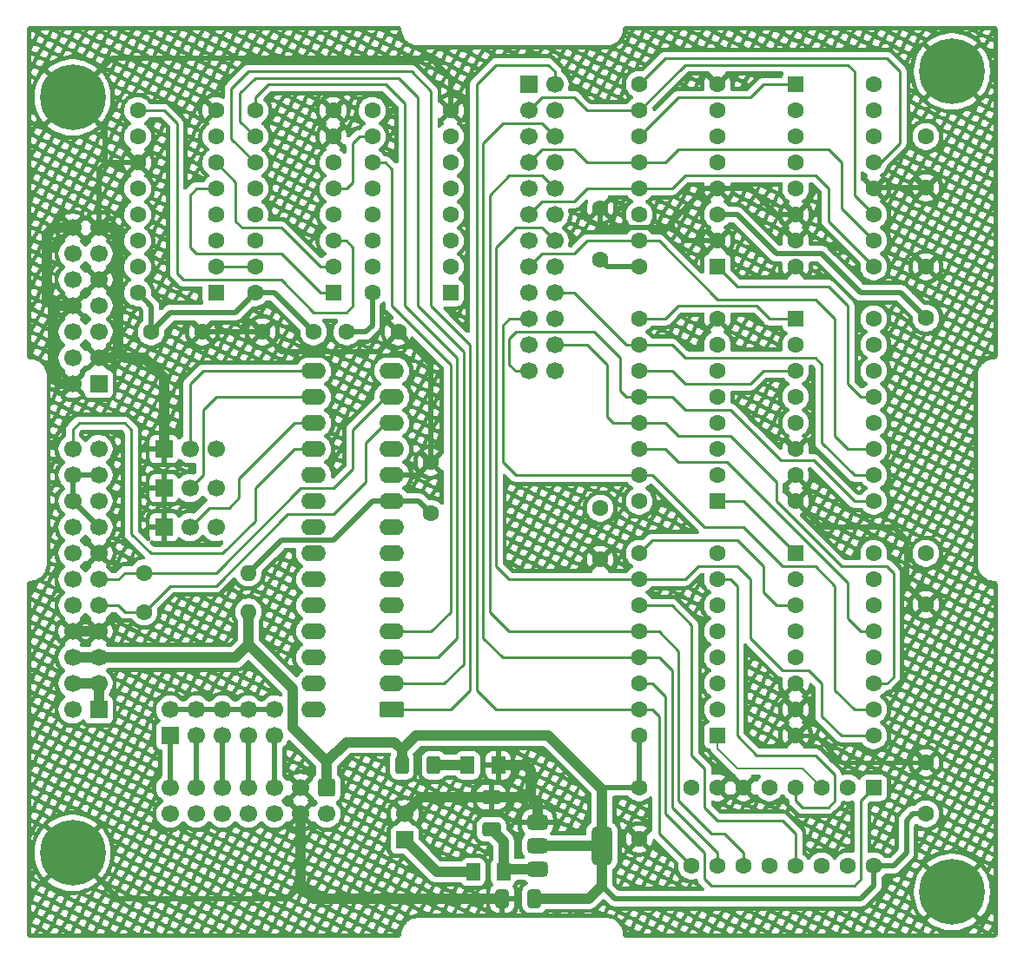
<source format=gtl>
G04 #@! TF.GenerationSoftware,KiCad,Pcbnew,9.0.1*
G04 #@! TF.CreationDate,2025-04-06T23:11:15+02:00*
G04 #@! TF.ProjectId,DistributedPulseModulation,44697374-7269-4627-9574-656450756c73,rev?*
G04 #@! TF.SameCoordinates,Original*
G04 #@! TF.FileFunction,Copper,L1,Top*
G04 #@! TF.FilePolarity,Positive*
%FSLAX46Y46*%
G04 Gerber Fmt 4.6, Leading zero omitted, Abs format (unit mm)*
G04 Created by KiCad (PCBNEW 9.0.1) date 2025-04-06 23:11:15*
%MOMM*%
%LPD*%
G01*
G04 APERTURE LIST*
G04 Aperture macros list*
%AMRoundRect*
0 Rectangle with rounded corners*
0 $1 Rounding radius*
0 $2 $3 $4 $5 $6 $7 $8 $9 X,Y pos of 4 corners*
0 Add a 4 corners polygon primitive as box body*
4,1,4,$2,$3,$4,$5,$6,$7,$8,$9,$2,$3,0*
0 Add four circle primitives for the rounded corners*
1,1,$1+$1,$2,$3*
1,1,$1+$1,$4,$5*
1,1,$1+$1,$6,$7*
1,1,$1+$1,$8,$9*
0 Add four rect primitives between the rounded corners*
20,1,$1+$1,$2,$3,$4,$5,0*
20,1,$1+$1,$4,$5,$6,$7,0*
20,1,$1+$1,$6,$7,$8,$9,0*
20,1,$1+$1,$8,$9,$2,$3,0*%
G04 Aperture macros list end*
G04 #@! TA.AperFunction,ComponentPad*
%ADD10C,1.600000*%
G04 #@! TD*
G04 #@! TA.AperFunction,ComponentPad*
%ADD11O,1.600000X1.600000*%
G04 #@! TD*
G04 #@! TA.AperFunction,ComponentPad*
%ADD12R,1.700000X1.700000*%
G04 #@! TD*
G04 #@! TA.AperFunction,ComponentPad*
%ADD13C,1.700000*%
G04 #@! TD*
G04 #@! TA.AperFunction,ComponentPad*
%ADD14RoundRect,0.250000X0.550000X0.550000X-0.550000X0.550000X-0.550000X-0.550000X0.550000X-0.550000X0*%
G04 #@! TD*
G04 #@! TA.AperFunction,ComponentPad*
%ADD15C,0.800000*%
G04 #@! TD*
G04 #@! TA.AperFunction,ComponentPad*
%ADD16C,6.400000*%
G04 #@! TD*
G04 #@! TA.AperFunction,SMDPad,CuDef*
%ADD17RoundRect,0.250000X-0.412500X-0.650000X0.412500X-0.650000X0.412500X0.650000X-0.412500X0.650000X0*%
G04 #@! TD*
G04 #@! TA.AperFunction,ComponentPad*
%ADD18RoundRect,0.250000X-0.550000X-0.550000X0.550000X-0.550000X0.550000X0.550000X-0.550000X0.550000X0*%
G04 #@! TD*
G04 #@! TA.AperFunction,SMDPad,CuDef*
%ADD19RoundRect,0.250001X-0.462499X-0.624999X0.462499X-0.624999X0.462499X0.624999X-0.462499X0.624999X0*%
G04 #@! TD*
G04 #@! TA.AperFunction,ComponentPad*
%ADD20RoundRect,0.250000X0.950000X0.550000X-0.950000X0.550000X-0.950000X-0.550000X0.950000X-0.550000X0*%
G04 #@! TD*
G04 #@! TA.AperFunction,ComponentPad*
%ADD21O,2.400000X1.600000*%
G04 #@! TD*
G04 #@! TA.AperFunction,ComponentPad*
%ADD22RoundRect,0.250000X-0.550000X0.550000X-0.550000X-0.550000X0.550000X-0.550000X0.550000X0.550000X0*%
G04 #@! TD*
G04 #@! TA.AperFunction,SMDPad,CuDef*
%ADD23RoundRect,0.375000X-0.625000X-0.375000X0.625000X-0.375000X0.625000X0.375000X-0.625000X0.375000X0*%
G04 #@! TD*
G04 #@! TA.AperFunction,SMDPad,CuDef*
%ADD24RoundRect,0.500000X-0.500000X-1.400000X0.500000X-1.400000X0.500000X1.400000X-0.500000X1.400000X0*%
G04 #@! TD*
G04 #@! TA.AperFunction,SMDPad,CuDef*
%ADD25RoundRect,0.250000X-0.400000X-0.625000X0.400000X-0.625000X0.400000X0.625000X-0.400000X0.625000X0*%
G04 #@! TD*
G04 #@! TA.AperFunction,ComponentPad*
%ADD26RoundRect,0.250000X-0.600000X0.600000X-0.600000X-0.600000X0.600000X-0.600000X0.600000X0.600000X0*%
G04 #@! TD*
G04 #@! TA.AperFunction,SMDPad,CuDef*
%ADD27RoundRect,0.250001X0.462499X0.624999X-0.462499X0.624999X-0.462499X-0.624999X0.462499X-0.624999X0*%
G04 #@! TD*
G04 #@! TA.AperFunction,SMDPad,CuDef*
%ADD28RoundRect,0.250000X-0.650000X0.412500X-0.650000X-0.412500X0.650000X-0.412500X0.650000X0.412500X0*%
G04 #@! TD*
G04 #@! TA.AperFunction,Conductor*
%ADD29C,0.250000*%
G04 #@! TD*
G04 #@! TA.AperFunction,Conductor*
%ADD30C,1.000000*%
G04 #@! TD*
G04 #@! TA.AperFunction,Conductor*
%ADD31C,0.500000*%
G04 #@! TD*
G04 #@! TA.AperFunction,Conductor*
%ADD32C,0.400000*%
G04 #@! TD*
G04 #@! TA.AperFunction,Conductor*
%ADD33C,0.200000*%
G04 #@! TD*
G04 APERTURE END LIST*
D10*
X53340000Y-102235000D03*
D11*
X63500000Y-102235000D03*
D12*
X55880000Y-114300000D03*
D13*
X55880000Y-111760000D03*
X58420000Y-114300000D03*
X58420000Y-111760000D03*
X60960000Y-114300000D03*
X60960000Y-111760000D03*
X63500000Y-114300000D03*
X63500000Y-111760000D03*
X66040000Y-114300000D03*
X66040000Y-111760000D03*
D10*
X53340000Y-98425000D03*
D11*
X63500000Y-98425000D03*
D10*
X129540000Y-116920000D03*
X129540000Y-121920000D03*
D14*
X109220000Y-91440000D03*
D10*
X109220000Y-88900000D03*
X109220000Y-86360000D03*
X109220000Y-83820000D03*
X109220000Y-81280000D03*
X109220000Y-78740000D03*
X109220000Y-76200000D03*
X109220000Y-73660000D03*
X101600000Y-73660000D03*
X101600000Y-76200000D03*
X101600000Y-78740000D03*
X101600000Y-81280000D03*
X101600000Y-83820000D03*
X101600000Y-86360000D03*
X101600000Y-88900000D03*
X101600000Y-91440000D03*
D14*
X60325000Y-71120000D03*
D10*
X60325000Y-68580000D03*
X60325000Y-66040000D03*
X60325000Y-63500000D03*
X60325000Y-60960000D03*
X60325000Y-58420000D03*
X60325000Y-55880000D03*
X60325000Y-53340000D03*
X52705000Y-53340000D03*
X52705000Y-55880000D03*
X52705000Y-58420000D03*
X52705000Y-60960000D03*
X52705000Y-63500000D03*
X52705000Y-66040000D03*
X52705000Y-68580000D03*
X52705000Y-71120000D03*
D15*
X43955000Y-125730000D03*
X44657944Y-124032944D03*
X44657944Y-127427056D03*
X46355000Y-123330000D03*
D16*
X46355000Y-125730000D03*
D15*
X46355000Y-128130000D03*
X48052056Y-124032944D03*
X48052056Y-127427056D03*
X48755000Y-125730000D03*
X129680000Y-129540000D03*
X130382944Y-127842944D03*
X130382944Y-131237056D03*
X132080000Y-127140000D03*
D16*
X132080000Y-129540000D03*
D15*
X132080000Y-131940000D03*
X133777056Y-127842944D03*
X133777056Y-131237056D03*
X134480000Y-129540000D03*
D10*
X59015000Y-74930000D03*
X54015000Y-74930000D03*
D15*
X129680000Y-49530000D03*
X130382944Y-47832944D03*
X130382944Y-51227056D03*
X132080000Y-47130000D03*
D16*
X132080000Y-49530000D03*
D15*
X132080000Y-51930000D03*
X133777056Y-47832944D03*
X133777056Y-51227056D03*
X134480000Y-49530000D03*
D14*
X83185000Y-71120000D03*
D10*
X83185000Y-68580000D03*
X83185000Y-66040000D03*
X83185000Y-63500000D03*
X83185000Y-60960000D03*
X83185000Y-58420000D03*
X83185000Y-55880000D03*
X83185000Y-53340000D03*
X75565000Y-53340000D03*
X75565000Y-55880000D03*
X75565000Y-58420000D03*
X75565000Y-60960000D03*
X75565000Y-63500000D03*
X75565000Y-66040000D03*
X75565000Y-68580000D03*
X75565000Y-71120000D03*
X97790000Y-62865000D03*
X97790000Y-67865000D03*
D17*
X88246648Y-130175000D03*
X91371648Y-130175000D03*
D18*
X116840000Y-73660000D03*
D10*
X116840000Y-76200000D03*
X116840000Y-78740000D03*
X116840000Y-81280000D03*
X116840000Y-83820000D03*
X116840000Y-86360000D03*
X116840000Y-88900000D03*
X116840000Y-91440000D03*
X124460000Y-91440000D03*
X124460000Y-88900000D03*
X124460000Y-86360000D03*
X124460000Y-83820000D03*
X124460000Y-81280000D03*
X124460000Y-78740000D03*
X124460000Y-76200000D03*
X124460000Y-73660000D03*
D19*
X85394625Y-127588562D03*
X88369625Y-127588562D03*
D18*
X116840000Y-96520000D03*
D10*
X116840000Y-99060000D03*
X116840000Y-101600000D03*
X116840000Y-104140000D03*
X116840000Y-106680000D03*
X116840000Y-109220000D03*
X116840000Y-111760000D03*
X116840000Y-114300000D03*
X124460000Y-114300000D03*
X124460000Y-111760000D03*
X124460000Y-109220000D03*
X124460000Y-106680000D03*
X124460000Y-104140000D03*
X124460000Y-101600000D03*
X124460000Y-99060000D03*
X124460000Y-96520000D03*
D12*
X48895000Y-80010000D03*
D13*
X46355000Y-80010000D03*
X48895000Y-77470000D03*
X46355000Y-77470000D03*
X48895000Y-74930000D03*
X46355000Y-74930000D03*
X48895000Y-72390000D03*
X46355000Y-72390000D03*
X48895000Y-69850000D03*
X46355000Y-69850000D03*
X48895000Y-67310000D03*
X46355000Y-67310000D03*
X48895000Y-64770000D03*
X46355000Y-64770000D03*
D14*
X71755000Y-71120000D03*
D10*
X71755000Y-68580000D03*
X71755000Y-66040000D03*
X71755000Y-63500000D03*
X71755000Y-60960000D03*
X71755000Y-58420000D03*
X71755000Y-55880000D03*
X71755000Y-53340000D03*
X64135000Y-53340000D03*
X64135000Y-55880000D03*
X64135000Y-58420000D03*
X64135000Y-60960000D03*
X64135000Y-63500000D03*
X64135000Y-66040000D03*
X64135000Y-68580000D03*
X64135000Y-71120000D03*
D20*
X77470000Y-111760000D03*
D21*
X77470000Y-109220000D03*
X77470000Y-106680000D03*
X77470000Y-104140000D03*
X77470000Y-101600000D03*
X77470000Y-99060000D03*
X77470000Y-96520000D03*
X77470000Y-93980000D03*
X77470000Y-91440000D03*
X77470000Y-88900000D03*
X77470000Y-86360000D03*
X77470000Y-83820000D03*
X77470000Y-81280000D03*
X77470000Y-78740000D03*
X69850000Y-78740000D03*
X69850000Y-81280000D03*
X69850000Y-83820000D03*
X69850000Y-86360000D03*
X69850000Y-88900000D03*
X69850000Y-91440000D03*
X69850000Y-93980000D03*
X69850000Y-96520000D03*
X69850000Y-99060000D03*
X69850000Y-101600000D03*
X69850000Y-104140000D03*
X69850000Y-106680000D03*
X69850000Y-109220000D03*
X69850000Y-111760000D03*
D22*
X124460000Y-119380000D03*
D10*
X121920000Y-119380000D03*
X119380000Y-119380000D03*
X116840000Y-119380000D03*
X114300000Y-119380000D03*
X111760000Y-119380000D03*
X109220000Y-119380000D03*
X106680000Y-119380000D03*
X106680000Y-127000000D03*
X109220000Y-127000000D03*
X111760000Y-127000000D03*
X114300000Y-127000000D03*
X116840000Y-127000000D03*
X119380000Y-127000000D03*
X121920000Y-127000000D03*
X124460000Y-127000000D03*
X97790000Y-97115000D03*
X97790000Y-92115000D03*
D12*
X55245000Y-90170000D03*
D13*
X57785000Y-90170000D03*
X60325000Y-90170000D03*
D23*
X91664625Y-122748562D03*
X91664625Y-125048562D03*
D24*
X97964625Y-125048562D03*
D23*
X91664625Y-127348562D03*
D10*
X129540000Y-68580000D03*
X129540000Y-73580000D03*
D12*
X78740000Y-124460000D03*
D13*
X78740000Y-121920000D03*
D25*
X78460000Y-117188562D03*
X81560000Y-117188562D03*
D26*
X71120000Y-119380000D03*
D13*
X71120000Y-121920000D03*
X68580000Y-119380000D03*
X68580000Y-121920000D03*
X66040000Y-119380000D03*
X66040000Y-121920000D03*
X63500000Y-119380000D03*
X63500000Y-121920000D03*
X60960000Y-119380000D03*
X60960000Y-121920000D03*
X58420000Y-119380000D03*
X58420000Y-121920000D03*
X55880000Y-119380000D03*
X55880000Y-121920000D03*
D14*
X109220000Y-114300000D03*
D10*
X109220000Y-111760000D03*
X109220000Y-109220000D03*
X109220000Y-106680000D03*
X109220000Y-104140000D03*
X109220000Y-101600000D03*
X109220000Y-99060000D03*
X109220000Y-96520000D03*
X101600000Y-96520000D03*
X101600000Y-99060000D03*
X101600000Y-101600000D03*
X101600000Y-104140000D03*
X101600000Y-106680000D03*
X101600000Y-109220000D03*
X101600000Y-111760000D03*
X101600000Y-114300000D03*
D18*
X116840000Y-50800000D03*
D10*
X116840000Y-53340000D03*
X116840000Y-55880000D03*
X116840000Y-58420000D03*
X116840000Y-60960000D03*
X116840000Y-63500000D03*
X116840000Y-66040000D03*
X116840000Y-68580000D03*
X124460000Y-68580000D03*
X124460000Y-66040000D03*
X124460000Y-63500000D03*
X124460000Y-60960000D03*
X124460000Y-58420000D03*
X124460000Y-55880000D03*
X124460000Y-53340000D03*
X124460000Y-50800000D03*
X129540000Y-60880000D03*
X129540000Y-55880000D03*
X81280000Y-87630000D03*
X81280000Y-92630000D03*
D12*
X90805000Y-50800000D03*
D13*
X93345000Y-50800000D03*
X90805000Y-53340000D03*
X93345000Y-53340000D03*
X90805000Y-55880000D03*
X93345000Y-55880000D03*
X90805000Y-58420000D03*
X93345000Y-58420000D03*
X90805000Y-60960000D03*
X93345000Y-60960000D03*
X90805000Y-63500000D03*
X93345000Y-63500000D03*
X90805000Y-66040000D03*
X93345000Y-66040000D03*
X90805000Y-68580000D03*
X93345000Y-68580000D03*
X90805000Y-71120000D03*
X93345000Y-71120000D03*
X90805000Y-73660000D03*
X93345000Y-73660000D03*
X90805000Y-76200000D03*
X93345000Y-76200000D03*
X90805000Y-78740000D03*
X93345000Y-78740000D03*
D15*
X43955000Y-52070000D03*
X44657944Y-50372944D03*
X44657944Y-53767056D03*
X46355000Y-49670000D03*
D16*
X46355000Y-52070000D03*
D15*
X46355000Y-54470000D03*
X48052056Y-50372944D03*
X48052056Y-53767056D03*
X48755000Y-52070000D03*
D12*
X55245000Y-93980000D03*
D13*
X57785000Y-93980000D03*
X60325000Y-93980000D03*
D27*
X87847500Y-117188562D03*
X84872500Y-117188562D03*
D10*
X78105000Y-74930000D03*
X73105000Y-74930000D03*
X64850000Y-74930000D03*
X69850000Y-74930000D03*
D28*
X87194625Y-120311062D03*
X87194625Y-123436062D03*
D14*
X109220000Y-68580000D03*
D10*
X109220000Y-66040000D03*
X109220000Y-63500000D03*
X109220000Y-60960000D03*
X109220000Y-58420000D03*
X109220000Y-55880000D03*
X109220000Y-53340000D03*
X109220000Y-50800000D03*
X101600000Y-50800000D03*
X101600000Y-53340000D03*
X101600000Y-55880000D03*
X101600000Y-58420000D03*
X101600000Y-60960000D03*
X101600000Y-63500000D03*
X101600000Y-66040000D03*
X101600000Y-68580000D03*
X129540000Y-101520000D03*
X129540000Y-96520000D03*
D12*
X48895000Y-111760000D03*
D13*
X46355000Y-111760000D03*
X48895000Y-109220000D03*
X46355000Y-109220000D03*
X48895000Y-106680000D03*
X46355000Y-106680000D03*
X48895000Y-104140000D03*
X46355000Y-104140000D03*
X48895000Y-101600000D03*
X46355000Y-101600000D03*
X48895000Y-99060000D03*
X46355000Y-99060000D03*
X48895000Y-96520000D03*
X46355000Y-96520000D03*
X48895000Y-93980000D03*
X46355000Y-93980000D03*
X48895000Y-91440000D03*
X46355000Y-91440000D03*
X48895000Y-88900000D03*
X46355000Y-88900000D03*
X48895000Y-86360000D03*
X46355000Y-86360000D03*
D12*
X55245000Y-86360000D03*
D13*
X57785000Y-86360000D03*
X60325000Y-86360000D03*
D10*
X101600000Y-124380000D03*
X101600000Y-119380000D03*
D29*
X118745000Y-116205000D02*
X113030000Y-116205000D01*
X110490000Y-99060000D02*
X109220000Y-99060000D01*
X120015000Y-121285000D02*
X120650000Y-120650000D01*
X117475000Y-121285000D02*
X120015000Y-121285000D01*
X120650000Y-120650000D02*
X120650000Y-118110000D01*
X111125000Y-99695000D02*
X110490000Y-99060000D01*
X116840000Y-119380000D02*
X116840000Y-120650000D01*
X120650000Y-118110000D02*
X118745000Y-116205000D01*
X111125000Y-114300000D02*
X111125000Y-99695000D01*
X113030000Y-116205000D02*
X111125000Y-114300000D01*
X116840000Y-120650000D02*
X117475000Y-121285000D01*
X61595000Y-92075000D02*
X59690000Y-92075000D01*
X62547500Y-89217500D02*
X62547500Y-91122500D01*
X67945000Y-83820000D02*
X62547500Y-89217500D01*
X69850000Y-83820000D02*
X67945000Y-83820000D01*
X59690000Y-92075000D02*
X57785000Y-93980000D01*
X62547500Y-91122500D02*
X61595000Y-92075000D01*
X59055000Y-88900000D02*
X57785000Y-90170000D01*
X69850000Y-81280000D02*
X60325000Y-81280000D01*
X59055000Y-82550000D02*
X59055000Y-88900000D01*
X60325000Y-81280000D02*
X59055000Y-82550000D01*
X69850000Y-78740000D02*
X59055000Y-78740000D01*
X59055000Y-78740000D02*
X57785000Y-80010000D01*
X57785000Y-80010000D02*
X57785000Y-86360000D01*
X93345000Y-49530000D02*
X93345000Y-50800000D01*
X85725000Y-109855000D02*
X85725000Y-50800000D01*
X103505000Y-112395000D02*
X103505000Y-123825000D01*
X87630000Y-111760000D02*
X85725000Y-109855000D01*
X103505000Y-123825000D02*
X106680000Y-127000000D01*
X101600000Y-111760000D02*
X87630000Y-111760000D01*
X87630000Y-48895000D02*
X92710000Y-48895000D01*
X85725000Y-50800000D02*
X87630000Y-48895000D01*
X101600000Y-111760000D02*
X102870000Y-111760000D01*
X102870000Y-111760000D02*
X103505000Y-112395000D01*
X92710000Y-48895000D02*
X93345000Y-49530000D01*
X104775000Y-107950000D02*
X103505000Y-106680000D01*
X109220000Y-125730000D02*
X104775000Y-121285000D01*
X109220000Y-127000000D02*
X109220000Y-125730000D01*
X104775000Y-121285000D02*
X104775000Y-107950000D01*
X86360000Y-56515000D02*
X86360000Y-104775000D01*
X88265000Y-106680000D02*
X101600000Y-106680000D01*
X92075000Y-54610000D02*
X88265000Y-54610000D01*
X88265000Y-54610000D02*
X86360000Y-56515000D01*
X93345000Y-55880000D02*
X92075000Y-54610000D01*
X103505000Y-106680000D02*
X101600000Y-106680000D01*
X86360000Y-104775000D02*
X88265000Y-106680000D01*
X86995000Y-102235000D02*
X88900000Y-104140000D01*
X108585000Y-123825000D02*
X109855000Y-123825000D01*
X109855000Y-123825000D02*
X111760000Y-125730000D01*
X105410000Y-106045000D02*
X105410000Y-120650000D01*
X88900000Y-59690000D02*
X86995000Y-61595000D01*
X111760000Y-125730000D02*
X111760000Y-127000000D01*
X105410000Y-120650000D02*
X108585000Y-123825000D01*
X92075000Y-59690000D02*
X88900000Y-59690000D01*
X86995000Y-61595000D02*
X86995000Y-102235000D01*
X103505000Y-104140000D02*
X105410000Y-106045000D01*
X88900000Y-104140000D02*
X101600000Y-104140000D01*
X93345000Y-60960000D02*
X92075000Y-59690000D01*
X101600000Y-104140000D02*
X103505000Y-104140000D01*
D30*
X78740000Y-121920000D02*
X80348938Y-120311062D01*
D31*
X81280000Y-87630000D02*
X80010000Y-88900000D01*
X83185000Y-50165000D02*
X83185000Y-53340000D01*
D29*
X109220000Y-50800000D02*
X108585000Y-50165000D01*
D31*
X81280000Y-78105000D02*
X81280000Y-87630000D01*
X106045000Y-66040000D02*
X109220000Y-66040000D01*
D32*
X116840000Y-86360000D02*
X116205000Y-85725000D01*
D30*
X44450000Y-72390000D02*
X44450000Y-79375000D01*
X50800000Y-65405000D02*
X50800000Y-76200000D01*
D29*
X97790000Y-97155000D02*
X97155000Y-97790000D01*
D30*
X50165000Y-77470000D02*
X50800000Y-76835000D01*
D31*
X46355000Y-52070000D02*
X49530000Y-55245000D01*
D30*
X90518562Y-117188562D02*
X87847500Y-117188562D01*
D32*
X118745000Y-114300000D02*
X121365000Y-116920000D01*
D30*
X48895000Y-64770000D02*
X50165000Y-64770000D01*
X43815000Y-65405000D02*
X44450000Y-64770000D01*
D31*
X97790000Y-64135000D02*
X98425000Y-64770000D01*
X127635000Y-95250000D02*
X127635000Y-99615000D01*
D29*
X48895000Y-96520000D02*
X49530000Y-95885000D01*
D31*
X104775000Y-64770000D02*
X106045000Y-66040000D01*
D29*
X109220000Y-50800000D02*
X109855000Y-50165000D01*
D30*
X48895000Y-104140000D02*
X46355000Y-104140000D01*
X80348938Y-120311062D02*
X87194625Y-120311062D01*
D31*
X46355000Y-52070000D02*
X46990000Y-52070000D01*
D30*
X68580000Y-121920000D02*
X68580000Y-128905000D01*
X90977125Y-120311062D02*
X91664625Y-120998562D01*
D32*
X116840000Y-114300000D02*
X118745000Y-114300000D01*
D30*
X43815000Y-71755000D02*
X43815000Y-65405000D01*
D31*
X52705000Y-58420000D02*
X49530000Y-58420000D01*
X50165000Y-48260000D02*
X81280000Y-48260000D01*
X98425000Y-64770000D02*
X104775000Y-64770000D01*
D30*
X91664625Y-120998562D02*
X91664625Y-122748562D01*
X85858937Y-130175000D02*
X88246648Y-130175000D01*
D31*
X104775000Y-64135000D02*
X104775000Y-64770000D01*
D30*
X46355000Y-72390000D02*
X44450000Y-72390000D01*
D32*
X121365000Y-116920000D02*
X129540000Y-116920000D01*
D31*
X48895000Y-59055000D02*
X48895000Y-64770000D01*
D29*
X97790000Y-97115000D02*
X97790000Y-97155000D01*
D30*
X90977125Y-117647125D02*
X90518562Y-117188562D01*
D31*
X64850000Y-74930000D02*
X59015000Y-74930000D01*
X80010000Y-88900000D02*
X77470000Y-88900000D01*
D30*
X55245000Y-79375000D02*
X55245000Y-86360000D01*
D29*
X48895000Y-96520000D02*
X49530000Y-97155000D01*
D30*
X48895000Y-77470000D02*
X50165000Y-77470000D01*
X82189148Y-130170000D02*
X85853937Y-130170000D01*
X50165000Y-64770000D02*
X50800000Y-65405000D01*
D31*
X49530000Y-55245000D02*
X49530000Y-58420000D01*
D29*
X97790000Y-97115000D02*
X97830000Y-97115000D01*
D31*
X66755000Y-76835000D02*
X76200000Y-76835000D01*
X49530000Y-58420000D02*
X48895000Y-59055000D01*
X46355000Y-125730000D02*
X50795000Y-130170000D01*
X127635000Y-99615000D02*
X129540000Y-101520000D01*
X116840000Y-63500000D02*
X114935000Y-63500000D01*
D29*
X97790000Y-97155000D02*
X98425000Y-97790000D01*
D30*
X90977125Y-120311062D02*
X90977125Y-117647125D01*
D31*
X129540000Y-60880000D02*
X124540000Y-60880000D01*
X126365000Y-93980000D02*
X127635000Y-95250000D01*
X76200000Y-76835000D02*
X78105000Y-74930000D01*
D29*
X48895000Y-96520000D02*
X48260000Y-97155000D01*
D30*
X51435000Y-77470000D02*
X53340000Y-77470000D01*
D31*
X50795000Y-130170000D02*
X67315000Y-130170000D01*
X124540000Y-60880000D02*
X124460000Y-60960000D01*
D30*
X44450000Y-72390000D02*
X43815000Y-71755000D01*
D32*
X116840000Y-86360000D02*
X117475000Y-85725000D01*
D31*
X97790000Y-62865000D02*
X97790000Y-64135000D01*
X67315000Y-130170000D02*
X68580000Y-128905000D01*
X109220000Y-60960000D02*
X112395000Y-60960000D01*
D29*
X109220000Y-73660000D02*
X109855000Y-74295000D01*
D31*
X107950000Y-60960000D02*
X104775000Y-64135000D01*
D30*
X53340000Y-77470000D02*
X55245000Y-79375000D01*
D31*
X112395000Y-60960000D02*
X114935000Y-63500000D01*
D30*
X50800000Y-76835000D02*
X50800000Y-76200000D01*
X45085000Y-80010000D02*
X46355000Y-80010000D01*
D31*
X119380000Y-93980000D02*
X126365000Y-93980000D01*
D29*
X97830000Y-97115000D02*
X98425000Y-96520000D01*
D31*
X78105000Y-74930000D02*
X81280000Y-78105000D01*
D30*
X69845000Y-130170000D02*
X82189148Y-130170000D01*
D31*
X64850000Y-74930000D02*
X66755000Y-76835000D01*
D30*
X50800000Y-76835000D02*
X51435000Y-77470000D01*
D31*
X81280000Y-48260000D02*
X83185000Y-50165000D01*
D30*
X68580000Y-128905000D02*
X69845000Y-130170000D01*
D31*
X109220000Y-60960000D02*
X107950000Y-60960000D01*
D29*
X97790000Y-97115000D02*
X97750000Y-97115000D01*
D31*
X46355000Y-52070000D02*
X50165000Y-48260000D01*
X116840000Y-91440000D02*
X119380000Y-93980000D01*
D29*
X48895000Y-96520000D02*
X48260000Y-95885000D01*
D30*
X87194625Y-120311062D02*
X90977125Y-120311062D01*
D29*
X109220000Y-73660000D02*
X108585000Y-74295000D01*
X97750000Y-97115000D02*
X97155000Y-96520000D01*
D30*
X44450000Y-79375000D02*
X45085000Y-80010000D01*
X44450000Y-64770000D02*
X46355000Y-64770000D01*
X85853937Y-130170000D02*
X85858937Y-130175000D01*
X91664625Y-127348562D02*
X88609625Y-127348562D01*
X88609625Y-127348562D02*
X88369625Y-127588562D01*
X88369625Y-124611062D02*
X87194625Y-123436062D01*
X88369625Y-127588562D02*
X88369625Y-124611062D01*
D29*
X111125000Y-97790000D02*
X107315000Y-97790000D01*
X101600000Y-99060000D02*
X88900000Y-99060000D01*
X119380000Y-109220000D02*
X118110000Y-107950000D01*
X118110000Y-107950000D02*
X115570000Y-107950000D01*
X124460000Y-114300000D02*
X121285000Y-114300000D01*
X87630000Y-66675000D02*
X89535000Y-64770000D01*
X112395000Y-99060000D02*
X111125000Y-97790000D01*
X88900000Y-99060000D02*
X87630000Y-97790000D01*
X119380000Y-112395000D02*
X119380000Y-109220000D01*
X89535000Y-64770000D02*
X92075000Y-64770000D01*
X112395000Y-104775000D02*
X112395000Y-99060000D01*
X92075000Y-64770000D02*
X93345000Y-66040000D01*
X87630000Y-97790000D02*
X87630000Y-66675000D01*
X107315000Y-97790000D02*
X106045000Y-99060000D01*
X115570000Y-107950000D02*
X112395000Y-104775000D01*
X106045000Y-99060000D02*
X101600000Y-99060000D01*
X121285000Y-114300000D02*
X119380000Y-112395000D01*
D30*
X85389625Y-127593562D02*
X81873562Y-127593562D01*
X46355000Y-109220000D02*
X48895000Y-109220000D01*
X85394625Y-127588562D02*
X85389625Y-127593562D01*
X81873562Y-127593562D02*
X78740000Y-124460000D01*
X48895000Y-109220000D02*
X48895000Y-111760000D01*
X81560000Y-117188562D02*
X84872500Y-117188562D01*
D29*
X89535000Y-88900000D02*
X88265000Y-87630000D01*
X122555000Y-111760000D02*
X124460000Y-111760000D01*
X101600000Y-88900000D02*
X102870000Y-88900000D01*
X102870000Y-88900000D02*
X107950000Y-93980000D01*
X88900000Y-73660000D02*
X90805000Y-73660000D01*
X101600000Y-88900000D02*
X89535000Y-88900000D01*
X88265000Y-74295000D02*
X88900000Y-73660000D01*
X115570000Y-97790000D02*
X118745000Y-97790000D01*
X88265000Y-87630000D02*
X88265000Y-74295000D01*
X118745000Y-97790000D02*
X120650000Y-99695000D01*
X111760000Y-93980000D02*
X115570000Y-97790000D01*
X120650000Y-109855000D02*
X122555000Y-111760000D01*
X107950000Y-93980000D02*
X111760000Y-93980000D01*
X120650000Y-99695000D02*
X120650000Y-109855000D01*
X99060000Y-83820000D02*
X101600000Y-83820000D01*
X104140000Y-83820000D02*
X101600000Y-83820000D01*
X121285000Y-97790000D02*
X114935000Y-91440000D01*
X105410000Y-85090000D02*
X104140000Y-83820000D01*
X125730000Y-97790000D02*
X121285000Y-97790000D01*
X125730000Y-109220000D02*
X126365000Y-108585000D01*
X114935000Y-91440000D02*
X114935000Y-89535000D01*
X93345000Y-76200000D02*
X96520000Y-76200000D01*
X114935000Y-89535000D02*
X110490000Y-85090000D01*
X126365000Y-108585000D02*
X126365000Y-98425000D01*
X110490000Y-85090000D02*
X105410000Y-85090000D01*
X124460000Y-109220000D02*
X125730000Y-109220000D01*
X126365000Y-98425000D02*
X125730000Y-97790000D01*
X96520000Y-76200000D02*
X98425000Y-78105000D01*
X98425000Y-83185000D02*
X99060000Y-83820000D01*
X98425000Y-78105000D02*
X98425000Y-83185000D01*
X88900000Y-75565000D02*
X89535000Y-74930000D01*
X97155000Y-74930000D02*
X99695000Y-77470000D01*
X104775000Y-81280000D02*
X101600000Y-81280000D01*
X122555000Y-91440000D02*
X118601000Y-87486000D01*
X106045000Y-82550000D02*
X104775000Y-81280000D01*
X100330000Y-81280000D02*
X101600000Y-81280000D01*
X110490000Y-82550000D02*
X106045000Y-82550000D01*
X99695000Y-80645000D02*
X100330000Y-81280000D01*
X118601000Y-87486000D02*
X115426000Y-87486000D01*
X89535000Y-74930000D02*
X97155000Y-74930000D01*
X124460000Y-91440000D02*
X122555000Y-91440000D01*
X99695000Y-77470000D02*
X99695000Y-80645000D01*
X90805000Y-78740000D02*
X89535000Y-78740000D01*
X115426000Y-87486000D02*
X110490000Y-82550000D01*
X88900000Y-78105000D02*
X88900000Y-75565000D01*
X89535000Y-78740000D02*
X88900000Y-78105000D01*
X68580000Y-90170000D02*
X71755000Y-90170000D01*
X51435000Y-98425000D02*
X53340000Y-98425000D01*
X76835000Y-81280000D02*
X77470000Y-81280000D01*
X50800000Y-99060000D02*
X51435000Y-98425000D01*
X73660000Y-84455000D02*
X76835000Y-81280000D01*
X71755000Y-90170000D02*
X73660000Y-88265000D01*
X73660000Y-88265000D02*
X73660000Y-84455000D01*
X48895000Y-99060000D02*
X50800000Y-99060000D01*
X60325000Y-98425000D02*
X68580000Y-90170000D01*
X53340000Y-98425000D02*
X60325000Y-98425000D01*
X101600000Y-76200000D02*
X104775000Y-76200000D01*
X118745000Y-77470000D02*
X119380000Y-78105000D01*
X100330000Y-76200000D02*
X101600000Y-76200000D01*
X93345000Y-71120000D02*
X95250000Y-71120000D01*
X95250000Y-71120000D02*
X100330000Y-76200000D01*
X119380000Y-78105000D02*
X119380000Y-85725000D01*
X104775000Y-76200000D02*
X106045000Y-77470000D01*
X119380000Y-85725000D02*
X122555000Y-88900000D01*
X122555000Y-88900000D02*
X124460000Y-88900000D01*
X106045000Y-77470000D02*
X118745000Y-77470000D01*
X103505000Y-66040000D02*
X109220000Y-71755000D01*
X96520000Y-66040000D02*
X95250000Y-67310000D01*
X120650000Y-73660000D02*
X120650000Y-85090000D01*
X95250000Y-67310000D02*
X92075000Y-67310000D01*
X92075000Y-67310000D02*
X90805000Y-68580000D01*
X118745000Y-71755000D02*
X120650000Y-73660000D01*
X121920000Y-86360000D02*
X124460000Y-86360000D01*
X120650000Y-85090000D02*
X121920000Y-86360000D01*
X101600000Y-66040000D02*
X103505000Y-66040000D01*
X101600000Y-66040000D02*
X96520000Y-66040000D01*
X109220000Y-71755000D02*
X118745000Y-71755000D01*
X118745000Y-59690000D02*
X120015000Y-60960000D01*
X104775000Y-60960000D02*
X106045000Y-59690000D01*
X96520000Y-60960000D02*
X101600000Y-60960000D01*
X106045000Y-59690000D02*
X118745000Y-59690000D01*
X101600000Y-60960000D02*
X104775000Y-60960000D01*
X120015000Y-60960000D02*
X120015000Y-64135000D01*
X92075000Y-62230000D02*
X95250000Y-62230000D01*
X90805000Y-63500000D02*
X92075000Y-62230000D01*
X95250000Y-62230000D02*
X96520000Y-60960000D01*
X120015000Y-64135000D02*
X124460000Y-68580000D01*
X122555000Y-61595000D02*
X124460000Y-63500000D01*
X121920000Y-48895000D02*
X122555000Y-49530000D01*
X90805000Y-53340000D02*
X92075000Y-52070000D01*
X96520000Y-53340000D02*
X101600000Y-53340000D01*
X95250000Y-52070000D02*
X96520000Y-53340000D01*
X92075000Y-52070000D02*
X95250000Y-52070000D01*
X106045000Y-48895000D02*
X121920000Y-48895000D01*
X101600000Y-53340000D02*
X106045000Y-48895000D01*
X122555000Y-49530000D02*
X122555000Y-61595000D01*
X67310000Y-92710000D02*
X71755000Y-92710000D01*
X76835000Y-83820000D02*
X77470000Y-83820000D01*
X55880000Y-99695000D02*
X60325000Y-99695000D01*
X51435000Y-102235000D02*
X53340000Y-102235000D01*
X74930000Y-85725000D02*
X76835000Y-83820000D01*
X48895000Y-101600000D02*
X50800000Y-101600000D01*
X53340000Y-102235000D02*
X55880000Y-99695000D01*
X50800000Y-101600000D02*
X51435000Y-102235000D01*
X71755000Y-92710000D02*
X74930000Y-89535000D01*
X74930000Y-89535000D02*
X74930000Y-85725000D01*
X60325000Y-99695000D02*
X67310000Y-92710000D01*
X64135000Y-90170000D02*
X64135000Y-93345000D01*
X67945000Y-86360000D02*
X64135000Y-90170000D01*
X51435000Y-83820000D02*
X46990000Y-83820000D01*
X60960000Y-96520000D02*
X53975000Y-96520000D01*
X46990000Y-83820000D02*
X46355000Y-84455000D01*
X52070000Y-84455000D02*
X51435000Y-83820000D01*
X69850000Y-86360000D02*
X67945000Y-86360000D01*
X64135000Y-93345000D02*
X60960000Y-96520000D01*
X53975000Y-96520000D02*
X52070000Y-94615000D01*
X52070000Y-94615000D02*
X52070000Y-84455000D01*
X46355000Y-84455000D02*
X46355000Y-86360000D01*
X105410000Y-52070000D02*
X112395000Y-52070000D01*
X101600000Y-55880000D02*
X105410000Y-52070000D01*
X112395000Y-52070000D02*
X113665000Y-50800000D01*
X113665000Y-50800000D02*
X116840000Y-50800000D01*
X121920000Y-72390000D02*
X121920000Y-80010000D01*
X109220000Y-68580000D02*
X111125000Y-70485000D01*
X121920000Y-80010000D02*
X123190000Y-81280000D01*
X111125000Y-70485000D02*
X120015000Y-70485000D01*
X120015000Y-70485000D02*
X121920000Y-72390000D01*
X123190000Y-81280000D02*
X124460000Y-81280000D01*
X104140000Y-48260000D02*
X125730000Y-48260000D01*
X127000000Y-49530000D02*
X127000000Y-56515000D01*
X127000000Y-56515000D02*
X125095000Y-58420000D01*
X125095000Y-58420000D02*
X124460000Y-58420000D01*
X125730000Y-48260000D02*
X127000000Y-49530000D01*
X101600000Y-50800000D02*
X104140000Y-48260000D01*
X77470000Y-59055000D02*
X77470000Y-72390000D01*
X83185000Y-102235000D02*
X81280000Y-104140000D01*
X75565000Y-58420000D02*
X76835000Y-58420000D01*
X76835000Y-58420000D02*
X77470000Y-59055000D01*
X81280000Y-104140000D02*
X77470000Y-104140000D01*
X83185000Y-78105000D02*
X83185000Y-102235000D01*
X77470000Y-72390000D02*
X83185000Y-78105000D01*
X107950000Y-125730000D02*
X104140000Y-121920000D01*
X108585000Y-128905000D02*
X107950000Y-128270000D01*
X123190000Y-120650000D02*
X123190000Y-128270000D01*
X123190000Y-128270000D02*
X122555000Y-128905000D01*
X124460000Y-119380000D02*
X123190000Y-120650000D01*
X104140000Y-110490000D02*
X102870000Y-109220000D01*
X104140000Y-121920000D02*
X104140000Y-110490000D01*
X122555000Y-128905000D02*
X108585000Y-128905000D01*
X107950000Y-128270000D02*
X107950000Y-125730000D01*
X102870000Y-109220000D02*
X101600000Y-109220000D01*
X80010000Y-72390000D02*
X80010000Y-52070000D01*
X62668205Y-54413205D02*
X64135000Y-55880000D01*
X84455000Y-107315000D02*
X84455000Y-76835000D01*
X78105000Y-50165000D02*
X64135000Y-50165000D01*
X77470000Y-109220000D02*
X82550000Y-109220000D01*
X62668205Y-51631795D02*
X62668205Y-54413205D01*
X82550000Y-109220000D02*
X84455000Y-107315000D01*
X84455000Y-76835000D02*
X80010000Y-72390000D01*
X80010000Y-52070000D02*
X78105000Y-50165000D01*
X64135000Y-50165000D02*
X62668205Y-51631795D01*
X83820000Y-104775000D02*
X83820000Y-77470000D01*
X76850074Y-50800000D02*
X65405000Y-50800000D01*
X81915000Y-106680000D02*
X83820000Y-104775000D01*
X78740000Y-52689926D02*
X76850074Y-50800000D01*
X83820000Y-77470000D02*
X78740000Y-72390000D01*
X64135000Y-52070000D02*
X64135000Y-53340000D01*
X65405000Y-50800000D02*
X64135000Y-52070000D01*
X78740000Y-72390000D02*
X78740000Y-52689926D01*
X77470000Y-106680000D02*
X81915000Y-106680000D01*
X109220000Y-91440000D02*
X111760000Y-91440000D01*
X111760000Y-91440000D02*
X116840000Y-96520000D01*
X113665000Y-97790000D02*
X113665000Y-100330000D01*
X111125000Y-95250000D02*
X113665000Y-97790000D01*
X102870000Y-95250000D02*
X111125000Y-95250000D01*
X113665000Y-100330000D02*
X114935000Y-101600000D01*
X114935000Y-101600000D02*
X116840000Y-101600000D01*
X101600000Y-96520000D02*
X102870000Y-95250000D01*
X104775000Y-101600000D02*
X106680000Y-103505000D01*
X101600000Y-101600000D02*
X104775000Y-101600000D01*
X115570000Y-122555000D02*
X116840000Y-123825000D01*
X109220000Y-122555000D02*
X115570000Y-122555000D01*
X106680000Y-103505000D02*
X106680000Y-116205000D01*
X107950000Y-117475000D02*
X107950000Y-121285000D01*
X107950000Y-121285000D02*
X109220000Y-122555000D01*
X106680000Y-116205000D02*
X107950000Y-117475000D01*
X116840000Y-123825000D02*
X116840000Y-127000000D01*
D33*
X117475000Y-117475000D02*
X111125000Y-117475000D01*
X109220000Y-115570000D02*
X109220000Y-114300000D01*
X111125000Y-117475000D02*
X109220000Y-115570000D01*
X119380000Y-119380000D02*
X117475000Y-117475000D01*
D29*
X113665000Y-78740000D02*
X116840000Y-78740000D01*
X106045000Y-80010000D02*
X112395000Y-80010000D01*
X112395000Y-80010000D02*
X113665000Y-78740000D01*
X101600000Y-78740000D02*
X104775000Y-78740000D01*
X104775000Y-78740000D02*
X106045000Y-80010000D01*
X113030000Y-72390000D02*
X114300000Y-73660000D01*
X114300000Y-73660000D02*
X116840000Y-73660000D01*
X101600000Y-73660000D02*
X104140000Y-73660000D01*
X105410000Y-72390000D02*
X113030000Y-72390000D01*
X104140000Y-73660000D02*
X105410000Y-72390000D01*
X79375000Y-49530000D02*
X63500000Y-49530000D01*
X77470000Y-111760000D02*
X83185000Y-111760000D01*
X63500000Y-49530000D02*
X61832222Y-51197778D01*
X83185000Y-111760000D02*
X85090000Y-109855000D01*
X61832222Y-51197778D02*
X61832222Y-56117222D01*
X85090000Y-76200000D02*
X81280000Y-72390000D01*
X81280000Y-72390000D02*
X81280000Y-51435000D01*
X85090000Y-109855000D02*
X85090000Y-76200000D01*
X81280000Y-51435000D02*
X79375000Y-49530000D01*
X61832222Y-56117222D02*
X64135000Y-58420000D01*
X105410000Y-87630000D02*
X110188974Y-87630000D01*
X104140000Y-86360000D02*
X105410000Y-87630000D01*
X101600000Y-86360000D02*
X104140000Y-86360000D01*
X110188974Y-87630000D02*
X121920000Y-99361026D01*
X123190000Y-104140000D02*
X124460000Y-104140000D01*
X121920000Y-99361026D02*
X121920000Y-102870000D01*
X121920000Y-102870000D02*
X123190000Y-104140000D01*
X95250000Y-57150000D02*
X96520000Y-58420000D01*
X96520000Y-58420000D02*
X101600000Y-58420000D01*
X101600000Y-58420000D02*
X104140000Y-58420000D01*
X105410000Y-57150000D02*
X120015000Y-57150000D01*
X120015000Y-57150000D02*
X121285000Y-58420000D01*
X104140000Y-58420000D02*
X105410000Y-57150000D01*
X121285000Y-58420000D02*
X121285000Y-62865000D01*
X90805000Y-58420000D02*
X92075000Y-57150000D01*
X121285000Y-62865000D02*
X124460000Y-66040000D01*
X92075000Y-57150000D02*
X95250000Y-57150000D01*
D31*
X101520000Y-114220000D02*
X101600000Y-114300000D01*
X64135000Y-71120000D02*
X66040000Y-71120000D01*
X80090000Y-91440000D02*
X77470000Y-91440000D01*
D30*
X91371648Y-130175000D02*
X96694625Y-130175000D01*
D31*
X62230000Y-73025000D02*
X64135000Y-71120000D01*
X55880000Y-73065000D02*
X55880000Y-73025000D01*
X119380000Y-67310000D02*
X114935000Y-67310000D01*
X123190000Y-71120000D02*
X119380000Y-67310000D01*
X75565000Y-74295000D02*
X74930000Y-74930000D01*
X66040000Y-71120000D02*
X69850000Y-74930000D01*
X126365000Y-127000000D02*
X127635000Y-125730000D01*
X127635000Y-125730000D02*
X127635000Y-122555000D01*
X54015000Y-74930000D02*
X54015000Y-72430000D01*
D30*
X96694625Y-130175000D02*
X97964625Y-128905000D01*
X97964625Y-125048562D02*
X91664625Y-125048562D01*
D31*
X66675000Y-95250000D02*
X71755000Y-95250000D01*
D30*
X71120000Y-116840000D02*
X67812683Y-113532683D01*
X46355000Y-106680000D02*
X48895000Y-106680000D01*
D31*
X101600000Y-119380000D02*
X98139250Y-119380000D01*
X98139250Y-119380000D02*
X97964625Y-119554625D01*
D30*
X97964625Y-119554625D02*
X97964625Y-125048562D01*
D31*
X74930000Y-74930000D02*
X73105000Y-74930000D01*
D30*
X67812683Y-109722683D02*
X63500000Y-105410000D01*
D31*
X127635000Y-122555000D02*
X128270000Y-121920000D01*
D30*
X78460000Y-115645000D02*
X79805000Y-114300000D01*
D31*
X55880000Y-73025000D02*
X62230000Y-73025000D01*
D30*
X73025000Y-114935000D02*
X77750000Y-114935000D01*
D31*
X63500000Y-98425000D02*
X66675000Y-95250000D01*
D30*
X92710000Y-114300000D02*
X97964625Y-119554625D01*
D31*
X111125000Y-63500000D02*
X109220000Y-63500000D01*
X101600000Y-119380000D02*
X101600000Y-114300000D01*
X124460000Y-127000000D02*
X126365000Y-127000000D01*
X124460000Y-128905000D02*
X124460000Y-127000000D01*
X123190000Y-130175000D02*
X124460000Y-128905000D01*
D30*
X62230000Y-106680000D02*
X48895000Y-106680000D01*
D31*
X75565000Y-71120000D02*
X75565000Y-74295000D01*
X129540000Y-73580000D02*
X127080000Y-71120000D01*
X98505000Y-68580000D02*
X101600000Y-68580000D01*
D30*
X78460000Y-117188562D02*
X78460000Y-115645000D01*
D31*
X114935000Y-67310000D02*
X111125000Y-63500000D01*
D30*
X63500000Y-102235000D02*
X63500000Y-105410000D01*
D31*
X127080000Y-71120000D02*
X123190000Y-71120000D01*
X54015000Y-74930000D02*
X55880000Y-73065000D01*
X81280000Y-92630000D02*
X80090000Y-91440000D01*
X97964625Y-128905000D02*
X99234625Y-130175000D01*
D30*
X79805000Y-114300000D02*
X92710000Y-114300000D01*
D31*
X97790000Y-67865000D02*
X98505000Y-68580000D01*
X71755000Y-95250000D02*
X75565000Y-91440000D01*
D30*
X71120000Y-119380000D02*
X71120000Y-116840000D01*
D31*
X75565000Y-91440000D02*
X77470000Y-91440000D01*
D30*
X67812683Y-113532683D02*
X67812683Y-109722683D01*
X63500000Y-105410000D02*
X62230000Y-106680000D01*
X77750000Y-114935000D02*
X78460000Y-115645000D01*
X71120000Y-116840000D02*
X73025000Y-114935000D01*
D31*
X128270000Y-121920000D02*
X129540000Y-121920000D01*
X99234625Y-130175000D02*
X123190000Y-130175000D01*
X54015000Y-72430000D02*
X52705000Y-71120000D01*
D30*
X97964625Y-128905000D02*
X97964625Y-125048562D01*
D31*
X66040000Y-114300000D02*
X66040000Y-119380000D01*
X58420000Y-119380000D02*
X58420000Y-114300000D01*
X60960000Y-114300000D02*
X60960000Y-119380000D01*
X63500000Y-119380000D02*
X63500000Y-114300000D01*
X55880000Y-114300000D02*
X55880000Y-119380000D01*
D29*
X73025000Y-60960000D02*
X73660000Y-60325000D01*
X71755000Y-60960000D02*
X73025000Y-60960000D01*
X73660000Y-56515000D02*
X74295000Y-55880000D01*
X74295000Y-55880000D02*
X75565000Y-55880000D01*
X73660000Y-60325000D02*
X73660000Y-56515000D01*
X60325000Y-68580000D02*
X64135000Y-68580000D01*
X70485000Y-68580000D02*
X71755000Y-68580000D01*
X66675000Y-64770000D02*
X70485000Y-68580000D01*
X62230000Y-64135000D02*
X62865000Y-64770000D01*
X62865000Y-64770000D02*
X66675000Y-64770000D01*
X62230000Y-60325000D02*
X62230000Y-64135000D01*
X60325000Y-58420000D02*
X62230000Y-60325000D01*
X70485000Y-71120000D02*
X66675000Y-67310000D01*
X71755000Y-71120000D02*
X70485000Y-71120000D01*
X57785000Y-66675000D02*
X57785000Y-61595000D01*
X57785000Y-61595000D02*
X58420000Y-60960000D01*
X58420000Y-67310000D02*
X57785000Y-66675000D01*
X58420000Y-60960000D02*
X60325000Y-60960000D01*
X66675000Y-67310000D02*
X58420000Y-67310000D01*
X73025000Y-66040000D02*
X71755000Y-66040000D01*
X52705000Y-53340000D02*
X55245000Y-53340000D01*
X56515000Y-69215000D02*
X57150000Y-69850000D01*
X55245000Y-53340000D02*
X56515000Y-54610000D01*
X69850000Y-73025000D02*
X73025000Y-73025000D01*
X56515000Y-54610000D02*
X56515000Y-69215000D01*
X73660000Y-66675000D02*
X73025000Y-66040000D01*
X66675000Y-69850000D02*
X69850000Y-73025000D01*
X57150000Y-69850000D02*
X66675000Y-69850000D01*
X73025000Y-73025000D02*
X73660000Y-72390000D01*
X73660000Y-72390000D02*
X73660000Y-66675000D01*
D31*
X60960000Y-111760000D02*
X63500000Y-111760000D01*
X58420000Y-111760000D02*
X60960000Y-111760000D01*
X63500000Y-111760000D02*
X66040000Y-111760000D01*
X55880000Y-111760000D02*
X58420000Y-111760000D01*
X48895000Y-93980000D02*
X46355000Y-91440000D01*
X46355000Y-88900000D02*
X48895000Y-88900000D01*
X46355000Y-91440000D02*
X46355000Y-88900000D01*
G04 #@! TA.AperFunction,Conductor*
G36*
X100519391Y-120157217D02*
G01*
X100585153Y-120209660D01*
X100590291Y-120216409D01*
X100601927Y-120232425D01*
X100601931Y-120232429D01*
X100601932Y-120232430D01*
X100747570Y-120378068D01*
X100900273Y-120489013D01*
X100914200Y-120499131D01*
X100978001Y-120531639D01*
X101097710Y-120592634D01*
X101293592Y-120656280D01*
X101473185Y-120684725D01*
X101497012Y-120688499D01*
X101497013Y-120688499D01*
X101497019Y-120688500D01*
X101497022Y-120688500D01*
X101702978Y-120688500D01*
X101702981Y-120688500D01*
X101906408Y-120656280D01*
X102102290Y-120592634D01*
X102285803Y-120499129D01*
X102452430Y-120378068D01*
X102548857Y-120281641D01*
X102620077Y-120236890D01*
X102703661Y-120227472D01*
X102783054Y-120255253D01*
X102842531Y-120314730D01*
X102870312Y-120394123D01*
X102871500Y-120415284D01*
X102871500Y-123461642D01*
X102852783Y-123543646D01*
X102800340Y-123609408D01*
X102724556Y-123645903D01*
X102690843Y-123648366D01*
X102000000Y-124339209D01*
X102000000Y-124327339D01*
X101972741Y-124225606D01*
X101920080Y-124134394D01*
X101845606Y-124059920D01*
X101754394Y-124007259D01*
X101652661Y-123980000D01*
X101640787Y-123980000D01*
X102328372Y-123292416D01*
X102285539Y-123261295D01*
X102102106Y-123167832D01*
X102102093Y-123167826D01*
X101906288Y-123104205D01*
X101702950Y-123072001D01*
X101702937Y-123072000D01*
X101497063Y-123072000D01*
X101497049Y-123072001D01*
X101293711Y-123104205D01*
X101097906Y-123167826D01*
X101097893Y-123167832D01*
X100914465Y-123261293D01*
X100914449Y-123261303D01*
X100871626Y-123292415D01*
X101559211Y-123980000D01*
X101547339Y-123980000D01*
X101445606Y-124007259D01*
X101354394Y-124059920D01*
X101279920Y-124134394D01*
X101227259Y-124225606D01*
X101200000Y-124327339D01*
X101200000Y-124339211D01*
X100512415Y-123651626D01*
X100481303Y-123694449D01*
X100481293Y-123694465D01*
X100387832Y-123877893D01*
X100387826Y-123877906D01*
X100324205Y-124073711D01*
X100292001Y-124277049D01*
X100292000Y-124277062D01*
X100292000Y-124482937D01*
X100292001Y-124482950D01*
X100324205Y-124686288D01*
X100387826Y-124882093D01*
X100387832Y-124882106D01*
X100481295Y-125065539D01*
X100512416Y-125108371D01*
X101200000Y-124420787D01*
X101200000Y-124432661D01*
X101227259Y-124534394D01*
X101279920Y-124625606D01*
X101354394Y-124700080D01*
X101445606Y-124752741D01*
X101547339Y-124780000D01*
X101559210Y-124780000D01*
X100871627Y-125467582D01*
X100914462Y-125498704D01*
X101097893Y-125592167D01*
X101097906Y-125592173D01*
X101293711Y-125655794D01*
X101497049Y-125687998D01*
X101497063Y-125688000D01*
X101702937Y-125688000D01*
X101702950Y-125687998D01*
X101906288Y-125655794D01*
X102102093Y-125592173D01*
X102102100Y-125592169D01*
X102285543Y-125498700D01*
X102285551Y-125498695D01*
X102328372Y-125467583D01*
X102026663Y-125165874D01*
X103134467Y-125165874D01*
X103619616Y-125423833D01*
X103207473Y-125011690D01*
X103205287Y-125018420D01*
X103202849Y-125025448D01*
X103202332Y-125026849D01*
X103199633Y-125033744D01*
X103193378Y-125048845D01*
X103190388Y-125055680D01*
X103189763Y-125057035D01*
X103186540Y-125063677D01*
X103134467Y-125165874D01*
X102026663Y-125165874D01*
X101640790Y-124780000D01*
X101652661Y-124780000D01*
X101754394Y-124752741D01*
X101845606Y-124700080D01*
X101920080Y-124625606D01*
X101972741Y-124534394D01*
X102000000Y-124432661D01*
X102000000Y-124420789D01*
X102687583Y-125108372D01*
X102718695Y-125065551D01*
X102718700Y-125065543D01*
X102812169Y-124882100D01*
X102812173Y-124882093D01*
X102875794Y-124686287D01*
X102875794Y-124686286D01*
X102899064Y-124539363D01*
X102930378Y-124461296D01*
X102992463Y-124404547D01*
X103073022Y-124380356D01*
X103156100Y-124393514D01*
X103219380Y-124435285D01*
X105345738Y-126561642D01*
X105390489Y-126632862D01*
X105399907Y-126716446D01*
X105398768Y-126724851D01*
X105371500Y-126897010D01*
X105371500Y-127102987D01*
X105394171Y-127246117D01*
X105403720Y-127306408D01*
X105423831Y-127368302D01*
X105467365Y-127502288D01*
X105467367Y-127502292D01*
X105560868Y-127685799D01*
X105672317Y-127839197D01*
X105681932Y-127852430D01*
X105827570Y-127998068D01*
X105963700Y-128096972D01*
X105994200Y-128119131D01*
X106073048Y-128159306D01*
X106177710Y-128212634D01*
X106373592Y-128276280D01*
X106559560Y-128305734D01*
X106577012Y-128308499D01*
X106577013Y-128308499D01*
X106577019Y-128308500D01*
X106577022Y-128308500D01*
X106782978Y-128308500D01*
X106782981Y-128308500D01*
X106986408Y-128276280D01*
X107083700Y-128244667D01*
X107167471Y-128237128D01*
X107246220Y-128266683D01*
X107304348Y-128327480D01*
X107327469Y-128387544D01*
X107340844Y-128454782D01*
X107340844Y-128454784D01*
X107388598Y-128570072D01*
X107388601Y-128570078D01*
X107457929Y-128673833D01*
X107457930Y-128673835D01*
X107877951Y-129093857D01*
X107922702Y-129165077D01*
X107932120Y-129248662D01*
X107904339Y-129328054D01*
X107844862Y-129387531D01*
X107765469Y-129415312D01*
X107744308Y-129416500D01*
X99627092Y-129416500D01*
X99545088Y-129397783D01*
X99493449Y-129361143D01*
X99132806Y-129000500D01*
X99884027Y-129000500D01*
X100588487Y-129000500D01*
X102151433Y-129000500D01*
X102855893Y-129000500D01*
X102919062Y-128881693D01*
X102624338Y-128724986D01*
X103431629Y-128724986D01*
X103949795Y-129000500D01*
X103989595Y-129000500D01*
X104418839Y-129000500D01*
X105123298Y-129000500D01*
X105156664Y-128937744D01*
X104861941Y-128781037D01*
X105669231Y-128781037D01*
X106081980Y-129000500D01*
X106257001Y-129000500D01*
X106686244Y-129000500D01*
X107196283Y-129000500D01*
X107156547Y-128960764D01*
X107150126Y-128954019D01*
X107148873Y-128952636D01*
X107142837Y-128945637D01*
X107129873Y-128929840D01*
X107124167Y-128922529D01*
X107123056Y-128921031D01*
X107117714Y-128913446D01*
X107048591Y-128809997D01*
X106871253Y-128715704D01*
X106839989Y-128720657D01*
X106834647Y-128721394D01*
X106686244Y-129000500D01*
X106257001Y-129000500D01*
X106414667Y-128703971D01*
X106300442Y-128685879D01*
X106293138Y-128684575D01*
X106291675Y-128684284D01*
X106284431Y-128682694D01*
X106268538Y-128678879D01*
X106261350Y-128677004D01*
X106259914Y-128676599D01*
X106252813Y-128674445D01*
X106041386Y-128605748D01*
X106034428Y-128603336D01*
X106033028Y-128602820D01*
X106026049Y-128600090D01*
X106010949Y-128593834D01*
X106004233Y-128590897D01*
X106002878Y-128590273D01*
X105996131Y-128587002D01*
X105820093Y-128497306D01*
X105669231Y-128781037D01*
X104861941Y-128781037D01*
X104607471Y-128645733D01*
X104418839Y-129000500D01*
X103989595Y-129000500D01*
X104272834Y-128467804D01*
X103978109Y-128311096D01*
X104785401Y-128311096D01*
X105334594Y-128603107D01*
X105511530Y-128270340D01*
X105381998Y-128140808D01*
X105376846Y-128135449D01*
X105375833Y-128134353D01*
X105370919Y-128128824D01*
X105360304Y-128116397D01*
X105355605Y-128110673D01*
X105354680Y-128109500D01*
X105350183Y-128103559D01*
X105219516Y-127923709D01*
X105215261Y-127917603D01*
X105214432Y-127916362D01*
X105210446Y-127910135D01*
X105201906Y-127896200D01*
X105198142Y-127889777D01*
X105197413Y-127888475D01*
X105193923Y-127881945D01*
X105153324Y-127802265D01*
X105077412Y-127761902D01*
X104785401Y-128311096D01*
X103978109Y-128311096D01*
X103723640Y-128175792D01*
X103431629Y-128724986D01*
X102624338Y-128724986D01*
X102369868Y-128589682D01*
X102151433Y-129000500D01*
X100588487Y-129000500D01*
X100681460Y-128825642D01*
X100386735Y-128668934D01*
X101194027Y-128668934D01*
X101743220Y-128960945D01*
X102035232Y-128411752D01*
X101740508Y-128255045D01*
X102547799Y-128255045D01*
X103096992Y-128547056D01*
X103389004Y-127997863D01*
X103094279Y-127841155D01*
X103901570Y-127841155D01*
X104450764Y-128133167D01*
X104742775Y-127583973D01*
X104193582Y-127291962D01*
X103901570Y-127841155D01*
X103094279Y-127841155D01*
X102839810Y-127705851D01*
X102547799Y-128255045D01*
X101740508Y-128255045D01*
X101486038Y-128119741D01*
X101194027Y-128668934D01*
X100386735Y-128668934D01*
X100132266Y-128533630D01*
X99884027Y-129000500D01*
X99132806Y-129000500D01*
X99028482Y-128896176D01*
X98983731Y-128824956D01*
X98973125Y-128762533D01*
X98973125Y-128668507D01*
X99389125Y-128668507D01*
X99547237Y-128826619D01*
X99797629Y-128355700D01*
X99502907Y-128198993D01*
X100310196Y-128198993D01*
X100859390Y-128491005D01*
X101151401Y-127941811D01*
X100856678Y-127785104D01*
X101663968Y-127785104D01*
X102213162Y-128077115D01*
X102505173Y-127527922D01*
X102210448Y-127371214D01*
X103017740Y-127371214D01*
X103566933Y-127663226D01*
X103858945Y-127114032D01*
X103564221Y-126957325D01*
X104371511Y-126957325D01*
X104920704Y-127249336D01*
X104961378Y-127172838D01*
X104959343Y-127159985D01*
X104958320Y-127152584D01*
X104958145Y-127151102D01*
X104957423Y-127143763D01*
X104956141Y-127127469D01*
X104955707Y-127120117D01*
X104955648Y-127118626D01*
X104955500Y-127111153D01*
X104955500Y-126888847D01*
X104955648Y-126881374D01*
X104955707Y-126879883D01*
X104956141Y-126872531D01*
X104957423Y-126856237D01*
X104958145Y-126848898D01*
X104958320Y-126847416D01*
X104959343Y-126840014D01*
X104969796Y-126774012D01*
X104642831Y-126447047D01*
X104371511Y-126957325D01*
X103564221Y-126957325D01*
X103309751Y-126822021D01*
X103017740Y-127371214D01*
X102210448Y-127371214D01*
X101955979Y-127235910D01*
X101663968Y-127785104D01*
X100856678Y-127785104D01*
X100602208Y-127649800D01*
X100310196Y-128198993D01*
X99502907Y-128198993D01*
X99389125Y-128138494D01*
X99389125Y-128668507D01*
X98973125Y-128668507D01*
X98973125Y-127729052D01*
X99426365Y-127729052D01*
X99975560Y-128021064D01*
X100267571Y-127471870D01*
X99972847Y-127315163D01*
X100780137Y-127315163D01*
X101329331Y-127607174D01*
X101621342Y-127057981D01*
X101326618Y-126901273D01*
X102133909Y-126901273D01*
X102683103Y-127193285D01*
X102975114Y-126644091D01*
X102680390Y-126487384D01*
X103487681Y-126487384D01*
X104036874Y-126779395D01*
X104328886Y-126230202D01*
X103779692Y-125938190D01*
X103487681Y-126487384D01*
X102680390Y-126487384D01*
X102425920Y-126352080D01*
X102133909Y-126901273D01*
X101326618Y-126901273D01*
X101072149Y-126765969D01*
X100780137Y-127315163D01*
X99972847Y-127315163D01*
X99718377Y-127179859D01*
X99426365Y-127729052D01*
X98973125Y-127729052D01*
X98973125Y-127425278D01*
X98991842Y-127343274D01*
X99042225Y-127279179D01*
X99181193Y-127165130D01*
X99191489Y-127152584D01*
X99307220Y-127011566D01*
X99396132Y-126845222D01*
X99896307Y-126845222D01*
X100445500Y-127137233D01*
X100737512Y-126588040D01*
X100442787Y-126431332D01*
X101250078Y-126431332D01*
X101799272Y-126723344D01*
X102091284Y-126174150D01*
X101908015Y-126076704D01*
X101759947Y-126100157D01*
X101752544Y-126101180D01*
X101751062Y-126101355D01*
X101743723Y-126102077D01*
X101727430Y-126103359D01*
X101720078Y-126103793D01*
X101718587Y-126103852D01*
X101711114Y-126104000D01*
X101488886Y-126104000D01*
X101481413Y-126103852D01*
X101479922Y-126103793D01*
X101472570Y-126103359D01*
X101456277Y-126102077D01*
X101448938Y-126101355D01*
X101447456Y-126101180D01*
X101440054Y-126100157D01*
X101427246Y-126098128D01*
X101250078Y-126431332D01*
X100442787Y-126431332D01*
X100188318Y-126296028D01*
X99896307Y-126845222D01*
X99396132Y-126845222D01*
X99400866Y-126836366D01*
X99458533Y-126646263D01*
X99473125Y-126498109D01*
X99473125Y-125961391D01*
X100366248Y-125961391D01*
X100915442Y-126253403D01*
X101040903Y-126017443D01*
X102603850Y-126017443D01*
X103153044Y-126309454D01*
X103445055Y-125760260D01*
X102914164Y-125477981D01*
X102907464Y-125483936D01*
X102892915Y-125492084D01*
X102881318Y-125495601D01*
X102603850Y-126017443D01*
X101040903Y-126017443D01*
X101043797Y-126012001D01*
X100961580Y-125985287D01*
X100954552Y-125982849D01*
X100953151Y-125982332D01*
X100946256Y-125979633D01*
X100931155Y-125973378D01*
X100924320Y-125970388D01*
X100922965Y-125969763D01*
X100916323Y-125966540D01*
X100718316Y-125865650D01*
X100711786Y-125862160D01*
X100710484Y-125861431D01*
X100704062Y-125857668D01*
X100690125Y-125849127D01*
X100683838Y-125845101D01*
X100682598Y-125844272D01*
X100676549Y-125840055D01*
X100549872Y-125748018D01*
X100505969Y-125698613D01*
X100366248Y-125961391D01*
X99473125Y-125961391D01*
X99473125Y-125707700D01*
X99889124Y-125707700D01*
X100031610Y-125783462D01*
X100224763Y-125420193D01*
X100139944Y-125303450D01*
X100135688Y-125297342D01*
X100134859Y-125296101D01*
X100130873Y-125289874D01*
X100122333Y-125275939D01*
X100118569Y-125269516D01*
X100117840Y-125268214D01*
X100114350Y-125261684D01*
X100017425Y-125071460D01*
X99889124Y-125003241D01*
X99889124Y-125707700D01*
X99473125Y-125707700D01*
X99473124Y-123599016D01*
X99469869Y-123565970D01*
X99465193Y-123518482D01*
X99458533Y-123450861D01*
X99400866Y-123260758D01*
X99307220Y-123085558D01*
X99259959Y-123027970D01*
X99191020Y-122943967D01*
X99703235Y-122943967D01*
X99772562Y-123073669D01*
X99776729Y-123081946D01*
X99777527Y-123083633D01*
X99781290Y-123092122D01*
X99789110Y-123111001D01*
X99792470Y-123119717D01*
X99793098Y-123121474D01*
X99795987Y-123130222D01*
X99859586Y-123339881D01*
X99862039Y-123348739D01*
X99862493Y-123350548D01*
X99864546Y-123359680D01*
X99868533Y-123379723D01*
X99870117Y-123388848D01*
X99870391Y-123390694D01*
X99871529Y-123399919D01*
X99874752Y-123432653D01*
X100087663Y-123545859D01*
X100379674Y-122996666D01*
X99996708Y-122793039D01*
X100917188Y-122793039D01*
X100922965Y-122790237D01*
X100924320Y-122789612D01*
X100931155Y-122786622D01*
X100946256Y-122780367D01*
X100953151Y-122777668D01*
X100954552Y-122777151D01*
X100961580Y-122774713D01*
X101172931Y-122706041D01*
X101180032Y-122703887D01*
X101181468Y-122703482D01*
X101188656Y-122701607D01*
X101204549Y-122697792D01*
X101211817Y-122696198D01*
X101213281Y-122695907D01*
X101220562Y-122694607D01*
X101440054Y-122659843D01*
X101447456Y-122658820D01*
X101448938Y-122658645D01*
X101456277Y-122657923D01*
X101472570Y-122656641D01*
X101479922Y-122656207D01*
X101481413Y-122656148D01*
X101488886Y-122656000D01*
X101694513Y-122656000D01*
X101733446Y-122582776D01*
X101438722Y-122426069D01*
X102246012Y-122426069D01*
X102455500Y-122537455D01*
X102455500Y-122032081D01*
X102246012Y-122426069D01*
X101438722Y-122426069D01*
X101184252Y-122290765D01*
X100917188Y-122793039D01*
X99996708Y-122793039D01*
X99830480Y-122704654D01*
X99703235Y-122943967D01*
X99191020Y-122943967D01*
X99181193Y-122931993D01*
X99042225Y-122817945D01*
X98990709Y-122751454D01*
X98973125Y-122671846D01*
X98973125Y-122370018D01*
X100008410Y-122370018D01*
X100557604Y-122662029D01*
X100849615Y-122112835D01*
X100554891Y-121956128D01*
X101362182Y-121956128D01*
X101911375Y-122248139D01*
X102203387Y-121698946D01*
X101654193Y-121406934D01*
X101362182Y-121956128D01*
X100554891Y-121956128D01*
X100300421Y-121820824D01*
X100008410Y-122370018D01*
X98973125Y-122370018D01*
X98973125Y-121402538D01*
X99389125Y-121402538D01*
X99389125Y-122040737D01*
X99673773Y-122192087D01*
X99965784Y-121642894D01*
X99671060Y-121486187D01*
X100478351Y-121486187D01*
X101027545Y-121778198D01*
X101319556Y-121229005D01*
X101049369Y-121085344D01*
X101856660Y-121085344D01*
X102381316Y-121364308D01*
X102455500Y-121224790D01*
X102455500Y-120879551D01*
X102283869Y-120967002D01*
X102277122Y-120970273D01*
X102275767Y-120970897D01*
X102269051Y-120973834D01*
X102253951Y-120980090D01*
X102246972Y-120982820D01*
X102245572Y-120983336D01*
X102238614Y-120985748D01*
X102027187Y-121054445D01*
X102020086Y-121056599D01*
X102018650Y-121057004D01*
X102011462Y-121058879D01*
X101995569Y-121062694D01*
X101988325Y-121064284D01*
X101986862Y-121064575D01*
X101979558Y-121065879D01*
X101856660Y-121085344D01*
X101049369Y-121085344D01*
X100770362Y-120936993D01*
X100478351Y-121486187D01*
X99671060Y-121486187D01*
X99416590Y-121350883D01*
X99389125Y-121402538D01*
X98973125Y-121402538D01*
X98973125Y-121016246D01*
X99594520Y-121016246D01*
X100143714Y-121308257D01*
X100435725Y-120759063D01*
X100050996Y-120554500D01*
X99840036Y-120554500D01*
X99594520Y-121016246D01*
X98973125Y-121016246D01*
X98973125Y-120327500D01*
X98991842Y-120245496D01*
X99044285Y-120179734D01*
X99120069Y-120143239D01*
X99162125Y-120138500D01*
X100437387Y-120138500D01*
X100519391Y-120157217D01*
G37*
G04 #@! TD.AperFunction*
G04 #@! TA.AperFunction,Conductor*
G36*
X111360000Y-119432661D02*
G01*
X111387259Y-119534394D01*
X111439920Y-119625606D01*
X111514394Y-119700080D01*
X111605606Y-119752741D01*
X111707339Y-119780000D01*
X111719210Y-119780000D01*
X111031627Y-120467582D01*
X111074462Y-120498704D01*
X111257893Y-120592167D01*
X111257906Y-120592173D01*
X111453711Y-120655794D01*
X111657049Y-120687998D01*
X111657063Y-120688000D01*
X111862937Y-120688000D01*
X111862950Y-120687998D01*
X112066288Y-120655794D01*
X112262093Y-120592173D01*
X112262100Y-120592169D01*
X112445543Y-120498700D01*
X112445551Y-120498695D01*
X112488372Y-120467583D01*
X111800790Y-119780000D01*
X111812661Y-119780000D01*
X111914394Y-119752741D01*
X112005606Y-119700080D01*
X112080080Y-119625606D01*
X112132741Y-119534394D01*
X112160000Y-119432661D01*
X112160000Y-119420789D01*
X112847582Y-120108371D01*
X112876788Y-120068175D01*
X112940132Y-120012834D01*
X113021214Y-119990458D01*
X113103975Y-120005478D01*
X113172023Y-120054919D01*
X113182593Y-120068174D01*
X113204501Y-120098327D01*
X113294172Y-120221750D01*
X113301932Y-120232430D01*
X113447570Y-120378068D01*
X113600273Y-120489013D01*
X113614200Y-120499131D01*
X113678001Y-120531639D01*
X113797710Y-120592634D01*
X113993592Y-120656280D01*
X114173185Y-120684725D01*
X114197012Y-120688499D01*
X114197013Y-120688499D01*
X114197019Y-120688500D01*
X114197022Y-120688500D01*
X114402978Y-120688500D01*
X114402981Y-120688500D01*
X114606408Y-120656280D01*
X114802290Y-120592634D01*
X114985803Y-120499129D01*
X115152430Y-120378068D01*
X115298068Y-120232430D01*
X115417096Y-120068601D01*
X115480438Y-120013261D01*
X115561520Y-119990883D01*
X115644281Y-120005902D01*
X115712330Y-120055342D01*
X115722900Y-120068596D01*
X115784399Y-120153242D01*
X115841931Y-120232429D01*
X115987572Y-120378070D01*
X116040063Y-120416206D01*
X116128591Y-120480525D01*
X116183932Y-120543866D01*
X116206310Y-120624948D01*
X116206500Y-120633429D01*
X116206500Y-120712398D01*
X116230843Y-120834780D01*
X116230844Y-120834784D01*
X116278598Y-120950072D01*
X116278601Y-120950078D01*
X116347929Y-121053833D01*
X116347930Y-121053835D01*
X117071161Y-121777067D01*
X117071164Y-121777069D01*
X117071167Y-121777072D01*
X117174925Y-121846401D01*
X117200560Y-121857019D01*
X117256446Y-121880168D01*
X117256447Y-121880168D01*
X117290215Y-121894155D01*
X117412603Y-121918499D01*
X117412605Y-121918500D01*
X117412606Y-121918500D01*
X120077395Y-121918500D01*
X120077396Y-121918499D01*
X120199785Y-121894155D01*
X120315075Y-121846400D01*
X120418833Y-121777071D01*
X120619143Y-121576761D01*
X121970542Y-121576761D01*
X122140500Y-121667129D01*
X122140500Y-121257116D01*
X121970542Y-121576761D01*
X120619143Y-121576761D01*
X120885476Y-121310429D01*
X121469644Y-121310429D01*
X121635905Y-121398831D01*
X121792738Y-121103871D01*
X121792531Y-121103859D01*
X121776237Y-121102577D01*
X121768898Y-121101855D01*
X121767416Y-121101680D01*
X121760013Y-121100657D01*
X121609197Y-121076769D01*
X121591826Y-121118709D01*
X121588062Y-121127200D01*
X121587264Y-121128887D01*
X121583097Y-121137164D01*
X121573463Y-121155188D01*
X121568864Y-121163304D01*
X121567905Y-121164903D01*
X121562969Y-121172695D01*
X121482287Y-121293445D01*
X121476945Y-121301031D01*
X121475834Y-121302529D01*
X121470128Y-121309840D01*
X121469644Y-121310429D01*
X120885476Y-121310429D01*
X121142072Y-121053833D01*
X121211401Y-120950075D01*
X121259155Y-120834784D01*
X121259426Y-120833425D01*
X121265073Y-120805034D01*
X121267481Y-120792929D01*
X121272530Y-120767544D01*
X121306884Y-120690770D01*
X121371149Y-120636502D01*
X121452596Y-120615492D01*
X121516299Y-120624667D01*
X121613592Y-120656280D01*
X121793185Y-120684725D01*
X121817012Y-120688499D01*
X121817013Y-120688499D01*
X121817019Y-120688500D01*
X121817022Y-120688500D01*
X122022978Y-120688500D01*
X122022981Y-120688500D01*
X122226408Y-120656280D01*
X122309096Y-120629412D01*
X122392869Y-120621872D01*
X122471619Y-120651427D01*
X122529746Y-120712223D01*
X122555739Y-120792219D01*
X122556500Y-120809162D01*
X122556500Y-125570837D01*
X122537783Y-125652841D01*
X122485340Y-125718603D01*
X122409556Y-125755098D01*
X122325444Y-125755098D01*
X122309097Y-125750587D01*
X122226408Y-125723720D01*
X122022987Y-125691500D01*
X122022981Y-125691500D01*
X121817019Y-125691500D01*
X121817012Y-125691500D01*
X121645899Y-125718603D01*
X121613592Y-125723720D01*
X121562244Y-125740404D01*
X121417711Y-125787365D01*
X121417707Y-125787367D01*
X121234200Y-125880868D01*
X121067570Y-126001931D01*
X120921927Y-126147574D01*
X120802904Y-126311397D01*
X120739561Y-126366738D01*
X120658480Y-126389116D01*
X120575719Y-126374097D01*
X120507670Y-126324657D01*
X120497096Y-126311397D01*
X120378072Y-126147574D01*
X120232429Y-126001931D01*
X120065799Y-125880868D01*
X119882292Y-125787367D01*
X119882288Y-125787365D01*
X119794108Y-125758714D01*
X119686408Y-125723720D01*
X119634623Y-125715518D01*
X119482987Y-125691500D01*
X119482981Y-125691500D01*
X119277019Y-125691500D01*
X119277012Y-125691500D01*
X119105899Y-125718603D01*
X119073592Y-125723720D01*
X119022244Y-125740404D01*
X118877711Y-125787365D01*
X118877707Y-125787367D01*
X118694200Y-125880868D01*
X118527570Y-126001931D01*
X118381927Y-126147574D01*
X118262904Y-126311397D01*
X118199561Y-126366738D01*
X118118480Y-126389116D01*
X118035719Y-126374097D01*
X117967670Y-126324657D01*
X117957096Y-126311397D01*
X117838072Y-126147574D01*
X117692429Y-126001931D01*
X117604696Y-125938190D01*
X117551408Y-125899474D01*
X117496068Y-125836132D01*
X117473690Y-125755050D01*
X117473500Y-125746570D01*
X117473500Y-125630907D01*
X117889500Y-125630907D01*
X117943560Y-125670184D01*
X117949500Y-125674680D01*
X117950673Y-125675605D01*
X117956397Y-125680304D01*
X117968824Y-125690919D01*
X117974353Y-125695833D01*
X117975449Y-125696846D01*
X117980808Y-125701998D01*
X118109999Y-125831189D01*
X118185755Y-125755432D01*
X118224439Y-125682680D01*
X117953273Y-125538498D01*
X120997751Y-125538498D01*
X121002397Y-125535261D01*
X121003638Y-125534432D01*
X121009865Y-125530446D01*
X121023800Y-125521906D01*
X121030223Y-125518142D01*
X121031525Y-125517413D01*
X121038055Y-125513923D01*
X121236131Y-125412998D01*
X121242878Y-125409727D01*
X121244233Y-125409103D01*
X121250949Y-125406166D01*
X121266049Y-125399910D01*
X121273028Y-125397180D01*
X121274428Y-125396664D01*
X121281386Y-125394252D01*
X121492813Y-125325555D01*
X121499914Y-125323401D01*
X121501350Y-125322996D01*
X121508538Y-125321121D01*
X121524431Y-125317306D01*
X121531675Y-125315716D01*
X121533138Y-125315425D01*
X121540442Y-125314121D01*
X121737074Y-125282976D01*
X121266619Y-125032831D01*
X120997751Y-125538498D01*
X117953273Y-125538498D01*
X117889500Y-125504589D01*
X117889500Y-125630907D01*
X117473500Y-125630907D01*
X117473500Y-125368463D01*
X118820755Y-125368463D01*
X118952813Y-125325555D01*
X118959914Y-125323401D01*
X118961350Y-125322996D01*
X118968538Y-125321121D01*
X118984431Y-125317306D01*
X118991675Y-125315716D01*
X118993138Y-125315425D01*
X119000442Y-125314121D01*
X119220013Y-125279343D01*
X119227416Y-125278320D01*
X119228898Y-125278145D01*
X119236237Y-125277423D01*
X119252531Y-125276141D01*
X119259883Y-125275707D01*
X119261374Y-125275648D01*
X119268847Y-125275500D01*
X119491153Y-125275500D01*
X119498626Y-125275648D01*
X119500117Y-125275707D01*
X119507469Y-125276141D01*
X119523763Y-125277423D01*
X119531102Y-125278145D01*
X119532584Y-125278320D01*
X119539987Y-125279343D01*
X119570066Y-125284107D01*
X119578210Y-125268790D01*
X119283487Y-125112083D01*
X120090777Y-125112083D01*
X120639971Y-125404095D01*
X120931982Y-124854901D01*
X120637259Y-124698194D01*
X121444549Y-124698194D01*
X121993743Y-124990205D01*
X122140500Y-124714196D01*
X122140500Y-124363778D01*
X121736560Y-124149000D01*
X121444549Y-124698194D01*
X120637259Y-124698194D01*
X120382789Y-124562890D01*
X120090777Y-125112083D01*
X119283487Y-125112083D01*
X119029017Y-124976779D01*
X118820755Y-125368463D01*
X117473500Y-125368463D01*
X117473500Y-124987715D01*
X117889500Y-124987715D01*
X117889500Y-125075345D01*
X118402369Y-125348043D01*
X118694380Y-124798850D01*
X118399655Y-124642142D01*
X119206947Y-124642142D01*
X119756141Y-124934154D01*
X120048152Y-124384960D01*
X119753428Y-124228253D01*
X120560718Y-124228253D01*
X121109912Y-124520264D01*
X121401924Y-123971071D01*
X121107199Y-123814363D01*
X121914491Y-123814363D01*
X122140500Y-123934534D01*
X122140500Y-123389302D01*
X121914491Y-123814363D01*
X121107199Y-123814363D01*
X120852730Y-123679059D01*
X120560718Y-124228253D01*
X119753428Y-124228253D01*
X119498958Y-124092949D01*
X119206947Y-124642142D01*
X118399655Y-124642142D01*
X118145186Y-124506838D01*
X117889500Y-124987715D01*
X117473500Y-124987715D01*
X117473500Y-124172201D01*
X118323116Y-124172201D01*
X118872310Y-124464213D01*
X119164321Y-123915019D01*
X118869598Y-123758312D01*
X119676888Y-123758312D01*
X120226082Y-124050323D01*
X120518093Y-123501130D01*
X120223368Y-123344422D01*
X121030660Y-123344422D01*
X121579853Y-123636434D01*
X121871865Y-123087240D01*
X121322671Y-122795229D01*
X121030660Y-123344422D01*
X120223368Y-123344422D01*
X119968899Y-123209118D01*
X119676888Y-123758312D01*
X118869598Y-123758312D01*
X118615128Y-123623008D01*
X118323116Y-124172201D01*
X117473500Y-124172201D01*
X117473500Y-123762605D01*
X117473499Y-123762601D01*
X117449156Y-123640219D01*
X117449155Y-123640215D01*
X117401401Y-123524927D01*
X117401398Y-123524921D01*
X117340483Y-123433756D01*
X117332071Y-123421167D01*
X117332070Y-123421166D01*
X117332069Y-123421164D01*
X117243834Y-123332930D01*
X117243833Y-123332929D01*
X117129015Y-123218111D01*
X117696712Y-123218111D01*
X117752968Y-123302303D01*
X117757931Y-123310141D01*
X117758890Y-123311741D01*
X117763458Y-123319805D01*
X117773092Y-123337827D01*
X117777302Y-123346194D01*
X117778099Y-123347881D01*
X117781823Y-123356288D01*
X117837398Y-123490459D01*
X117840715Y-123499052D01*
X117841344Y-123500808D01*
X117844276Y-123509678D01*
X117850208Y-123529233D01*
X117852667Y-123538115D01*
X117853121Y-123539925D01*
X117855168Y-123549035D01*
X117883500Y-123691471D01*
X117885082Y-123700579D01*
X117885356Y-123702424D01*
X117886497Y-123711672D01*
X117888499Y-123732009D01*
X117889178Y-123741203D01*
X117889270Y-123743066D01*
X117889500Y-123752388D01*
X117889500Y-123941643D01*
X117988480Y-123994272D01*
X118280491Y-123445078D01*
X117985767Y-123288371D01*
X118793057Y-123288371D01*
X119342251Y-123580382D01*
X119634262Y-123031189D01*
X119339538Y-122874481D01*
X120146828Y-122874481D01*
X120696023Y-123166493D01*
X120988034Y-122617299D01*
X120693311Y-122460592D01*
X121500601Y-122460592D01*
X122049794Y-122752603D01*
X122140500Y-122582011D01*
X122140500Y-122096373D01*
X121792612Y-121911398D01*
X121500601Y-122460592D01*
X120693311Y-122460592D01*
X120438840Y-122325287D01*
X120146828Y-122874481D01*
X119339538Y-122874481D01*
X119085069Y-122739177D01*
X118793057Y-123288371D01*
X117985767Y-123288371D01*
X117731297Y-123153067D01*
X117696712Y-123218111D01*
X117129015Y-123218111D01*
X116729334Y-122818430D01*
X117909227Y-122818430D01*
X118458420Y-123110441D01*
X118750432Y-122561247D01*
X118455710Y-122404541D01*
X119262999Y-122404541D01*
X119812192Y-122696552D01*
X120004699Y-122334500D01*
X119300241Y-122334500D01*
X119262999Y-122404541D01*
X118455710Y-122404541D01*
X118323981Y-122334500D01*
X118166537Y-122334500D01*
X117909227Y-122818430D01*
X116729334Y-122818430D01*
X116259394Y-122348489D01*
X117025396Y-122348489D01*
X117574590Y-122640500D01*
X117737294Y-122334500D01*
X117402388Y-122334500D01*
X117393066Y-122334270D01*
X117391203Y-122334178D01*
X117382009Y-122333499D01*
X117361672Y-122331497D01*
X117352424Y-122330356D01*
X117350579Y-122330082D01*
X117341471Y-122328500D01*
X117199037Y-122300168D01*
X117189998Y-122298139D01*
X117188189Y-122297686D01*
X117179238Y-122295209D01*
X117159682Y-122289277D01*
X117150932Y-122286388D01*
X117149175Y-122285760D01*
X117140458Y-122282399D01*
X117097252Y-122264502D01*
X117074962Y-122255269D01*
X117025396Y-122348489D01*
X116259394Y-122348489D01*
X115973835Y-122062930D01*
X115973833Y-122062929D01*
X115870078Y-121993601D01*
X115870072Y-121993598D01*
X115754784Y-121945844D01*
X115754780Y-121945843D01*
X115632398Y-121921500D01*
X115632394Y-121921500D01*
X109560690Y-121921500D01*
X109478686Y-121902783D01*
X109427047Y-121866143D01*
X109289253Y-121728349D01*
X116221427Y-121728349D01*
X116222529Y-121729167D01*
X116229840Y-121734873D01*
X116245637Y-121747837D01*
X116252636Y-121753873D01*
X116254019Y-121755126D01*
X116260764Y-121761547D01*
X116645950Y-122146734D01*
X116690759Y-122170559D01*
X116753786Y-122052022D01*
X120732194Y-122052022D01*
X121165964Y-122282662D01*
X121457975Y-121733468D01*
X121192110Y-121592105D01*
X120732194Y-122052022D01*
X116753786Y-122052022D01*
X116755181Y-122049399D01*
X116295264Y-121589482D01*
X116221427Y-121728349D01*
X109289253Y-121728349D01*
X108990010Y-121429106D01*
X109578322Y-121429106D01*
X109654716Y-121505500D01*
X110242163Y-121505500D01*
X110269964Y-121453211D01*
X109975240Y-121296504D01*
X110782530Y-121296504D01*
X111175595Y-121505500D01*
X111375866Y-121505500D01*
X111805109Y-121505500D01*
X112500490Y-121505500D01*
X112212844Y-121352556D01*
X113020133Y-121352556D01*
X113307780Y-121505500D01*
X113643271Y-121505500D01*
X114072515Y-121505500D01*
X114632674Y-121505500D01*
X114450445Y-121408607D01*
X115257735Y-121408607D01*
X115439965Y-121505500D01*
X115642612Y-121505500D01*
X115651934Y-121505730D01*
X115653797Y-121505822D01*
X115662991Y-121506501D01*
X115683328Y-121508503D01*
X115692576Y-121509644D01*
X115694421Y-121509918D01*
X115703529Y-121511500D01*
X115845965Y-121539832D01*
X115855075Y-121541879D01*
X115856885Y-121542333D01*
X115865767Y-121544792D01*
X115885322Y-121550724D01*
X115886433Y-121551091D01*
X116016801Y-121305904D01*
X116014167Y-121302529D01*
X116013056Y-121301031D01*
X116007714Y-121293446D01*
X115927032Y-121172697D01*
X115922069Y-121164859D01*
X115921110Y-121163259D01*
X115916542Y-121155195D01*
X115906908Y-121137173D01*
X115902698Y-121128806D01*
X115901901Y-121127119D01*
X115898177Y-121118712D01*
X115858848Y-121023764D01*
X115549747Y-120859412D01*
X115257735Y-121408607D01*
X114450445Y-121408607D01*
X114195975Y-121273303D01*
X114072515Y-121505500D01*
X113643271Y-121505500D01*
X113861338Y-121095373D01*
X113821108Y-121073982D01*
X114628397Y-121073982D01*
X114923098Y-121230677D01*
X115092812Y-120911492D01*
X114983869Y-120967002D01*
X114977122Y-120970273D01*
X114975767Y-120970897D01*
X114969051Y-120973834D01*
X114953951Y-120980090D01*
X114946972Y-120982820D01*
X114945572Y-120983336D01*
X114938614Y-120985748D01*
X114727187Y-121054445D01*
X114720086Y-121056599D01*
X114718650Y-121057004D01*
X114711462Y-121058879D01*
X114695569Y-121062694D01*
X114688325Y-121064284D01*
X114686862Y-121064575D01*
X114679558Y-121065879D01*
X114628397Y-121073982D01*
X113821108Y-121073982D01*
X113639133Y-120977224D01*
X113630949Y-120973834D01*
X113624233Y-120970897D01*
X113622878Y-120970273D01*
X113616131Y-120967002D01*
X113418055Y-120866077D01*
X113411525Y-120862587D01*
X113410223Y-120861858D01*
X113403800Y-120858094D01*
X113389865Y-120849554D01*
X113383638Y-120845568D01*
X113382397Y-120844739D01*
X113376291Y-120840484D01*
X113360815Y-120829240D01*
X113312144Y-120803362D01*
X113020133Y-121352556D01*
X112212844Y-121352556D01*
X111958373Y-121217251D01*
X111805109Y-121505500D01*
X111375866Y-121505500D01*
X111592063Y-121098891D01*
X111380562Y-121065393D01*
X111373281Y-121064093D01*
X111371817Y-121063802D01*
X111364549Y-121062208D01*
X111348656Y-121058393D01*
X111341468Y-121056518D01*
X111340032Y-121056113D01*
X111332931Y-121053959D01*
X111164418Y-120999206D01*
X112355580Y-120999206D01*
X112685496Y-121174626D01*
X112977508Y-120625431D01*
X112896620Y-120582423D01*
X112895600Y-120595391D01*
X112872084Y-120672915D01*
X112863936Y-120687464D01*
X112810129Y-120748015D01*
X112683454Y-120840053D01*
X112677432Y-120844253D01*
X112676191Y-120845083D01*
X112669866Y-120849133D01*
X112655929Y-120857673D01*
X112649516Y-120861431D01*
X112648214Y-120862160D01*
X112641684Y-120865650D01*
X112443677Y-120966540D01*
X112437035Y-120969763D01*
X112435680Y-120970388D01*
X112428845Y-120973378D01*
X112413744Y-120979633D01*
X112406849Y-120982332D01*
X112405448Y-120982849D01*
X112398420Y-120985287D01*
X112355580Y-120999206D01*
X111164418Y-120999206D01*
X111121580Y-120985287D01*
X111114552Y-120982849D01*
X111113151Y-120982332D01*
X111106256Y-120979633D01*
X111091155Y-120973378D01*
X111084320Y-120970388D01*
X111082965Y-120969763D01*
X111076323Y-120966540D01*
X110983203Y-120919093D01*
X110782530Y-121296504D01*
X109975240Y-121296504D01*
X109720770Y-121161200D01*
X109578322Y-121429106D01*
X108990010Y-121429106D01*
X108638857Y-121077953D01*
X108594106Y-121006733D01*
X108583500Y-120944310D01*
X108583500Y-120899337D01*
X110035569Y-120899337D01*
X110447894Y-121118574D01*
X110669236Y-120702289D01*
X110656063Y-120687465D01*
X110647915Y-120672916D01*
X110624399Y-120595392D01*
X110618577Y-120521420D01*
X110544605Y-120515599D01*
X110490000Y-120499034D01*
X110435391Y-120515600D01*
X110361420Y-120521420D01*
X110355600Y-120595391D01*
X110332084Y-120672915D01*
X110323936Y-120687464D01*
X110270129Y-120748015D01*
X110143454Y-120840053D01*
X110137432Y-120844253D01*
X110136191Y-120845083D01*
X110129866Y-120849133D01*
X110115929Y-120857673D01*
X110109516Y-120861431D01*
X110108214Y-120862160D01*
X110101684Y-120865650D01*
X110035569Y-120899337D01*
X108583500Y-120899337D01*
X108583500Y-120808638D01*
X108602217Y-120726634D01*
X108654660Y-120660872D01*
X108730444Y-120624377D01*
X108814556Y-120624377D01*
X108830904Y-120628888D01*
X108913711Y-120655794D01*
X109117049Y-120687998D01*
X109117063Y-120688000D01*
X109322937Y-120688000D01*
X109322950Y-120687998D01*
X109526288Y-120655794D01*
X109722093Y-120592173D01*
X109722100Y-120592169D01*
X109905543Y-120498700D01*
X109905551Y-120498695D01*
X109948372Y-120467583D01*
X109260789Y-119780000D01*
X109272661Y-119780000D01*
X109374394Y-119752741D01*
X109465606Y-119700080D01*
X109540080Y-119625606D01*
X109592741Y-119534394D01*
X109620000Y-119432661D01*
X109620000Y-119420789D01*
X110307583Y-120108372D01*
X110337098Y-120067750D01*
X110400442Y-120012410D01*
X110481524Y-119990034D01*
X110564285Y-120005055D01*
X110632333Y-120054496D01*
X110642904Y-120067752D01*
X110672416Y-120108371D01*
X111360000Y-119420787D01*
X111360000Y-119432661D01*
G37*
G04 #@! TD.AperFunction*
G04 #@! TA.AperFunction,Conductor*
G36*
X68114075Y-119572993D02*
G01*
X68179901Y-119687007D01*
X68272993Y-119780099D01*
X68387007Y-119845925D01*
X68455051Y-119864157D01*
X67815830Y-120503377D01*
X67816142Y-120507348D01*
X67862526Y-120560440D01*
X67884902Y-120641522D01*
X67869882Y-120724283D01*
X67820440Y-120792331D01*
X67815882Y-120795965D01*
X67815830Y-120796620D01*
X68455052Y-121435842D01*
X68387007Y-121454075D01*
X68272993Y-121519901D01*
X68179901Y-121612993D01*
X68114075Y-121727007D01*
X68095842Y-121795052D01*
X67456620Y-121155830D01*
X67452452Y-121156159D01*
X67399868Y-121202099D01*
X67318786Y-121224475D01*
X67236025Y-121209455D01*
X67167977Y-121160013D01*
X67157405Y-121146757D01*
X67152257Y-121139671D01*
X67076206Y-121034996D01*
X66925004Y-120883794D01*
X66924998Y-120883789D01*
X66924995Y-120883787D01*
X66828347Y-120813569D01*
X66813667Y-120802903D01*
X66758327Y-120739562D01*
X66735949Y-120658480D01*
X66750968Y-120575719D01*
X66800408Y-120507670D01*
X66813668Y-120497096D01*
X66925004Y-120416206D01*
X67076206Y-120265004D01*
X67157408Y-120153237D01*
X67220747Y-120097901D01*
X67301829Y-120075523D01*
X67384590Y-120090542D01*
X67452639Y-120139982D01*
X67455934Y-120144114D01*
X67456620Y-120144168D01*
X68095841Y-119504946D01*
X68114075Y-119572993D01*
G37*
G04 #@! TD.AperFunction*
G04 #@! TA.AperFunction,Conductor*
G36*
X69748072Y-120188863D02*
G01*
X69778749Y-120209608D01*
X69820097Y-120279237D01*
X69827882Y-120302732D01*
X69827885Y-120302739D01*
X69920966Y-120453646D01*
X69920970Y-120453652D01*
X70046348Y-120579030D01*
X70148085Y-120641782D01*
X70208051Y-120700759D01*
X70236491Y-120779918D01*
X70227769Y-120863578D01*
X70183612Y-120935168D01*
X70182506Y-120936284D01*
X70083794Y-121034996D01*
X70068452Y-121056113D01*
X70002594Y-121146758D01*
X69939250Y-121202099D01*
X69858169Y-121224476D01*
X69775407Y-121209456D01*
X69707359Y-121160016D01*
X69704064Y-121155884D01*
X69703377Y-121155830D01*
X69064157Y-121795050D01*
X69045925Y-121727007D01*
X68980099Y-121612993D01*
X68887007Y-121519901D01*
X68772993Y-121454075D01*
X68704946Y-121435841D01*
X69344168Y-120796620D01*
X69343856Y-120792649D01*
X69297473Y-120739559D01*
X69275096Y-120658477D01*
X69290116Y-120575716D01*
X69339557Y-120507668D01*
X69344116Y-120504031D01*
X69344168Y-120503377D01*
X68704948Y-119864157D01*
X68772993Y-119845925D01*
X68887007Y-119780099D01*
X68980099Y-119687007D01*
X69045925Y-119572993D01*
X69064157Y-119504948D01*
X69748072Y-120188863D01*
G37*
G04 #@! TD.AperFunction*
G04 #@! TA.AperFunction,Conductor*
G36*
X107872841Y-98442217D02*
G01*
X107938603Y-98494660D01*
X107975098Y-98570444D01*
X107975098Y-98654556D01*
X107970587Y-98670903D01*
X107943720Y-98753590D01*
X107943720Y-98753592D01*
X107911500Y-98957012D01*
X107911500Y-99162987D01*
X107932984Y-99298627D01*
X107943720Y-99366408D01*
X107976495Y-99467278D01*
X108007365Y-99562288D01*
X108007367Y-99562292D01*
X108100868Y-99745799D01*
X108221931Y-99912429D01*
X108367574Y-100058072D01*
X108531397Y-100177096D01*
X108586738Y-100240439D01*
X108609116Y-100321520D01*
X108594097Y-100404281D01*
X108544657Y-100472330D01*
X108531397Y-100482904D01*
X108367574Y-100601927D01*
X108221931Y-100747570D01*
X108100868Y-100914200D01*
X108007367Y-101097707D01*
X108007365Y-101097711D01*
X107972690Y-101204431D01*
X107943720Y-101293592D01*
X107941959Y-101304710D01*
X107911500Y-101497012D01*
X107911500Y-101702987D01*
X107933591Y-101842456D01*
X107943720Y-101906408D01*
X107970590Y-101989104D01*
X108007365Y-102102288D01*
X108007367Y-102102292D01*
X108100868Y-102285799D01*
X108221931Y-102452429D01*
X108367574Y-102598072D01*
X108531397Y-102717096D01*
X108586738Y-102780439D01*
X108609116Y-102861520D01*
X108594097Y-102944281D01*
X108544657Y-103012330D01*
X108531397Y-103022904D01*
X108367574Y-103141927D01*
X108221931Y-103287570D01*
X108100868Y-103454200D01*
X108007367Y-103637707D01*
X108007365Y-103637711D01*
X107966057Y-103764846D01*
X107946221Y-103825897D01*
X107943720Y-103833593D01*
X107911500Y-104037012D01*
X107911500Y-104242987D01*
X107931632Y-104370091D01*
X107943720Y-104446408D01*
X107971254Y-104531149D01*
X108007365Y-104642288D01*
X108007367Y-104642292D01*
X108100868Y-104825799D01*
X108221931Y-104992429D01*
X108367574Y-105138072D01*
X108531397Y-105257096D01*
X108586738Y-105320439D01*
X108609116Y-105401520D01*
X108594097Y-105484281D01*
X108544657Y-105552330D01*
X108531397Y-105562904D01*
X108367574Y-105681927D01*
X108221931Y-105827570D01*
X108100868Y-105994200D01*
X108007367Y-106177707D01*
X108007365Y-106177711D01*
X107967488Y-106300442D01*
X107947526Y-106361880D01*
X107943720Y-106373593D01*
X107911500Y-106577012D01*
X107911500Y-106782987D01*
X107934014Y-106925126D01*
X107943720Y-106986408D01*
X107975331Y-107083696D01*
X108007365Y-107182288D01*
X108007367Y-107182292D01*
X108100868Y-107365799D01*
X108221931Y-107532429D01*
X108367574Y-107678072D01*
X108531397Y-107797096D01*
X108586738Y-107860439D01*
X108609116Y-107941520D01*
X108594097Y-108024281D01*
X108544657Y-108092330D01*
X108531397Y-108102904D01*
X108367574Y-108221927D01*
X108221931Y-108367570D01*
X108100868Y-108534200D01*
X108007367Y-108717707D01*
X108007365Y-108717711D01*
X107986563Y-108781734D01*
X107947526Y-108901880D01*
X107943720Y-108913593D01*
X107911500Y-109117012D01*
X107911500Y-109322987D01*
X107934090Y-109465606D01*
X107943720Y-109526408D01*
X107974130Y-109620000D01*
X108007365Y-109722288D01*
X108007367Y-109722292D01*
X108100868Y-109905799D01*
X108221931Y-110072429D01*
X108367574Y-110218072D01*
X108531397Y-110337096D01*
X108586738Y-110400439D01*
X108609116Y-110481520D01*
X108594097Y-110564281D01*
X108544657Y-110632330D01*
X108531397Y-110642904D01*
X108367574Y-110761927D01*
X108221931Y-110907570D01*
X108100868Y-111074200D01*
X108007367Y-111257707D01*
X108007365Y-111257711D01*
X107970336Y-111371675D01*
X107943720Y-111453592D01*
X107940553Y-111473586D01*
X107911500Y-111657012D01*
X107911500Y-111862987D01*
X107931342Y-111988257D01*
X107943433Y-112064597D01*
X107943720Y-112066405D01*
X107943719Y-112066405D01*
X108007365Y-112262288D01*
X108007367Y-112262292D01*
X108100868Y-112445799D01*
X108221931Y-112612429D01*
X108372821Y-112763319D01*
X108371656Y-112764483D01*
X108415887Y-112823955D01*
X108431829Y-112906543D01*
X108410358Y-112987870D01*
X108355727Y-113051827D01*
X108342157Y-113061033D01*
X108196350Y-113150968D01*
X108196345Y-113150972D01*
X108070972Y-113276345D01*
X108070966Y-113276353D01*
X107977885Y-113427260D01*
X107977882Y-113427267D01*
X107922113Y-113595570D01*
X107922111Y-113595578D01*
X107911500Y-113699446D01*
X107911500Y-114900535D01*
X107911501Y-114900544D01*
X107915391Y-114938623D01*
X107922113Y-115004428D01*
X107977882Y-115172732D01*
X107977885Y-115172739D01*
X108070966Y-115323646D01*
X108070970Y-115323652D01*
X108196348Y-115449030D01*
X108196353Y-115449033D01*
X108347260Y-115542114D01*
X108347267Y-115542117D01*
X108508754Y-115595627D01*
X108580708Y-115639187D01*
X108626637Y-115709653D01*
X108631866Y-115726118D01*
X108652968Y-115804873D01*
X108652968Y-115804874D01*
X108733077Y-115943627D01*
X110751370Y-117961920D01*
X110751372Y-117961921D01*
X110751373Y-117961922D01*
X110789274Y-117983804D01*
X110853094Y-118020651D01*
X110854567Y-118021501D01*
X110890128Y-118042032D01*
X110896165Y-118043649D01*
X110970529Y-118082949D01*
X111020480Y-118150624D01*
X111036120Y-118233270D01*
X111035669Y-118241038D01*
X111031625Y-118292414D01*
X111719211Y-118980000D01*
X111707339Y-118980000D01*
X111605606Y-119007259D01*
X111514394Y-119059920D01*
X111439920Y-119134394D01*
X111387259Y-119225606D01*
X111360000Y-119327339D01*
X111360000Y-119339211D01*
X110672415Y-118651626D01*
X110672414Y-118651626D01*
X110642903Y-118692246D01*
X110579561Y-118747587D01*
X110498479Y-118769965D01*
X110415718Y-118754946D01*
X110347669Y-118705506D01*
X110337095Y-118692247D01*
X110307582Y-118651627D01*
X109620000Y-119339209D01*
X109620000Y-119327339D01*
X109592741Y-119225606D01*
X109540080Y-119134394D01*
X109465606Y-119059920D01*
X109374394Y-119007259D01*
X109272661Y-118980000D01*
X109260788Y-118980000D01*
X109948371Y-118292416D01*
X109905539Y-118261295D01*
X109722106Y-118167832D01*
X109722093Y-118167826D01*
X109667366Y-118150044D01*
X110351182Y-118150044D01*
X110355599Y-118164605D01*
X110361420Y-118238577D01*
X110435392Y-118244399D01*
X110449954Y-118248816D01*
X110351182Y-118150044D01*
X109667366Y-118150044D01*
X109526288Y-118104205D01*
X109322950Y-118072001D01*
X109322937Y-118072000D01*
X109117063Y-118072000D01*
X109117049Y-118072001D01*
X108913711Y-118104206D01*
X108913707Y-118104206D01*
X108830903Y-118131111D01*
X108747128Y-118138650D01*
X108668379Y-118109094D01*
X108610252Y-118048298D01*
X108584261Y-117968301D01*
X108583500Y-117951361D01*
X108583500Y-117656000D01*
X109317113Y-117656000D01*
X109331114Y-117656000D01*
X109338587Y-117656148D01*
X109340078Y-117656207D01*
X109347430Y-117656641D01*
X109363723Y-117657923D01*
X109371062Y-117658645D01*
X109372544Y-117658820D01*
X109379946Y-117659843D01*
X109596836Y-117694195D01*
X109362932Y-117569826D01*
X109317113Y-117656000D01*
X108583500Y-117656000D01*
X108583500Y-117412605D01*
X108583499Y-117412601D01*
X108559156Y-117290219D01*
X108559155Y-117290215D01*
X108511401Y-117174927D01*
X108511398Y-117174921D01*
X108447163Y-117078788D01*
X108442071Y-117071167D01*
X108442070Y-117071166D01*
X108442069Y-117071164D01*
X108353834Y-116982930D01*
X108092127Y-116721223D01*
X108680439Y-116721223D01*
X108743452Y-116784235D01*
X108749874Y-116790981D01*
X108751127Y-116792364D01*
X108757163Y-116799363D01*
X108770127Y-116815160D01*
X108775833Y-116822471D01*
X108776944Y-116823969D01*
X108782287Y-116831556D01*
X108782589Y-116832008D01*
X109206225Y-117057259D01*
X109224336Y-117023198D01*
X108764419Y-116563281D01*
X108680439Y-116721223D01*
X108092127Y-116721223D01*
X107368857Y-115997953D01*
X107358247Y-115981068D01*
X107940284Y-115981068D01*
X108400201Y-116440985D01*
X108484181Y-116283043D01*
X108429282Y-116228144D01*
X108420796Y-116219082D01*
X108419156Y-116217211D01*
X108411343Y-116207688D01*
X108394746Y-116186059D01*
X108387524Y-116175980D01*
X108386142Y-116173911D01*
X108379628Y-116163433D01*
X108285886Y-116001069D01*
X108280064Y-115990179D01*
X108278963Y-115987947D01*
X108273848Y-115976659D01*
X108263945Y-115952750D01*
X108204914Y-115933190D01*
X108194641Y-115929453D01*
X108192585Y-115928637D01*
X108182423Y-115924255D01*
X108160466Y-115914015D01*
X108150668Y-115909095D01*
X108148722Y-115908046D01*
X108139183Y-115902539D01*
X108020848Y-115829549D01*
X107940284Y-115981068D01*
X107358247Y-115981068D01*
X107324106Y-115926733D01*
X107313500Y-115864310D01*
X107313500Y-112870962D01*
X107729500Y-112870962D01*
X107833007Y-112925998D01*
X107892450Y-112866555D01*
X107890183Y-112863559D01*
X107759516Y-112683709D01*
X107755261Y-112677603D01*
X107754432Y-112676362D01*
X107750446Y-112670135D01*
X107741906Y-112656200D01*
X107738142Y-112649777D01*
X107737413Y-112648475D01*
X107733923Y-112641945D01*
X107729500Y-112633264D01*
X107729500Y-112870962D01*
X107313500Y-112870962D01*
X107313500Y-110603556D01*
X107729500Y-110603556D01*
X107873122Y-110679922D01*
X107890183Y-110656440D01*
X107894680Y-110650500D01*
X107895605Y-110649327D01*
X107900304Y-110643603D01*
X107910919Y-110631176D01*
X107915833Y-110625647D01*
X107916846Y-110624551D01*
X107921998Y-110619192D01*
X108051190Y-110490000D01*
X107921998Y-110360808D01*
X107916846Y-110355449D01*
X107915833Y-110354353D01*
X107910919Y-110348824D01*
X107900304Y-110336397D01*
X107895605Y-110330673D01*
X107894680Y-110329500D01*
X107890183Y-110323559D01*
X107759516Y-110143709D01*
X107755261Y-110137603D01*
X107754432Y-110136362D01*
X107750446Y-110130135D01*
X107741906Y-110116200D01*
X107738142Y-110109777D01*
X107737413Y-110108475D01*
X107733923Y-110101945D01*
X107729500Y-110093264D01*
X107729500Y-110603556D01*
X107313500Y-110603556D01*
X107313500Y-107848760D01*
X107729500Y-107848760D01*
X107729500Y-108336151D01*
X107733742Y-108338407D01*
X107733923Y-108338054D01*
X107737413Y-108331525D01*
X107738142Y-108330223D01*
X107741906Y-108323800D01*
X107750446Y-108309865D01*
X107754432Y-108303638D01*
X107755261Y-108302397D01*
X107759516Y-108296291D01*
X107890183Y-108116441D01*
X107894680Y-108110500D01*
X107895605Y-108109327D01*
X107900304Y-108103603D01*
X107910919Y-108091176D01*
X107915833Y-108085647D01*
X107916846Y-108084551D01*
X107921998Y-108079192D01*
X108051190Y-107950000D01*
X107921998Y-107820808D01*
X107916846Y-107815449D01*
X107915833Y-107814353D01*
X107910919Y-107808824D01*
X107900304Y-107796397D01*
X107895605Y-107790673D01*
X107894680Y-107789500D01*
X107890183Y-107783559D01*
X107817420Y-107683407D01*
X107729500Y-107848760D01*
X107313500Y-107848760D01*
X107313500Y-105716574D01*
X107729500Y-105716574D01*
X107729500Y-105806735D01*
X107733923Y-105798055D01*
X107737413Y-105791525D01*
X107738142Y-105790223D01*
X107741906Y-105783800D01*
X107750446Y-105769865D01*
X107754432Y-105763638D01*
X107755261Y-105762397D01*
X107759516Y-105756291D01*
X107890183Y-105576441D01*
X107894680Y-105570500D01*
X107895605Y-105569327D01*
X107900304Y-105563603D01*
X107910919Y-105551176D01*
X107915833Y-105545647D01*
X107916846Y-105544551D01*
X107921998Y-105539192D01*
X107969363Y-105491826D01*
X107875529Y-105441933D01*
X107729500Y-105716574D01*
X107313500Y-105716574D01*
X107313500Y-103442605D01*
X107313499Y-103442601D01*
X107289156Y-103320219D01*
X107289155Y-103320215D01*
X107241401Y-103204927D01*
X107241398Y-103204921D01*
X107186213Y-103122332D01*
X107172071Y-103101167D01*
X107172070Y-103101166D01*
X107172069Y-103101164D01*
X107083834Y-103012930D01*
X107083833Y-103012929D01*
X106470657Y-102399753D01*
X107225680Y-102399753D01*
X107774873Y-102691764D01*
X107819979Y-102606931D01*
X107759516Y-102523709D01*
X107755261Y-102517603D01*
X107754432Y-102516362D01*
X107750446Y-102510135D01*
X107741906Y-102496200D01*
X107738142Y-102489777D01*
X107737413Y-102488475D01*
X107733923Y-102481945D01*
X107632998Y-102283869D01*
X107629727Y-102277122D01*
X107629103Y-102275767D01*
X107626166Y-102269051D01*
X107619910Y-102253951D01*
X107617180Y-102246972D01*
X107616664Y-102245572D01*
X107614252Y-102238614D01*
X107545555Y-102027187D01*
X107543401Y-102020086D01*
X107542996Y-102018650D01*
X107541121Y-102011462D01*
X107537306Y-101995569D01*
X107535716Y-101988325D01*
X107535425Y-101986862D01*
X107534121Y-101979558D01*
X107514607Y-101856360D01*
X107225680Y-102399753D01*
X106470657Y-102399753D01*
X105839342Y-101768437D01*
X106427653Y-101768437D01*
X106869680Y-102210464D01*
X106891044Y-102221823D01*
X107183055Y-101672630D01*
X106633861Y-101380618D01*
X106427653Y-101768437D01*
X105839342Y-101768437D01*
X105178835Y-101107930D01*
X105178833Y-101107929D01*
X105075078Y-101038601D01*
X105075072Y-101038598D01*
X105050167Y-101028282D01*
X105687499Y-101028282D01*
X106147415Y-101488198D01*
X106299224Y-101202688D01*
X106004500Y-101045981D01*
X106811791Y-101045981D01*
X107360984Y-101337993D01*
X107652996Y-100788799D01*
X107103802Y-100496788D01*
X106811791Y-101045981D01*
X106004500Y-101045981D01*
X105750030Y-100910677D01*
X105687499Y-101028282D01*
X105050167Y-101028282D01*
X104959784Y-100990844D01*
X104959780Y-100990843D01*
X104837398Y-100966500D01*
X104837394Y-100966500D01*
X102853430Y-100966500D01*
X102771426Y-100947783D01*
X102705664Y-100895340D01*
X102700525Y-100888591D01*
X102673326Y-100851155D01*
X102598068Y-100747570D01*
X102452430Y-100601932D01*
X102450855Y-100600788D01*
X102381536Y-100550425D01*
X102339645Y-100519989D01*
X103690358Y-100519989D01*
X103747741Y-100550500D01*
X104378594Y-100550500D01*
X104807838Y-100550500D01*
X104847612Y-100550500D01*
X104856934Y-100550730D01*
X104858797Y-100550822D01*
X104867991Y-100551501D01*
X104888328Y-100553503D01*
X104897576Y-100554644D01*
X104899421Y-100554918D01*
X104908529Y-100556500D01*
X105050965Y-100584832D01*
X105060075Y-100586879D01*
X105061885Y-100587333D01*
X105070767Y-100589792D01*
X105090322Y-100595724D01*
X105099192Y-100598656D01*
X105100948Y-100599285D01*
X105109541Y-100602602D01*
X105243712Y-100658177D01*
X105252119Y-100661901D01*
X105253806Y-100662698D01*
X105262173Y-100666908D01*
X105280195Y-100676542D01*
X105288259Y-100681110D01*
X105289859Y-100682069D01*
X105297697Y-100687032D01*
X105402475Y-100757043D01*
X105415393Y-100732747D01*
X105120669Y-100576040D01*
X105927960Y-100576040D01*
X106477154Y-100868052D01*
X106769165Y-100318858D01*
X106474441Y-100162151D01*
X107281732Y-100162151D01*
X107830925Y-100454162D01*
X107950488Y-100229298D01*
X107921998Y-100200808D01*
X107916846Y-100195449D01*
X107915833Y-100194353D01*
X107910919Y-100188824D01*
X107900304Y-100176397D01*
X107895605Y-100170673D01*
X107894680Y-100169500D01*
X107890183Y-100163559D01*
X107759516Y-99983709D01*
X107755261Y-99977603D01*
X107754432Y-99976362D01*
X107750446Y-99970135D01*
X107741906Y-99956200D01*
X107738142Y-99949777D01*
X107737413Y-99948475D01*
X107733923Y-99941945D01*
X107632998Y-99743869D01*
X107629727Y-99737122D01*
X107629103Y-99735767D01*
X107626166Y-99729051D01*
X107619910Y-99713951D01*
X107617180Y-99706972D01*
X107616664Y-99705572D01*
X107614252Y-99698614D01*
X107589067Y-99621105D01*
X107573743Y-99612957D01*
X107281732Y-100162151D01*
X106474441Y-100162151D01*
X106313603Y-100076632D01*
X106179295Y-100103347D01*
X105927960Y-100576040D01*
X105120669Y-100576040D01*
X104866199Y-100440736D01*
X104807838Y-100550500D01*
X104378594Y-100550500D01*
X104531563Y-100262807D01*
X104243234Y-100109500D01*
X105050524Y-100109500D01*
X105593323Y-100398111D01*
X105746781Y-100109500D01*
X105050524Y-100109500D01*
X104243234Y-100109500D01*
X103908619Y-100109500D01*
X103690358Y-100519989D01*
X102339645Y-100519989D01*
X102288601Y-100482903D01*
X102233261Y-100419562D01*
X102210883Y-100338480D01*
X102225902Y-100255719D01*
X102275342Y-100187670D01*
X102288601Y-100177096D01*
X102354848Y-100128965D01*
X102954950Y-100128965D01*
X103355721Y-100342059D01*
X103479375Y-100109500D01*
X102969093Y-100109500D01*
X102954950Y-100128965D01*
X102354848Y-100128965D01*
X102452430Y-100058068D01*
X102598068Y-99912430D01*
X102632462Y-99865090D01*
X106723040Y-99865090D01*
X106947095Y-99984221D01*
X107239106Y-99435027D01*
X107183666Y-99405549D01*
X106735764Y-99853453D01*
X106729019Y-99859874D01*
X106727636Y-99861127D01*
X106723040Y-99865090D01*
X102632462Y-99865090D01*
X102700525Y-99771408D01*
X102763868Y-99716068D01*
X102844950Y-99693690D01*
X102853430Y-99693500D01*
X106107395Y-99693500D01*
X106107396Y-99693499D01*
X106229785Y-99669155D01*
X106345075Y-99621400D01*
X106448833Y-99552071D01*
X107522047Y-98478857D01*
X107593267Y-98434106D01*
X107655690Y-98423500D01*
X107790837Y-98423500D01*
X107872841Y-98442217D01*
G37*
G04 #@! TD.AperFunction*
G04 #@! TA.AperFunction,Conductor*
G36*
X113371720Y-118102217D02*
G01*
X113437482Y-118154660D01*
X113473977Y-118230444D01*
X113473977Y-118314556D01*
X113437482Y-118390340D01*
X113423359Y-118406143D01*
X113301928Y-118527573D01*
X113301927Y-118527574D01*
X113182595Y-118691822D01*
X113119252Y-118747164D01*
X113038171Y-118769541D01*
X112955409Y-118754522D01*
X112887361Y-118705081D01*
X112876787Y-118691823D01*
X112847582Y-118651627D01*
X112160000Y-119339209D01*
X112160000Y-119327339D01*
X112132741Y-119225606D01*
X112080080Y-119134394D01*
X112005606Y-119059920D01*
X111914394Y-119007259D01*
X111812661Y-118980000D01*
X111800787Y-118980000D01*
X112488372Y-118292415D01*
X112487972Y-118287328D01*
X112500197Y-118204108D01*
X112547320Y-118134434D01*
X112620006Y-118092106D01*
X112676389Y-118083500D01*
X113289716Y-118083500D01*
X113371720Y-118102217D01*
G37*
G04 #@! TD.AperFunction*
G04 #@! TA.AperFunction,Conductor*
G36*
X67584893Y-114734910D02*
G01*
X67609191Y-114755425D01*
X70056143Y-117202377D01*
X70100894Y-117273597D01*
X70111500Y-117336020D01*
X70111500Y-118037952D01*
X70092783Y-118119956D01*
X70052018Y-118171072D01*
X70054132Y-118173186D01*
X69920968Y-118306350D01*
X69920966Y-118306353D01*
X69827885Y-118457260D01*
X69827881Y-118457269D01*
X69820096Y-118480764D01*
X69776534Y-118552718D01*
X69747691Y-118571516D01*
X69064157Y-119255050D01*
X69045925Y-119187007D01*
X68980099Y-119072993D01*
X68887007Y-118979901D01*
X68772993Y-118914075D01*
X68704946Y-118895841D01*
X69344168Y-118256620D01*
X69291745Y-118218532D01*
X69291742Y-118218531D01*
X69101298Y-118121495D01*
X69101298Y-118121494D01*
X68897997Y-118055439D01*
X68686882Y-118022000D01*
X68473117Y-118022000D01*
X68262002Y-118055439D01*
X68058701Y-118121494D01*
X68058701Y-118121495D01*
X67868255Y-118218531D01*
X67815831Y-118256621D01*
X68455052Y-118895842D01*
X68387007Y-118914075D01*
X68272993Y-118979901D01*
X68179901Y-119072993D01*
X68114075Y-119187007D01*
X68095842Y-119255052D01*
X67456620Y-118615830D01*
X67452452Y-118616159D01*
X67399868Y-118662099D01*
X67318786Y-118684475D01*
X67236025Y-118669455D01*
X67167977Y-118620013D01*
X67157405Y-118606757D01*
X67152202Y-118599596D01*
X67076206Y-118494996D01*
X66925004Y-118343794D01*
X66876407Y-118308486D01*
X66821067Y-118245143D01*
X66798690Y-118164061D01*
X66798500Y-118155583D01*
X66798500Y-117948672D01*
X67214500Y-117948672D01*
X67214500Y-118044978D01*
X67374528Y-118205006D01*
X67402782Y-118202782D01*
X67408604Y-118128810D01*
X67432120Y-118051287D01*
X67440268Y-118036738D01*
X67490680Y-117980006D01*
X67262382Y-117858618D01*
X67214500Y-117948672D01*
X66798500Y-117948672D01*
X66798500Y-117523981D01*
X67440312Y-117523981D01*
X67868371Y-117751584D01*
X67877131Y-117747122D01*
X67883821Y-117743878D01*
X67885177Y-117743253D01*
X67891964Y-117740285D01*
X67907065Y-117734030D01*
X67913989Y-117731320D01*
X67915388Y-117730804D01*
X67922387Y-117728377D01*
X68059837Y-117683716D01*
X68101159Y-117606000D01*
X68530405Y-117606000D01*
X68695049Y-117606000D01*
X68702522Y-117606148D01*
X68704013Y-117606207D01*
X68711365Y-117606641D01*
X68727659Y-117607923D01*
X68734998Y-117608645D01*
X68736480Y-117608820D01*
X68743883Y-117609843D01*
X68971149Y-117645840D01*
X68978453Y-117647144D01*
X68979916Y-117647435D01*
X68987160Y-117649025D01*
X69003053Y-117652840D01*
X69010241Y-117654715D01*
X69011677Y-117655120D01*
X69012060Y-117655236D01*
X68616153Y-117444729D01*
X68530405Y-117606000D01*
X68101159Y-117606000D01*
X68281516Y-117266799D01*
X67986793Y-117110092D01*
X68794083Y-117110092D01*
X69343277Y-117402103D01*
X69455846Y-117190392D01*
X68995929Y-116730475D01*
X68794083Y-117110092D01*
X67986793Y-117110092D01*
X67732323Y-116974788D01*
X67440312Y-117523981D01*
X66798500Y-117523981D01*
X66798500Y-117141382D01*
X67214500Y-117141382D01*
X67397686Y-116796858D01*
X67214500Y-116699456D01*
X67214500Y-117141382D01*
X66798500Y-117141382D01*
X66798500Y-116640151D01*
X67910253Y-116640151D01*
X68459446Y-116932162D01*
X68715690Y-116450236D01*
X68531434Y-116265980D01*
X68202264Y-116090957D01*
X67910253Y-116640151D01*
X66798500Y-116640151D01*
X66798500Y-115816487D01*
X67214500Y-115816487D01*
X67214500Y-116270212D01*
X67575616Y-116462221D01*
X67867627Y-115913028D01*
X67318433Y-115621016D01*
X67214500Y-115816487D01*
X66798500Y-115816487D01*
X66798500Y-115524417D01*
X66817217Y-115442413D01*
X66869660Y-115376651D01*
X66876409Y-115371512D01*
X66882969Y-115366746D01*
X66925004Y-115336206D01*
X66967010Y-115294200D01*
X67511073Y-115294200D01*
X67614816Y-115349362D01*
X67531516Y-115266062D01*
X67511073Y-115294200D01*
X66967010Y-115294200D01*
X67076206Y-115185004D01*
X67201894Y-115012009D01*
X67298972Y-114821483D01*
X67298980Y-114821456D01*
X67300923Y-114816768D01*
X67349587Y-114748161D01*
X67423198Y-114707463D01*
X67507178Y-114702733D01*
X67584893Y-114734910D01*
G37*
G04 #@! TD.AperFunction*
G04 #@! TA.AperFunction,Conductor*
G36*
X112065340Y-105342925D02*
G01*
X112081143Y-105357048D01*
X115166164Y-108442069D01*
X115166166Y-108442070D01*
X115269921Y-108511398D01*
X115269927Y-108511401D01*
X115385215Y-108559155D01*
X115385219Y-108559156D01*
X115452946Y-108572628D01*
X115529723Y-108606983D01*
X115583990Y-108671248D01*
X115605000Y-108752695D01*
X115595824Y-108816399D01*
X115564206Y-108913708D01*
X115564206Y-108913711D01*
X115532001Y-109117049D01*
X115532000Y-109117062D01*
X115532000Y-109322937D01*
X115532001Y-109322950D01*
X115564205Y-109526288D01*
X115627826Y-109722093D01*
X115627832Y-109722106D01*
X115721295Y-109905539D01*
X115752416Y-109948371D01*
X116440000Y-109260787D01*
X116440000Y-109272661D01*
X116467259Y-109374394D01*
X116519920Y-109465606D01*
X116594394Y-109540080D01*
X116685606Y-109592741D01*
X116787339Y-109620000D01*
X116799209Y-109620000D01*
X116111627Y-110307582D01*
X116152247Y-110337095D01*
X116207588Y-110400439D01*
X116229965Y-110481521D01*
X116214945Y-110564282D01*
X116165505Y-110632330D01*
X116152246Y-110642903D01*
X116111626Y-110672414D01*
X116111626Y-110672415D01*
X116799211Y-111360000D01*
X116787339Y-111360000D01*
X116685606Y-111387259D01*
X116594394Y-111439920D01*
X116519920Y-111514394D01*
X116467259Y-111605606D01*
X116440000Y-111707339D01*
X116440000Y-111719211D01*
X115752415Y-111031626D01*
X115721303Y-111074449D01*
X115721293Y-111074465D01*
X115627832Y-111257893D01*
X115627826Y-111257906D01*
X115564205Y-111453711D01*
X115532001Y-111657049D01*
X115532000Y-111657062D01*
X115532000Y-111862937D01*
X115532001Y-111862950D01*
X115564205Y-112066288D01*
X115627826Y-112262093D01*
X115627832Y-112262106D01*
X115721295Y-112445539D01*
X115752416Y-112488371D01*
X116440000Y-111800787D01*
X116440000Y-111812661D01*
X116467259Y-111914394D01*
X116519920Y-112005606D01*
X116594394Y-112080080D01*
X116685606Y-112132741D01*
X116787339Y-112160000D01*
X116799210Y-112160000D01*
X116111627Y-112847582D01*
X116152247Y-112877095D01*
X116207588Y-112940439D01*
X116229965Y-113021521D01*
X116214945Y-113104282D01*
X116165505Y-113172330D01*
X116152246Y-113182903D01*
X116111626Y-113212414D01*
X116111626Y-113212415D01*
X116799211Y-113900000D01*
X116787339Y-113900000D01*
X116685606Y-113927259D01*
X116594394Y-113979920D01*
X116519920Y-114054394D01*
X116467259Y-114145606D01*
X116440000Y-114247339D01*
X116440000Y-114259211D01*
X115752415Y-113571626D01*
X115721303Y-113614449D01*
X115721293Y-113614465D01*
X115627832Y-113797893D01*
X115627826Y-113797906D01*
X115564205Y-113993711D01*
X115532001Y-114197049D01*
X115532000Y-114197062D01*
X115532000Y-114402937D01*
X115532001Y-114402950D01*
X115564205Y-114606288D01*
X115627826Y-114802093D01*
X115627832Y-114802106D01*
X115721295Y-114985539D01*
X115752416Y-115028371D01*
X116440000Y-114340787D01*
X116440000Y-114352661D01*
X116467259Y-114454394D01*
X116519920Y-114545606D01*
X116594394Y-114620080D01*
X116685606Y-114672741D01*
X116787339Y-114700000D01*
X116799210Y-114700000D01*
X116106361Y-115392848D01*
X116097835Y-115450891D01*
X116050713Y-115520565D01*
X115978027Y-115562894D01*
X115921643Y-115571500D01*
X113370690Y-115571500D01*
X113288686Y-115552783D01*
X113237047Y-115516143D01*
X112830594Y-115109690D01*
X114072118Y-115109690D01*
X114158275Y-115155500D01*
X114752220Y-115155500D01*
X114913323Y-114852508D01*
X114364130Y-114560496D01*
X114072118Y-115109690D01*
X112830594Y-115109690D01*
X112360653Y-114639749D01*
X113188288Y-114639749D01*
X113737481Y-114931760D01*
X114029493Y-114382567D01*
X113734768Y-114225859D01*
X114542059Y-114225859D01*
X115091252Y-114517870D01*
X115120350Y-114463146D01*
X115119843Y-114459944D01*
X115118820Y-114452544D01*
X115118645Y-114451062D01*
X115117923Y-114443723D01*
X115116641Y-114427430D01*
X115116207Y-114420078D01*
X115116148Y-114418587D01*
X115116000Y-114411114D01*
X115116000Y-114188886D01*
X115116148Y-114181413D01*
X115116207Y-114179922D01*
X115116641Y-114172570D01*
X115117923Y-114156277D01*
X115118645Y-114148938D01*
X115118820Y-114147456D01*
X115119843Y-114140054D01*
X115154607Y-113920562D01*
X115155907Y-113913281D01*
X115156198Y-113911817D01*
X115157792Y-113904549D01*
X115161607Y-113888656D01*
X115163482Y-113881468D01*
X115163887Y-113880032D01*
X115166041Y-113872931D01*
X115171513Y-113856087D01*
X114834071Y-113676666D01*
X114542059Y-114225859D01*
X113734768Y-114225859D01*
X113480299Y-114090555D01*
X113188288Y-114639749D01*
X112360653Y-114639749D01*
X111813857Y-114092953D01*
X111790536Y-114055839D01*
X112365055Y-114055839D01*
X112677231Y-114368015D01*
X112853651Y-114461819D01*
X113145662Y-113912626D01*
X112850937Y-113755918D01*
X113658229Y-113755918D01*
X114207422Y-114047930D01*
X114499434Y-113498736D01*
X114204710Y-113342029D01*
X115012000Y-113342029D01*
X115311955Y-113501518D01*
X115354349Y-113418317D01*
X115357893Y-113411690D01*
X115358623Y-113410388D01*
X115362323Y-113404078D01*
X115370861Y-113390143D01*
X115374915Y-113383812D01*
X115375745Y-113382571D01*
X115379942Y-113376553D01*
X115471977Y-113249875D01*
X115532531Y-113196064D01*
X115547080Y-113187916D01*
X115624602Y-113164400D01*
X115698577Y-113158577D01*
X115704400Y-113084602D01*
X115720963Y-113029999D01*
X115715369Y-113011557D01*
X115304012Y-112792835D01*
X115012000Y-113342029D01*
X114204710Y-113342029D01*
X113950240Y-113206725D01*
X113658229Y-113755918D01*
X112850937Y-113755918D01*
X112596468Y-113620614D01*
X112365055Y-114055839D01*
X111790536Y-114055839D01*
X111769106Y-114021733D01*
X111758500Y-113959310D01*
X111758500Y-113606931D01*
X112174500Y-113606931D01*
X112261831Y-113442684D01*
X112174500Y-113396249D01*
X112174500Y-113606931D01*
X111758500Y-113606931D01*
X111758500Y-113285977D01*
X112774398Y-113285977D01*
X113323592Y-113577989D01*
X113615603Y-113028795D01*
X113320880Y-112872088D01*
X114128170Y-112872088D01*
X114677363Y-113164099D01*
X114969375Y-112614906D01*
X114420181Y-112322894D01*
X114128170Y-112872088D01*
X113320880Y-112872088D01*
X113066410Y-112736784D01*
X112774398Y-113285977D01*
X111758500Y-113285977D01*
X111758500Y-112282038D01*
X112174500Y-112282038D01*
X112174500Y-112967005D01*
X112439762Y-113108047D01*
X112731773Y-112558854D01*
X112437049Y-112402147D01*
X113244339Y-112402147D01*
X113793533Y-112694158D01*
X114085544Y-112144965D01*
X113790820Y-111988257D01*
X114598111Y-111988257D01*
X115147304Y-112280268D01*
X115177730Y-112223045D01*
X115166041Y-112187068D01*
X115163887Y-112179968D01*
X115163482Y-112178532D01*
X115161607Y-112171344D01*
X115157792Y-112155451D01*
X115156198Y-112148183D01*
X115155907Y-112146719D01*
X115154607Y-112139438D01*
X115119843Y-111919946D01*
X115118820Y-111912544D01*
X115118645Y-111911062D01*
X115117923Y-111903723D01*
X115116641Y-111887430D01*
X115116207Y-111880078D01*
X115116148Y-111878587D01*
X115116000Y-111871114D01*
X115116000Y-111648886D01*
X115116148Y-111641413D01*
X115116207Y-111639922D01*
X115116641Y-111632570D01*
X115117923Y-111616277D01*
X115118645Y-111608938D01*
X115118820Y-111607456D01*
X115119843Y-111600055D01*
X115125517Y-111564225D01*
X114890122Y-111439064D01*
X114598111Y-111988257D01*
X113790820Y-111988257D01*
X113536351Y-111852953D01*
X113244339Y-112402147D01*
X112437049Y-112402147D01*
X112182579Y-112266843D01*
X112174500Y-112282038D01*
X111758500Y-112282038D01*
X111758500Y-111932206D01*
X112360509Y-111932206D01*
X112909702Y-112224217D01*
X113201714Y-111675023D01*
X112906990Y-111518316D01*
X113714280Y-111518316D01*
X114263474Y-111810328D01*
X114555485Y-111261134D01*
X114260760Y-111104426D01*
X115068052Y-111104426D01*
X115214914Y-111182514D01*
X115234713Y-111121580D01*
X115237151Y-111114552D01*
X115237668Y-111113151D01*
X115240367Y-111106256D01*
X115246622Y-111091155D01*
X115249612Y-111084320D01*
X115250237Y-111082965D01*
X115253460Y-111076323D01*
X115354349Y-110878317D01*
X115357893Y-110871690D01*
X115358623Y-110870388D01*
X115362323Y-110864078D01*
X115370861Y-110850143D01*
X115374915Y-110843812D01*
X115375745Y-110842571D01*
X115379942Y-110836553D01*
X115471977Y-110709875D01*
X115532531Y-110656064D01*
X115540892Y-110651381D01*
X115360063Y-110555233D01*
X115068052Y-111104426D01*
X114260760Y-111104426D01*
X114006292Y-110969123D01*
X113714280Y-111518316D01*
X112906990Y-111518316D01*
X112652520Y-111383012D01*
X112360509Y-111932206D01*
X111758500Y-111932206D01*
X111758500Y-111474748D01*
X112174500Y-111474748D01*
X112317884Y-111205082D01*
X112174500Y-111128843D01*
X112174500Y-111474748D01*
X111758500Y-111474748D01*
X111758500Y-111048375D01*
X112830450Y-111048375D01*
X113379643Y-111340387D01*
X113671655Y-110791193D01*
X113376932Y-110634486D01*
X114184221Y-110634486D01*
X114733415Y-110926497D01*
X115025426Y-110377303D01*
X114476233Y-110085292D01*
X114184221Y-110634486D01*
X113376932Y-110634486D01*
X113122461Y-110499181D01*
X112830450Y-111048375D01*
X111758500Y-111048375D01*
X111758500Y-110149853D01*
X112174500Y-110149853D01*
X112174500Y-110699599D01*
X112495813Y-110870445D01*
X112787824Y-110321252D01*
X112493101Y-110164545D01*
X113300391Y-110164545D01*
X113849584Y-110456556D01*
X114141596Y-109907362D01*
X113846872Y-109750655D01*
X114654162Y-109750655D01*
X115203355Y-110042666D01*
X115265105Y-109926532D01*
X115253460Y-109903677D01*
X115250237Y-109897035D01*
X115249612Y-109895680D01*
X115246622Y-109888845D01*
X115240367Y-109873744D01*
X115237668Y-109866849D01*
X115237151Y-109865448D01*
X115234713Y-109858420D01*
X115166041Y-109647069D01*
X115163887Y-109639968D01*
X115163482Y-109638532D01*
X115161607Y-109631344D01*
X115157792Y-109615451D01*
X115156198Y-109608183D01*
X115155907Y-109606719D01*
X115154607Y-109599438D01*
X115119843Y-109379946D01*
X115118820Y-109372544D01*
X115118645Y-109371062D01*
X115117923Y-109363723D01*
X115116641Y-109347430D01*
X115116207Y-109340078D01*
X115116148Y-109338587D01*
X115116000Y-109331114D01*
X115116000Y-109291759D01*
X114946174Y-109201461D01*
X114654162Y-109750655D01*
X113846872Y-109750655D01*
X113592402Y-109615351D01*
X113300391Y-110164545D01*
X112493101Y-110164545D01*
X112238630Y-110029240D01*
X112174500Y-110149853D01*
X111758500Y-110149853D01*
X111758500Y-109694604D01*
X112416560Y-109694604D01*
X112965754Y-109986615D01*
X113257765Y-109437421D01*
X112963042Y-109280714D01*
X113770332Y-109280714D01*
X114319525Y-109572725D01*
X114611537Y-109023532D01*
X114062343Y-108731520D01*
X113770332Y-109280714D01*
X112963042Y-109280714D01*
X112708572Y-109145410D01*
X112416560Y-109694604D01*
X111758500Y-109694604D01*
X111758500Y-109342563D01*
X112174500Y-109342563D01*
X112373935Y-108967480D01*
X112174500Y-108861439D01*
X112174500Y-109342563D01*
X111758500Y-109342563D01*
X111758500Y-108810773D01*
X112886501Y-108810773D01*
X113435695Y-109102784D01*
X113727706Y-108553591D01*
X113432982Y-108396883D01*
X114240273Y-108396883D01*
X114789466Y-108688894D01*
X114801689Y-108665906D01*
X114341773Y-108205990D01*
X114240273Y-108396883D01*
X113432982Y-108396883D01*
X113178513Y-108261579D01*
X112886501Y-108810773D01*
X111758500Y-108810773D01*
X111758500Y-108017668D01*
X112174500Y-108017668D01*
X112174500Y-108432194D01*
X112551865Y-108632843D01*
X112843876Y-108083650D01*
X112549151Y-107926942D01*
X113356442Y-107926942D01*
X113905635Y-108218953D01*
X114061534Y-107925751D01*
X113601617Y-107465834D01*
X113356442Y-107926942D01*
X112549151Y-107926942D01*
X112294682Y-107791638D01*
X112174500Y-108017668D01*
X111758500Y-108017668D01*
X111758500Y-107457001D01*
X112472612Y-107457001D01*
X113021805Y-107749013D01*
X113313816Y-107199819D01*
X112764623Y-106907808D01*
X112472612Y-107457001D01*
X111758500Y-107457001D01*
X111758500Y-107210378D01*
X112174500Y-107210378D01*
X112429986Y-106729878D01*
X112174500Y-106594033D01*
X112174500Y-107210378D01*
X111758500Y-107210378D01*
X111758500Y-106164789D01*
X112174500Y-106164789D01*
X112443719Y-106307936D01*
X112174500Y-106038717D01*
X112174500Y-106164789D01*
X111758500Y-106164789D01*
X111758500Y-105490691D01*
X111777217Y-105408687D01*
X111829660Y-105342925D01*
X111905444Y-105306430D01*
X111989556Y-105306430D01*
X112065340Y-105342925D01*
G37*
G04 #@! TD.AperFunction*
G04 #@! TA.AperFunction,Conductor*
G36*
X68066917Y-96027217D02*
G01*
X68132679Y-96079660D01*
X68169174Y-96155444D01*
X68171585Y-96227065D01*
X68170596Y-96233317D01*
X68141500Y-96417012D01*
X68141500Y-96622987D01*
X68164554Y-96768539D01*
X68173720Y-96826408D01*
X68204103Y-96919916D01*
X68237365Y-97022288D01*
X68237367Y-97022292D01*
X68330868Y-97205799D01*
X68451931Y-97372429D01*
X68597574Y-97518072D01*
X68761397Y-97637096D01*
X68816738Y-97700439D01*
X68839116Y-97781520D01*
X68824097Y-97864281D01*
X68774657Y-97932330D01*
X68761397Y-97942904D01*
X68597574Y-98061927D01*
X68451931Y-98207570D01*
X68330868Y-98374200D01*
X68237367Y-98557707D01*
X68237365Y-98557711D01*
X68210053Y-98641771D01*
X68173723Y-98753585D01*
X68173720Y-98753593D01*
X68141500Y-98957012D01*
X68141500Y-99162987D01*
X68162984Y-99298627D01*
X68173720Y-99366408D01*
X68206495Y-99467278D01*
X68237365Y-99562288D01*
X68237367Y-99562292D01*
X68330868Y-99745799D01*
X68451931Y-99912429D01*
X68597574Y-100058072D01*
X68761397Y-100177096D01*
X68816738Y-100240439D01*
X68839116Y-100321520D01*
X68824097Y-100404281D01*
X68774657Y-100472330D01*
X68761397Y-100482904D01*
X68597574Y-100601927D01*
X68451931Y-100747570D01*
X68330868Y-100914200D01*
X68237367Y-101097707D01*
X68237365Y-101097711D01*
X68202690Y-101204431D01*
X68173720Y-101293592D01*
X68171959Y-101304710D01*
X68141500Y-101497012D01*
X68141500Y-101702987D01*
X68163591Y-101842456D01*
X68173720Y-101906408D01*
X68200590Y-101989104D01*
X68237365Y-102102288D01*
X68237367Y-102102292D01*
X68330868Y-102285799D01*
X68451931Y-102452429D01*
X68597574Y-102598072D01*
X68761397Y-102717096D01*
X68816738Y-102780439D01*
X68839116Y-102861520D01*
X68824097Y-102944281D01*
X68774657Y-103012330D01*
X68761397Y-103022904D01*
X68597574Y-103141927D01*
X68451931Y-103287570D01*
X68330868Y-103454200D01*
X68237367Y-103637707D01*
X68237365Y-103637711D01*
X68196057Y-103764846D01*
X68176221Y-103825897D01*
X68173720Y-103833593D01*
X68141500Y-104037012D01*
X68141500Y-104242987D01*
X68161632Y-104370091D01*
X68173720Y-104446408D01*
X68201254Y-104531149D01*
X68237365Y-104642288D01*
X68237367Y-104642292D01*
X68330868Y-104825799D01*
X68451931Y-104992429D01*
X68597574Y-105138072D01*
X68761397Y-105257096D01*
X68816738Y-105320439D01*
X68839116Y-105401520D01*
X68824097Y-105484281D01*
X68774657Y-105552330D01*
X68761397Y-105562904D01*
X68597574Y-105681927D01*
X68451931Y-105827570D01*
X68330868Y-105994200D01*
X68237367Y-106177707D01*
X68237365Y-106177711D01*
X68197488Y-106300442D01*
X68177526Y-106361880D01*
X68173720Y-106373593D01*
X68141500Y-106577012D01*
X68141500Y-106782987D01*
X68164014Y-106925126D01*
X68173720Y-106986408D01*
X68205331Y-107083696D01*
X68237365Y-107182288D01*
X68237367Y-107182292D01*
X68330868Y-107365799D01*
X68451931Y-107532429D01*
X68597574Y-107678072D01*
X68761397Y-107797096D01*
X68816738Y-107860439D01*
X68839116Y-107941520D01*
X68824097Y-108024281D01*
X68774657Y-108092330D01*
X68761397Y-108102904D01*
X68597574Y-108221927D01*
X68451930Y-108367571D01*
X68342930Y-108517597D01*
X68279587Y-108572938D01*
X68198505Y-108595315D01*
X68115744Y-108580296D01*
X68056383Y-108540148D01*
X66687907Y-107171672D01*
X67276219Y-107171672D01*
X67408051Y-107303504D01*
X67799821Y-107511812D01*
X67870576Y-107378742D01*
X67862998Y-107363869D01*
X67859727Y-107357122D01*
X67859103Y-107355767D01*
X67856166Y-107349051D01*
X67849910Y-107333951D01*
X67847180Y-107326972D01*
X67846664Y-107325572D01*
X67844252Y-107318614D01*
X67775555Y-107107187D01*
X67773401Y-107100086D01*
X67772996Y-107098650D01*
X67771121Y-107091462D01*
X67767306Y-107075569D01*
X67765716Y-107068325D01*
X67765425Y-107066862D01*
X67764121Y-107059558D01*
X67729343Y-106839987D01*
X67728320Y-106832584D01*
X67728145Y-106831102D01*
X67727423Y-106823763D01*
X67726141Y-106807469D01*
X67725707Y-106800117D01*
X67725648Y-106798626D01*
X67725500Y-106791153D01*
X67725500Y-106767836D01*
X67542640Y-106670608D01*
X67276219Y-107171672D01*
X66687907Y-107171672D01*
X65947751Y-106431516D01*
X66536063Y-106431516D01*
X66995980Y-106891433D01*
X67208002Y-106492678D01*
X66913280Y-106335971D01*
X67720570Y-106335971D01*
X67755547Y-106354569D01*
X67764121Y-106300442D01*
X67765425Y-106293138D01*
X67765716Y-106291675D01*
X67767306Y-106284431D01*
X67771121Y-106268538D01*
X67772996Y-106261350D01*
X67773401Y-106259914D01*
X67775555Y-106252813D01*
X67792476Y-106200735D01*
X67720570Y-106335971D01*
X66913280Y-106335971D01*
X66658809Y-106200666D01*
X66536063Y-106431516D01*
X65947751Y-106431516D01*
X65315420Y-105799185D01*
X65903732Y-105799185D01*
X66255825Y-106151278D01*
X66324172Y-106022737D01*
X66029449Y-105866030D01*
X66836739Y-105866030D01*
X67385933Y-106158041D01*
X67677944Y-105608848D01*
X67128750Y-105316836D01*
X66836739Y-105866030D01*
X66029449Y-105866030D01*
X65903732Y-105799185D01*
X65315420Y-105799185D01*
X64912324Y-105396089D01*
X65952908Y-105396089D01*
X66502102Y-105688100D01*
X66794113Y-105138907D01*
X66499389Y-104982199D01*
X67306680Y-104982199D01*
X67855873Y-105274211D01*
X67977539Y-105045391D01*
X67971906Y-105036200D01*
X67968142Y-105029777D01*
X67967413Y-105028475D01*
X67963923Y-105021945D01*
X67862998Y-104823869D01*
X67859727Y-104817122D01*
X67859103Y-104815767D01*
X67856166Y-104809051D01*
X67849910Y-104793951D01*
X67847180Y-104786972D01*
X67846664Y-104785572D01*
X67844252Y-104778614D01*
X67775555Y-104567187D01*
X67773401Y-104560086D01*
X67772996Y-104558650D01*
X67771121Y-104551462D01*
X67767306Y-104535569D01*
X67765716Y-104528325D01*
X67765425Y-104526862D01*
X67764398Y-104521113D01*
X67598691Y-104433005D01*
X67306680Y-104982199D01*
X66499389Y-104982199D01*
X66244920Y-104846895D01*
X65952908Y-105396089D01*
X64912324Y-105396089D01*
X64563857Y-105047622D01*
X64519106Y-104976402D01*
X64510567Y-104926147D01*
X65069077Y-104926147D01*
X65618272Y-105218159D01*
X65910283Y-104668966D01*
X65615558Y-104512258D01*
X66422849Y-104512258D01*
X66972043Y-104804270D01*
X67264054Y-104255076D01*
X66714861Y-103963065D01*
X66422849Y-104512258D01*
X65615558Y-104512258D01*
X65361089Y-104376954D01*
X65069077Y-104926147D01*
X64510567Y-104926147D01*
X64508500Y-104913979D01*
X64508500Y-104390769D01*
X64924500Y-104390769D01*
X65026452Y-104199024D01*
X64924500Y-104144815D01*
X64924500Y-104390769D01*
X64508500Y-104390769D01*
X64508500Y-104042317D01*
X65539019Y-104042317D01*
X66088212Y-104334329D01*
X66380224Y-103785135D01*
X66085500Y-103628428D01*
X66892790Y-103628428D01*
X67441984Y-103920439D01*
X67733995Y-103371246D01*
X67184802Y-103079234D01*
X66892790Y-103628428D01*
X66085500Y-103628428D01*
X65831030Y-103493124D01*
X65539019Y-104042317D01*
X64508500Y-104042317D01*
X64508500Y-103208237D01*
X64924500Y-103208237D01*
X64924500Y-103715571D01*
X65204382Y-103864387D01*
X65496393Y-103315194D01*
X65201671Y-103158487D01*
X66008960Y-103158487D01*
X66558154Y-103450498D01*
X66850165Y-102901304D01*
X66555441Y-102744597D01*
X67362731Y-102744597D01*
X67911925Y-103036608D01*
X68102183Y-102678784D01*
X67989516Y-102523709D01*
X67985261Y-102517603D01*
X67984432Y-102516362D01*
X67980446Y-102510135D01*
X67971906Y-102496200D01*
X67968142Y-102489777D01*
X67967413Y-102488475D01*
X67963923Y-102481945D01*
X67878558Y-102314409D01*
X67654743Y-102195404D01*
X67362731Y-102744597D01*
X66555441Y-102744597D01*
X66300971Y-102609293D01*
X66008960Y-103158487D01*
X65201671Y-103158487D01*
X65015380Y-103059434D01*
X64986077Y-103116945D01*
X64982587Y-103123475D01*
X64981858Y-103124777D01*
X64978094Y-103131200D01*
X64969554Y-103145135D01*
X64965568Y-103151362D01*
X64964739Y-103152603D01*
X64960483Y-103158711D01*
X64924500Y-103208237D01*
X64508500Y-103208237D01*
X64508500Y-103134480D01*
X64527217Y-103052476D01*
X64544592Y-103023393D01*
X64619129Y-102920803D01*
X64712634Y-102737290D01*
X64722469Y-102707020D01*
X65159876Y-102707020D01*
X65674323Y-102980557D01*
X65966334Y-102431363D01*
X65671610Y-102274656D01*
X66478901Y-102274656D01*
X67028095Y-102566668D01*
X67320106Y-102017474D01*
X66770912Y-101725463D01*
X66478901Y-102274656D01*
X65671610Y-102274656D01*
X65417140Y-102139352D01*
X65194962Y-102557209D01*
X65185879Y-102614558D01*
X65184575Y-102621862D01*
X65184284Y-102623325D01*
X65182694Y-102630569D01*
X65178879Y-102646462D01*
X65177004Y-102653650D01*
X65176599Y-102655086D01*
X65174444Y-102662188D01*
X65159876Y-102707020D01*
X64722469Y-102707020D01*
X64776280Y-102541408D01*
X64808500Y-102337981D01*
X64808500Y-102132019D01*
X64776280Y-101928592D01*
X64736030Y-101804715D01*
X65595070Y-101804715D01*
X66144264Y-102096727D01*
X66436275Y-101547533D01*
X66141553Y-101390826D01*
X66948842Y-101390826D01*
X67498035Y-101682837D01*
X67785506Y-101142183D01*
X67788541Y-101132842D01*
X67240853Y-100841631D01*
X66948842Y-101390826D01*
X66141553Y-101390826D01*
X65887082Y-101255521D01*
X65595070Y-101804715D01*
X64736030Y-101804715D01*
X64712634Y-101732710D01*
X64645418Y-101600791D01*
X64619131Y-101549200D01*
X64597915Y-101519999D01*
X64498068Y-101382570D01*
X64352430Y-101236932D01*
X64339658Y-101227653D01*
X64196160Y-101123396D01*
X64823631Y-101123396D01*
X64824395Y-101124327D01*
X64825320Y-101125500D01*
X64829817Y-101131441D01*
X64960484Y-101311291D01*
X64964739Y-101317397D01*
X64965568Y-101318638D01*
X64969554Y-101324865D01*
X64978094Y-101338800D01*
X64981858Y-101345223D01*
X64982587Y-101346525D01*
X64986077Y-101353055D01*
X65075428Y-101528416D01*
X65260434Y-101626785D01*
X65552445Y-101077592D01*
X65257722Y-100920885D01*
X66065011Y-100920885D01*
X66614205Y-101212896D01*
X66906216Y-100663702D01*
X66611493Y-100506995D01*
X67418783Y-100506995D01*
X67932332Y-100780054D01*
X67963923Y-100718055D01*
X67967413Y-100711525D01*
X67968142Y-100710223D01*
X67971906Y-100703800D01*
X67980446Y-100689865D01*
X67984432Y-100683638D01*
X67985261Y-100682397D01*
X67989516Y-100676291D01*
X68120183Y-100496441D01*
X68124680Y-100490500D01*
X68125605Y-100489327D01*
X68130304Y-100483603D01*
X68140919Y-100471176D01*
X68144324Y-100467343D01*
X68239512Y-100288322D01*
X68151998Y-100200808D01*
X68146846Y-100195449D01*
X68145833Y-100194353D01*
X68140919Y-100188824D01*
X68137285Y-100184570D01*
X67710794Y-99957801D01*
X67418783Y-100506995D01*
X66611493Y-100506995D01*
X66357023Y-100371691D01*
X66065011Y-100920885D01*
X65257722Y-100920885D01*
X65003251Y-100785580D01*
X64823631Y-101123396D01*
X64196160Y-101123396D01*
X64185799Y-101115868D01*
X64002292Y-101022367D01*
X64002288Y-101022365D01*
X63933492Y-101000012D01*
X63806408Y-100958720D01*
X63755551Y-100950665D01*
X63602987Y-100926500D01*
X63602981Y-100926500D01*
X63397019Y-100926500D01*
X63397012Y-100926500D01*
X63224857Y-100953768D01*
X63193592Y-100958720D01*
X63137766Y-100976859D01*
X62997711Y-101022365D01*
X62997707Y-101022367D01*
X62814200Y-101115868D01*
X62647570Y-101236931D01*
X62501931Y-101382570D01*
X62380868Y-101549200D01*
X62287367Y-101732707D01*
X62287365Y-101732711D01*
X62255929Y-101829463D01*
X62223727Y-101928572D01*
X62223720Y-101928593D01*
X62191500Y-102132012D01*
X62191500Y-102337987D01*
X62215336Y-102488475D01*
X62223720Y-102541408D01*
X62255545Y-102639355D01*
X62287365Y-102737288D01*
X62287367Y-102737292D01*
X62380868Y-102920799D01*
X62380871Y-102920803D01*
X62455405Y-103023390D01*
X62488463Y-103100732D01*
X62491500Y-103134480D01*
X62491500Y-104913980D01*
X62472783Y-104995984D01*
X62436143Y-105047623D01*
X61867623Y-105616143D01*
X61796403Y-105660894D01*
X61733980Y-105671500D01*
X49879547Y-105671500D01*
X49797543Y-105652783D01*
X49768461Y-105635407D01*
X49668239Y-105562592D01*
X49612899Y-105499250D01*
X49590522Y-105418168D01*
X49605542Y-105335407D01*
X49654982Y-105267358D01*
X49659114Y-105264062D01*
X49659168Y-105263377D01*
X49464301Y-105068510D01*
X50411530Y-105068510D01*
X50763208Y-105255500D01*
X50860283Y-105255500D01*
X51289528Y-105255500D01*
X51993987Y-105255500D01*
X52014729Y-105216487D01*
X51720005Y-105059780D01*
X52527296Y-105059780D01*
X52895392Y-105255500D01*
X53127689Y-105255500D01*
X53556932Y-105255500D01*
X54220287Y-105255500D01*
X53957609Y-105115832D01*
X54764898Y-105115832D01*
X55027576Y-105255500D01*
X55395094Y-105255500D01*
X55824338Y-105255500D01*
X56352470Y-105255500D01*
X56195209Y-105171883D01*
X57002500Y-105171883D01*
X57159761Y-105255500D01*
X57662500Y-105255500D01*
X58091743Y-105255500D01*
X58484655Y-105255500D01*
X58432811Y-105227934D01*
X59240102Y-105227934D01*
X59291945Y-105255500D01*
X59929905Y-105255500D01*
X60359149Y-105255500D01*
X60616840Y-105255500D01*
X61492851Y-105255500D01*
X61639954Y-105255500D01*
X62024950Y-104870503D01*
X61769716Y-104734792D01*
X61492851Y-105255500D01*
X60616840Y-105255500D01*
X60415944Y-105148682D01*
X60359149Y-105255500D01*
X59929905Y-105255500D01*
X60081307Y-104970752D01*
X59786583Y-104814045D01*
X60593874Y-104814045D01*
X61143067Y-105106056D01*
X61435079Y-104556863D01*
X61140354Y-104400155D01*
X61947646Y-104400155D01*
X62075500Y-104468136D01*
X62075500Y-104159697D01*
X61947646Y-104400155D01*
X61140354Y-104400155D01*
X60885885Y-104264851D01*
X60593874Y-104814045D01*
X59786583Y-104814045D01*
X59532113Y-104678741D01*
X59240102Y-105227934D01*
X58432811Y-105227934D01*
X58178341Y-105092630D01*
X58091743Y-105255500D01*
X57662500Y-105255500D01*
X57843705Y-104914700D01*
X57548981Y-104757993D01*
X58356271Y-104757993D01*
X58905465Y-105050005D01*
X59197477Y-104500811D01*
X58902753Y-104344104D01*
X59710043Y-104344104D01*
X60259237Y-104636115D01*
X60551248Y-104086921D01*
X60256525Y-103930214D01*
X61063815Y-103930214D01*
X61613008Y-104222226D01*
X61905020Y-103673032D01*
X61355826Y-103381021D01*
X61063815Y-103930214D01*
X60256525Y-103930214D01*
X60002055Y-103794910D01*
X59710043Y-104344104D01*
X58902753Y-104344104D01*
X58648283Y-104208800D01*
X58356271Y-104757993D01*
X57548981Y-104757993D01*
X57294511Y-104622689D01*
X57002500Y-105171883D01*
X56195209Y-105171883D01*
X55940739Y-105036579D01*
X55824338Y-105255500D01*
X55395094Y-105255500D01*
X55606103Y-104858649D01*
X55311379Y-104701942D01*
X56118669Y-104701942D01*
X56667863Y-104993953D01*
X56959874Y-104444759D01*
X56665151Y-104288052D01*
X57472441Y-104288052D01*
X58021635Y-104580064D01*
X58313646Y-104030870D01*
X58018922Y-103874163D01*
X58826213Y-103874163D01*
X59375406Y-104166174D01*
X59667418Y-103616980D01*
X59372694Y-103460273D01*
X60179984Y-103460273D01*
X60729178Y-103752285D01*
X61021189Y-103203091D01*
X60726467Y-103046384D01*
X61533756Y-103046384D01*
X62075500Y-103334434D01*
X62075500Y-103208237D01*
X62039517Y-103158711D01*
X62035261Y-103152603D01*
X62034432Y-103151362D01*
X62030446Y-103145135D01*
X62021906Y-103131200D01*
X62018142Y-103124777D01*
X62017413Y-103123475D01*
X62013923Y-103116945D01*
X61912998Y-102918869D01*
X61909727Y-102912122D01*
X61909103Y-102910767D01*
X61906166Y-102904051D01*
X61899910Y-102888951D01*
X61897180Y-102881972D01*
X61896664Y-102880572D01*
X61894252Y-102873614D01*
X61825555Y-102662187D01*
X61823401Y-102655086D01*
X61822996Y-102653650D01*
X61821121Y-102646462D01*
X61817306Y-102630569D01*
X61815716Y-102623325D01*
X61815425Y-102621862D01*
X61814121Y-102614558D01*
X61802470Y-102541005D01*
X61533756Y-103046384D01*
X60726467Y-103046384D01*
X60471996Y-102911079D01*
X60179984Y-103460273D01*
X59372694Y-103460273D01*
X59118224Y-103324969D01*
X58826213Y-103874163D01*
X58018922Y-103874163D01*
X57764452Y-103738859D01*
X57472441Y-104288052D01*
X56665151Y-104288052D01*
X56410681Y-104152748D01*
X56118669Y-104701942D01*
X55311379Y-104701942D01*
X55056909Y-104566638D01*
X54764898Y-105115832D01*
X53957609Y-105115832D01*
X53703137Y-104980527D01*
X53556932Y-105255500D01*
X53127689Y-105255500D01*
X53368501Y-104802597D01*
X53073777Y-104645890D01*
X53881067Y-104645890D01*
X54430261Y-104937902D01*
X54722272Y-104388708D01*
X54427550Y-104232001D01*
X55234839Y-104232001D01*
X55784032Y-104524012D01*
X56076044Y-103974818D01*
X55781320Y-103818111D01*
X56588610Y-103818111D01*
X57137804Y-104110123D01*
X57429815Y-103560929D01*
X57135093Y-103404222D01*
X57942382Y-103404222D01*
X58491576Y-103696233D01*
X58783587Y-103147039D01*
X58488863Y-102990332D01*
X59296154Y-102990332D01*
X59845347Y-103282343D01*
X60137359Y-102733150D01*
X59842636Y-102576443D01*
X60649925Y-102576443D01*
X61199119Y-102868454D01*
X61491130Y-102319260D01*
X60941937Y-102027249D01*
X60649925Y-102576443D01*
X59842636Y-102576443D01*
X59588165Y-102441138D01*
X59296154Y-102990332D01*
X58488863Y-102990332D01*
X58234393Y-102855028D01*
X57942382Y-103404222D01*
X57135093Y-103404222D01*
X56880622Y-103268917D01*
X56588610Y-103818111D01*
X55781320Y-103818111D01*
X55526850Y-103682807D01*
X55234839Y-104232001D01*
X54427550Y-104232001D01*
X54173079Y-104096696D01*
X53881067Y-104645890D01*
X53073777Y-104645890D01*
X52819307Y-104510586D01*
X52527296Y-105059780D01*
X51720005Y-105059780D01*
X51465535Y-104924476D01*
X51289528Y-105255500D01*
X50860283Y-105255500D01*
X51130898Y-104746545D01*
X50836177Y-104589839D01*
X51643465Y-104589839D01*
X52192659Y-104881850D01*
X52484670Y-104332656D01*
X52189947Y-104175949D01*
X52997236Y-104175949D01*
X53546430Y-104467960D01*
X53838442Y-103918766D01*
X53800532Y-103898609D01*
X53767188Y-103909444D01*
X53760086Y-103911599D01*
X53758650Y-103912004D01*
X53751462Y-103913879D01*
X53735569Y-103917694D01*
X53728325Y-103919284D01*
X53726862Y-103919575D01*
X53719558Y-103920879D01*
X53499987Y-103955657D01*
X53492584Y-103956680D01*
X53491102Y-103956855D01*
X53483763Y-103957577D01*
X53467469Y-103958859D01*
X53460117Y-103959293D01*
X53458626Y-103959352D01*
X53451153Y-103959500D01*
X53228847Y-103959500D01*
X53221374Y-103959352D01*
X53219883Y-103959293D01*
X53212531Y-103958859D01*
X53196237Y-103957577D01*
X53188898Y-103956855D01*
X53187416Y-103956680D01*
X53180013Y-103955657D01*
X53119467Y-103946067D01*
X52997236Y-104175949D01*
X52189947Y-104175949D01*
X51935477Y-104040645D01*
X51643465Y-104589839D01*
X50836177Y-104589839D01*
X50636666Y-104483757D01*
X50629160Y-104531149D01*
X50627856Y-104538453D01*
X50627565Y-104539916D01*
X50625975Y-104547160D01*
X50622160Y-104563053D01*
X50620285Y-104570241D01*
X50619880Y-104571677D01*
X50617726Y-104578778D01*
X50546623Y-104797613D01*
X50544196Y-104804612D01*
X50543680Y-104806011D01*
X50540970Y-104812935D01*
X50534715Y-104828036D01*
X50531747Y-104834823D01*
X50531122Y-104836179D01*
X50527877Y-104842869D01*
X50423414Y-105047890D01*
X50419954Y-105054367D01*
X50419225Y-105055670D01*
X50415430Y-105062148D01*
X50411530Y-105068510D01*
X49464301Y-105068510D01*
X49019948Y-104624157D01*
X49087993Y-104605925D01*
X49202007Y-104540099D01*
X49295099Y-104447007D01*
X49360925Y-104332993D01*
X49379157Y-104264948D01*
X50018377Y-104904168D01*
X50056470Y-104851741D01*
X50153504Y-104661298D01*
X50153505Y-104661298D01*
X50219560Y-104457997D01*
X50252999Y-104246882D01*
X50253000Y-104246873D01*
X50253000Y-104119898D01*
X50759635Y-104119898D01*
X51308828Y-104411909D01*
X51600840Y-103862715D01*
X51306116Y-103706008D01*
X52113406Y-103706008D01*
X52662600Y-103998019D01*
X52739617Y-103853170D01*
X52701386Y-103840748D01*
X52694428Y-103838336D01*
X52693028Y-103837820D01*
X52686049Y-103835090D01*
X52670949Y-103828834D01*
X52664233Y-103825897D01*
X52662878Y-103825273D01*
X52656131Y-103822002D01*
X52538487Y-103762059D01*
X54351008Y-103762059D01*
X54900202Y-104054071D01*
X55192213Y-103504877D01*
X54897490Y-103348170D01*
X55704780Y-103348170D01*
X56253973Y-103640181D01*
X56545985Y-103090988D01*
X56251262Y-102934281D01*
X57058551Y-102934281D01*
X57607745Y-103226292D01*
X57899756Y-102677098D01*
X57605033Y-102520391D01*
X58412323Y-102520391D01*
X58961517Y-102812402D01*
X59253528Y-102263209D01*
X58958805Y-102106502D01*
X59766095Y-102106502D01*
X60315288Y-102398513D01*
X60607300Y-101849319D01*
X60312576Y-101692612D01*
X61119866Y-101692612D01*
X61669060Y-101984623D01*
X61961071Y-101435430D01*
X61411878Y-101143418D01*
X61119866Y-101692612D01*
X60312576Y-101692612D01*
X60058106Y-101557308D01*
X59766095Y-102106502D01*
X58958805Y-102106502D01*
X58704334Y-101971197D01*
X58412323Y-102520391D01*
X57605033Y-102520391D01*
X57350563Y-102385087D01*
X57058551Y-102934281D01*
X56251262Y-102934281D01*
X55996791Y-102798976D01*
X55704780Y-103348170D01*
X54897490Y-103348170D01*
X54728222Y-103258169D01*
X54669817Y-103338559D01*
X54665320Y-103344500D01*
X54664395Y-103345673D01*
X54659696Y-103351397D01*
X54649081Y-103363824D01*
X54644167Y-103369353D01*
X54643154Y-103370449D01*
X54638002Y-103375808D01*
X54480808Y-103533002D01*
X54475449Y-103538154D01*
X54474353Y-103539167D01*
X54468824Y-103544081D01*
X54465315Y-103547077D01*
X54351008Y-103762059D01*
X52538487Y-103762059D01*
X52458055Y-103721077D01*
X52451525Y-103717587D01*
X52450223Y-103716858D01*
X52443800Y-103713094D01*
X52429865Y-103704554D01*
X52423638Y-103700568D01*
X52422397Y-103699739D01*
X52416291Y-103695484D01*
X52236441Y-103564817D01*
X52230500Y-103560320D01*
X52229327Y-103559395D01*
X52223603Y-103554696D01*
X52211176Y-103544081D01*
X52205647Y-103539167D01*
X52204551Y-103538154D01*
X52203297Y-103536948D01*
X52113406Y-103706008D01*
X51306116Y-103706008D01*
X51051646Y-103570704D01*
X50759635Y-104119898D01*
X50253000Y-104119898D01*
X50253000Y-104033126D01*
X50252999Y-104033117D01*
X50219560Y-103822002D01*
X50153505Y-103618701D01*
X50056469Y-103428257D01*
X50056462Y-103428246D01*
X50018377Y-103375830D01*
X49379157Y-104015050D01*
X49360925Y-103947007D01*
X49295099Y-103832993D01*
X49202007Y-103739901D01*
X49087993Y-103674075D01*
X49019946Y-103655841D01*
X49437428Y-103238360D01*
X50426598Y-103238360D01*
X50527877Y-103437130D01*
X50531122Y-103443821D01*
X50531747Y-103445177D01*
X50534715Y-103451964D01*
X50540970Y-103467065D01*
X50543680Y-103473989D01*
X50544196Y-103475388D01*
X50546623Y-103482387D01*
X50593177Y-103625669D01*
X50717009Y-103392774D01*
X50505715Y-103280427D01*
X51313006Y-103280427D01*
X51778769Y-103528078D01*
X51908282Y-103284500D01*
X51362388Y-103284500D01*
X51353066Y-103284270D01*
X51351203Y-103284178D01*
X51342009Y-103283499D01*
X51321672Y-103281497D01*
X51313006Y-103280427D01*
X50505715Y-103280427D01*
X50426598Y-103238360D01*
X49437428Y-103238360D01*
X49659168Y-103016620D01*
X49658840Y-103012453D01*
X49612900Y-102959869D01*
X49590523Y-102878787D01*
X49605543Y-102796026D01*
X49627267Y-102766126D01*
X50345746Y-102766126D01*
X50636511Y-102920729D01*
X50393013Y-102677229D01*
X50345746Y-102766126D01*
X49627267Y-102766126D01*
X49654984Y-102727977D01*
X49668218Y-102717423D01*
X49780004Y-102636206D01*
X49931206Y-102485004D01*
X50055138Y-102314426D01*
X50057331Y-102311408D01*
X50120674Y-102256067D01*
X50201756Y-102233690D01*
X50210235Y-102233500D01*
X50459310Y-102233500D01*
X50541314Y-102252217D01*
X50592953Y-102288857D01*
X51031162Y-102727068D01*
X51031165Y-102727070D01*
X51031167Y-102727072D01*
X51134925Y-102796401D01*
X51174116Y-102812634D01*
X51216446Y-102830168D01*
X51216447Y-102830168D01*
X51250215Y-102844155D01*
X51372603Y-102868499D01*
X51372605Y-102868500D01*
X51372606Y-102868500D01*
X51372607Y-102868500D01*
X51497394Y-102868500D01*
X52086570Y-102868500D01*
X52168574Y-102887217D01*
X52234336Y-102939660D01*
X52239469Y-102946401D01*
X52253904Y-102966269D01*
X52331499Y-103073071D01*
X52341932Y-103087430D01*
X52487570Y-103233068D01*
X52610422Y-103322325D01*
X52654200Y-103354131D01*
X52730042Y-103392774D01*
X52837710Y-103447634D01*
X53033592Y-103511280D01*
X53209662Y-103539167D01*
X53237012Y-103543499D01*
X53237013Y-103543499D01*
X53237019Y-103543500D01*
X53237022Y-103543500D01*
X53442978Y-103543500D01*
X53442981Y-103543500D01*
X53646408Y-103511280D01*
X53842290Y-103447634D01*
X54025803Y-103354129D01*
X54192430Y-103233068D01*
X54338068Y-103087430D01*
X54451532Y-102931260D01*
X54920688Y-102931260D01*
X55370143Y-103170240D01*
X55662154Y-102621047D01*
X55367429Y-102464339D01*
X56174721Y-102464339D01*
X56723915Y-102756351D01*
X57015926Y-102207157D01*
X56721202Y-102050450D01*
X57528492Y-102050450D01*
X58077686Y-102342461D01*
X58369698Y-101793268D01*
X58074973Y-101636560D01*
X58882264Y-101636560D01*
X59431458Y-101928572D01*
X59723469Y-101379378D01*
X59428745Y-101222671D01*
X60236036Y-101222671D01*
X60785229Y-101514682D01*
X61077241Y-100965489D01*
X60782516Y-100808781D01*
X61589807Y-100808781D01*
X62139001Y-101100793D01*
X62417115Y-100577735D01*
X63980062Y-100577735D01*
X64138614Y-100629252D01*
X64145572Y-100631664D01*
X64146972Y-100632180D01*
X64153951Y-100634910D01*
X64169051Y-100641166D01*
X64175767Y-100644103D01*
X64177122Y-100644727D01*
X64183869Y-100647998D01*
X64381945Y-100748923D01*
X64388475Y-100752413D01*
X64389777Y-100753142D01*
X64396200Y-100756906D01*
X64410135Y-100765446D01*
X64416362Y-100769432D01*
X64417603Y-100770261D01*
X64423709Y-100774516D01*
X64536369Y-100856367D01*
X64668614Y-100607650D01*
X64373890Y-100450943D01*
X65181181Y-100450943D01*
X65730374Y-100742955D01*
X66022386Y-100193761D01*
X65727662Y-100037054D01*
X66534952Y-100037054D01*
X67084146Y-100329065D01*
X67376158Y-99779872D01*
X66826964Y-99487860D01*
X66534952Y-100037054D01*
X65727662Y-100037054D01*
X65473192Y-99901750D01*
X65181181Y-100450943D01*
X64373890Y-100450943D01*
X64119420Y-100315639D01*
X63980062Y-100577735D01*
X62417115Y-100577735D01*
X62431012Y-100551599D01*
X62136289Y-100394892D01*
X62943579Y-100394892D01*
X63207659Y-100535306D01*
X63340013Y-100514343D01*
X63347416Y-100513320D01*
X63348898Y-100513145D01*
X63356237Y-100512423D01*
X63372531Y-100511141D01*
X63379883Y-100510707D01*
X63381374Y-100510648D01*
X63388847Y-100510500D01*
X63586568Y-100510500D01*
X63784783Y-100137710D01*
X63767656Y-100128603D01*
X63659987Y-100145657D01*
X63652584Y-100146680D01*
X63651102Y-100146855D01*
X63643763Y-100147577D01*
X63627469Y-100148859D01*
X63620117Y-100149293D01*
X63618626Y-100149352D01*
X63611153Y-100149500D01*
X63388847Y-100149500D01*
X63381374Y-100149352D01*
X63379883Y-100149293D01*
X63372531Y-100148859D01*
X63356237Y-100147577D01*
X63348898Y-100146855D01*
X63347416Y-100146680D01*
X63340013Y-100145657D01*
X63120442Y-100110879D01*
X63113138Y-100109575D01*
X63111675Y-100109284D01*
X63104431Y-100107694D01*
X63097207Y-100105959D01*
X62943579Y-100394892D01*
X62136289Y-100394892D01*
X61881819Y-100259588D01*
X61589807Y-100808781D01*
X60782516Y-100808781D01*
X60598117Y-100710734D01*
X60497607Y-100730726D01*
X60236036Y-101222671D01*
X59428745Y-101222671D01*
X59174275Y-101087367D01*
X58882264Y-101636560D01*
X58074973Y-101636560D01*
X57820504Y-101501256D01*
X57528492Y-102050450D01*
X56721202Y-102050450D01*
X56466732Y-101915146D01*
X56174721Y-102464339D01*
X55367429Y-102464339D01*
X55112960Y-102329035D01*
X55053343Y-102441159D01*
X55025879Y-102614558D01*
X55024575Y-102621862D01*
X55024284Y-102623325D01*
X55022694Y-102630569D01*
X55018879Y-102646462D01*
X55017004Y-102653650D01*
X55016599Y-102655086D01*
X55014445Y-102662187D01*
X54945748Y-102873614D01*
X54943336Y-102880572D01*
X54942820Y-102881972D01*
X54940090Y-102888951D01*
X54933834Y-102904051D01*
X54930897Y-102910767D01*
X54930273Y-102912122D01*
X54927002Y-102918870D01*
X54920688Y-102931260D01*
X54451532Y-102931260D01*
X54459129Y-102920803D01*
X54552634Y-102737290D01*
X54616280Y-102541408D01*
X54648500Y-102337981D01*
X54648500Y-102132019D01*
X54626702Y-101994398D01*
X55290890Y-101994398D01*
X55840084Y-102286410D01*
X56132095Y-101737216D01*
X55837373Y-101580509D01*
X56644662Y-101580509D01*
X57193856Y-101872520D01*
X57485867Y-101323327D01*
X57191142Y-101166619D01*
X57998434Y-101166619D01*
X58547627Y-101458631D01*
X58839639Y-100909437D01*
X58544914Y-100752730D01*
X59352205Y-100752730D01*
X59901399Y-101044741D01*
X60061040Y-100744500D01*
X59356582Y-100744500D01*
X59352205Y-100752730D01*
X58544914Y-100752730D01*
X58529436Y-100744500D01*
X58222879Y-100744500D01*
X57998434Y-101166619D01*
X57191142Y-101166619D01*
X56936673Y-101031315D01*
X56644662Y-101580509D01*
X55837373Y-101580509D01*
X55603210Y-101456002D01*
X55547581Y-101511631D01*
X55290890Y-101994398D01*
X54626702Y-101994398D01*
X54621230Y-101959847D01*
X54626888Y-101875930D01*
X54668397Y-101802774D01*
X54674237Y-101796665D01*
X55295138Y-101175765D01*
X55883449Y-101175765D01*
X56310025Y-101402579D01*
X56602036Y-100853386D01*
X56397251Y-100744500D01*
X57204542Y-100744500D01*
X57663797Y-100988690D01*
X57793635Y-100744500D01*
X57204542Y-100744500D01*
X56397251Y-100744500D01*
X56314716Y-100744500D01*
X55883449Y-101175765D01*
X55295138Y-101175765D01*
X55972854Y-100498050D01*
X61005406Y-100498050D01*
X61255170Y-100630852D01*
X61547182Y-100081658D01*
X61465818Y-100038396D01*
X61015764Y-100488453D01*
X61009019Y-100494874D01*
X61007636Y-100496127D01*
X61005406Y-100498050D01*
X55972854Y-100498050D01*
X56087047Y-100383857D01*
X56158267Y-100339106D01*
X56220690Y-100328500D01*
X60387395Y-100328500D01*
X60387396Y-100328499D01*
X60509785Y-100304155D01*
X60625075Y-100256400D01*
X60728833Y-100187071D01*
X60990953Y-99924951D01*
X62059748Y-99924951D01*
X62608942Y-100216962D01*
X62734403Y-99981002D01*
X64297350Y-99981002D01*
X64846544Y-100273014D01*
X65138555Y-99723820D01*
X64843831Y-99567113D01*
X65651122Y-99567113D01*
X66200316Y-99859124D01*
X66492327Y-99309931D01*
X66197602Y-99153223D01*
X67004894Y-99153223D01*
X67554087Y-99445235D01*
X67725500Y-99122855D01*
X67725500Y-98948847D01*
X67725648Y-98941374D01*
X67725707Y-98939883D01*
X67726141Y-98932531D01*
X67727423Y-98916237D01*
X67728145Y-98908898D01*
X67728320Y-98907416D01*
X67729343Y-98900013D01*
X67738992Y-98839092D01*
X67296905Y-98604030D01*
X67004894Y-99153223D01*
X66197602Y-99153223D01*
X65943133Y-99017919D01*
X65651122Y-99567113D01*
X64843831Y-99567113D01*
X64812128Y-99550256D01*
X64809081Y-99553824D01*
X64804167Y-99559353D01*
X64803154Y-99560449D01*
X64798002Y-99565808D01*
X64640808Y-99723002D01*
X64635449Y-99728154D01*
X64634353Y-99729167D01*
X64628824Y-99734081D01*
X64616397Y-99744696D01*
X64610673Y-99749395D01*
X64609500Y-99750320D01*
X64603559Y-99754817D01*
X64423709Y-99885484D01*
X64417603Y-99889739D01*
X64416362Y-99890568D01*
X64410135Y-99894554D01*
X64396200Y-99903094D01*
X64389777Y-99906858D01*
X64388475Y-99907587D01*
X64381944Y-99911078D01*
X64316911Y-99944212D01*
X64297350Y-99981002D01*
X62734403Y-99981002D01*
X62738856Y-99972628D01*
X62618055Y-99911077D01*
X62611525Y-99907587D01*
X62610223Y-99906858D01*
X62603800Y-99903094D01*
X62589865Y-99894554D01*
X62583638Y-99890568D01*
X62582397Y-99889739D01*
X62576291Y-99885484D01*
X62396441Y-99754817D01*
X62390500Y-99750320D01*
X62389327Y-99749395D01*
X62383603Y-99744696D01*
X62371176Y-99734081D01*
X62365647Y-99729167D01*
X62364551Y-99728154D01*
X62359192Y-99723002D01*
X62233799Y-99597609D01*
X62059748Y-99924951D01*
X60990953Y-99924951D01*
X62002581Y-98913321D01*
X62073801Y-98868571D01*
X62157385Y-98859153D01*
X62236778Y-98886934D01*
X62296255Y-98946411D01*
X62304624Y-98961161D01*
X62380868Y-99110799D01*
X62491005Y-99262391D01*
X62501932Y-99277430D01*
X62647570Y-99423068D01*
X62780113Y-99519366D01*
X62814200Y-99544131D01*
X62905953Y-99590881D01*
X62997710Y-99637634D01*
X63193592Y-99701280D01*
X63369662Y-99729167D01*
X63397012Y-99733499D01*
X63397013Y-99733499D01*
X63397019Y-99733500D01*
X63397022Y-99733500D01*
X63602978Y-99733500D01*
X63602981Y-99733500D01*
X63806408Y-99701280D01*
X64002290Y-99637634D01*
X64185803Y-99544129D01*
X64352430Y-99423068D01*
X64498068Y-99277430D01*
X64530042Y-99233421D01*
X65023539Y-99233421D01*
X65316485Y-99389183D01*
X65608496Y-98839989D01*
X65313773Y-98683282D01*
X66121063Y-98683282D01*
X66670257Y-98975294D01*
X66962268Y-98426100D01*
X66667544Y-98269393D01*
X67474835Y-98269393D01*
X67831942Y-98459270D01*
X67844252Y-98421386D01*
X67846664Y-98414428D01*
X67847180Y-98413028D01*
X67849910Y-98406049D01*
X67856166Y-98390949D01*
X67859103Y-98384233D01*
X67859727Y-98382878D01*
X67862998Y-98376131D01*
X67963923Y-98178055D01*
X67967413Y-98171525D01*
X67968142Y-98170223D01*
X67971906Y-98163800D01*
X67980446Y-98149865D01*
X67984432Y-98143638D01*
X67985261Y-98142397D01*
X67989516Y-98136291D01*
X68120183Y-97956441D01*
X68124680Y-97950500D01*
X68125605Y-97949327D01*
X68130304Y-97943603D01*
X68140919Y-97931176D01*
X68145833Y-97925647D01*
X68146846Y-97924551D01*
X68148310Y-97923027D01*
X67766846Y-97720199D01*
X67474835Y-98269393D01*
X66667544Y-98269393D01*
X66413074Y-98134089D01*
X66121063Y-98683282D01*
X65313773Y-98683282D01*
X65213530Y-98629982D01*
X65185879Y-98804558D01*
X65184575Y-98811862D01*
X65184284Y-98813325D01*
X65182694Y-98820569D01*
X65178879Y-98836462D01*
X65177004Y-98843650D01*
X65176599Y-98845086D01*
X65174445Y-98852187D01*
X65105748Y-99063614D01*
X65103336Y-99070572D01*
X65102820Y-99071972D01*
X65100090Y-99078951D01*
X65093834Y-99094051D01*
X65090897Y-99100767D01*
X65090273Y-99102122D01*
X65087002Y-99108869D01*
X65023539Y-99233421D01*
X64530042Y-99233421D01*
X64619129Y-99110803D01*
X64712634Y-98927290D01*
X64776280Y-98731408D01*
X64808500Y-98527981D01*
X64808500Y-98322019D01*
X64805402Y-98302460D01*
X64808240Y-98260349D01*
X65325640Y-98260349D01*
X65786426Y-98505353D01*
X66078437Y-97956159D01*
X65785557Y-97800432D01*
X65325640Y-98260349D01*
X64808240Y-98260349D01*
X64811057Y-98218542D01*
X64852564Y-98145384D01*
X64858408Y-98139271D01*
X65198228Y-97799452D01*
X66591004Y-97799452D01*
X67140198Y-98091463D01*
X67432209Y-97542270D01*
X66883015Y-97250258D01*
X66591004Y-97799452D01*
X65198228Y-97799452D01*
X65477486Y-97520194D01*
X66065796Y-97520194D01*
X66256367Y-97621522D01*
X66548378Y-97072329D01*
X66525713Y-97060277D01*
X66065796Y-97520194D01*
X65477486Y-97520194D01*
X66082059Y-96915621D01*
X67060945Y-96915621D01*
X67610138Y-97207632D01*
X67766758Y-96913073D01*
X67765716Y-96908325D01*
X67765425Y-96906862D01*
X67764121Y-96899558D01*
X67729343Y-96679987D01*
X67728320Y-96672584D01*
X67728145Y-96671102D01*
X67727423Y-96663763D01*
X67726141Y-96647469D01*
X67725707Y-96640117D01*
X67725648Y-96638626D01*
X67725500Y-96631153D01*
X67725500Y-96564512D01*
X67462174Y-96424500D01*
X67322079Y-96424500D01*
X67060945Y-96915621D01*
X66082059Y-96915621D01*
X66933824Y-96063857D01*
X67005044Y-96019106D01*
X67067467Y-96008500D01*
X67984913Y-96008500D01*
X68066917Y-96027217D01*
G37*
G04 #@! TD.AperFunction*
G04 #@! TA.AperFunction,Conductor*
G36*
X48429075Y-104332993D02*
G01*
X48494901Y-104447007D01*
X48587993Y-104540099D01*
X48702007Y-104605925D01*
X48770051Y-104624157D01*
X48130830Y-105263377D01*
X48131158Y-105267544D01*
X48177100Y-105320132D01*
X48199476Y-105401214D01*
X48184455Y-105483975D01*
X48135013Y-105552023D01*
X48121758Y-105562593D01*
X48021545Y-105635403D01*
X47944201Y-105668462D01*
X47910453Y-105671500D01*
X47339547Y-105671500D01*
X47257543Y-105652783D01*
X47228461Y-105635407D01*
X47128239Y-105562592D01*
X47072899Y-105499250D01*
X47050522Y-105418168D01*
X47065542Y-105335407D01*
X47114982Y-105267358D01*
X47119114Y-105264062D01*
X47119168Y-105263377D01*
X46479948Y-104624157D01*
X46547993Y-104605925D01*
X46662007Y-104540099D01*
X46755099Y-104447007D01*
X46820925Y-104332993D01*
X46839157Y-104264948D01*
X47478377Y-104904168D01*
X47482348Y-104903855D01*
X47535440Y-104857473D01*
X47616521Y-104835096D01*
X47699283Y-104850116D01*
X47767331Y-104899557D01*
X47770967Y-104904117D01*
X47771620Y-104904168D01*
X48410841Y-104264946D01*
X48429075Y-104332993D01*
G37*
G04 #@! TD.AperFunction*
G04 #@! TA.AperFunction,Conductor*
G36*
X47699281Y-102310968D02*
G01*
X47767330Y-102360408D01*
X47777904Y-102373668D01*
X47856571Y-102481945D01*
X47858794Y-102485004D01*
X48009996Y-102636206D01*
X48107463Y-102707020D01*
X48121757Y-102717405D01*
X48177098Y-102780748D01*
X48199475Y-102861830D01*
X48184456Y-102944591D01*
X48135015Y-103012640D01*
X48130885Y-103015933D01*
X48130830Y-103016620D01*
X48770052Y-103655842D01*
X48702007Y-103674075D01*
X48587993Y-103739901D01*
X48494901Y-103832993D01*
X48429075Y-103947007D01*
X48410842Y-104015052D01*
X47771620Y-103375830D01*
X47767647Y-103376143D01*
X47714558Y-103422526D01*
X47633476Y-103444902D01*
X47550715Y-103429882D01*
X47482667Y-103380441D01*
X47479031Y-103375881D01*
X47478377Y-103375830D01*
X46839157Y-104015050D01*
X46820925Y-103947007D01*
X46755099Y-103832993D01*
X46662007Y-103739901D01*
X46547993Y-103674075D01*
X46479946Y-103655841D01*
X47119168Y-103016620D01*
X47118840Y-103012453D01*
X47072900Y-102959869D01*
X47050523Y-102878787D01*
X47065543Y-102796026D01*
X47114984Y-102727977D01*
X47128218Y-102717423D01*
X47240004Y-102636206D01*
X47391206Y-102485004D01*
X47472096Y-102373667D01*
X47535438Y-102318327D01*
X47616520Y-102295949D01*
X47699281Y-102310968D01*
G37*
G04 #@! TD.AperFunction*
G04 #@! TA.AperFunction,Conductor*
G36*
X51176314Y-84472217D02*
G01*
X51227953Y-84508857D01*
X51381143Y-84662047D01*
X51425894Y-84733267D01*
X51436500Y-84795690D01*
X51436500Y-94677398D01*
X51460843Y-94799780D01*
X51460844Y-94799784D01*
X51508598Y-94915072D01*
X51508601Y-94915078D01*
X51577929Y-95018833D01*
X51577930Y-95018835D01*
X53353702Y-96794607D01*
X53398453Y-96865827D01*
X53407871Y-96949411D01*
X53380090Y-97028804D01*
X53320613Y-97088281D01*
X53244298Y-97114984D01*
X53244354Y-97115338D01*
X53242408Y-97115646D01*
X53241220Y-97116062D01*
X53237595Y-97116408D01*
X53079972Y-97141374D01*
X53033592Y-97148720D01*
X53000344Y-97159523D01*
X52837711Y-97212365D01*
X52837707Y-97212367D01*
X52654200Y-97305868D01*
X52487570Y-97426931D01*
X52341931Y-97572570D01*
X52276888Y-97662096D01*
X52239854Y-97713070D01*
X52239475Y-97713591D01*
X52176132Y-97768932D01*
X52095050Y-97791310D01*
X52086570Y-97791500D01*
X51372601Y-97791500D01*
X51250219Y-97815843D01*
X51250212Y-97815845D01*
X51219667Y-97828498D01*
X51219666Y-97828499D01*
X51134929Y-97863597D01*
X51134927Y-97863597D01*
X51134925Y-97863599D01*
X51066060Y-97909612D01*
X51031162Y-97932931D01*
X50592953Y-98371143D01*
X50521733Y-98415894D01*
X50459310Y-98426500D01*
X50210235Y-98426500D01*
X50128231Y-98407783D01*
X50062469Y-98355340D01*
X50057331Y-98348592D01*
X50016554Y-98292468D01*
X49931206Y-98174996D01*
X49780004Y-98023794D01*
X49668239Y-97942592D01*
X49612899Y-97879250D01*
X49590522Y-97798168D01*
X49603714Y-97725472D01*
X50069994Y-97725472D01*
X50231141Y-97886619D01*
X50236293Y-97891978D01*
X50237306Y-97893074D01*
X50239082Y-97895072D01*
X50415223Y-97563799D01*
X50353328Y-97530889D01*
X50298807Y-97605928D01*
X50238262Y-97659730D01*
X50223714Y-97667878D01*
X50146184Y-97691398D01*
X50072218Y-97697218D01*
X50069994Y-97725472D01*
X49603714Y-97725472D01*
X49605541Y-97715407D01*
X49654982Y-97647358D01*
X49659114Y-97644062D01*
X49659168Y-97643377D01*
X49422882Y-97407091D01*
X50927789Y-97407091D01*
X51025081Y-97458822D01*
X51060471Y-97444164D01*
X51060475Y-97444162D01*
X51100462Y-97427600D01*
X51109051Y-97424285D01*
X51110807Y-97423656D01*
X51119682Y-97420723D01*
X51139239Y-97414791D01*
X51148116Y-97412333D01*
X51149926Y-97411879D01*
X51159036Y-97409832D01*
X51301471Y-97381500D01*
X51310579Y-97379918D01*
X51312424Y-97379644D01*
X51321672Y-97378503D01*
X51342009Y-97376501D01*
X51351203Y-97375822D01*
X51353066Y-97375730D01*
X51362388Y-97375500D01*
X51649047Y-97375500D01*
X51768994Y-97149909D01*
X51474269Y-96993201D01*
X52281561Y-96993201D01*
X52336557Y-97022444D01*
X52416291Y-96964516D01*
X52422397Y-96960261D01*
X52423638Y-96959432D01*
X52429865Y-96955446D01*
X52443800Y-96946906D01*
X52450223Y-96943142D01*
X52451525Y-96942413D01*
X52458055Y-96938923D01*
X52656131Y-96837998D01*
X52662878Y-96834727D01*
X52664233Y-96834103D01*
X52670949Y-96831166D01*
X52686049Y-96824910D01*
X52693028Y-96822180D01*
X52694428Y-96821664D01*
X52701386Y-96819252D01*
X52768294Y-96797511D01*
X52518454Y-96547671D01*
X52281561Y-96993201D01*
X51474269Y-96993201D01*
X51219801Y-96857898D01*
X50927789Y-97407091D01*
X49422882Y-97407091D01*
X49019948Y-97004157D01*
X49087993Y-96985925D01*
X49202007Y-96920099D01*
X49295099Y-96827007D01*
X49360925Y-96712993D01*
X49379157Y-96644948D01*
X50018377Y-97284168D01*
X50056470Y-97231741D01*
X50072702Y-97199884D01*
X50538091Y-97199884D01*
X50593153Y-97229161D01*
X50885164Y-96679968D01*
X50669000Y-96565032D01*
X50669000Y-96635049D01*
X50668852Y-96642522D01*
X50668793Y-96644013D01*
X50668359Y-96651365D01*
X50667077Y-96667659D01*
X50666355Y-96674998D01*
X50666180Y-96676480D01*
X50665157Y-96683883D01*
X50629160Y-96911149D01*
X50627856Y-96918453D01*
X50627565Y-96919916D01*
X50625975Y-96927160D01*
X50622160Y-96943053D01*
X50620285Y-96950241D01*
X50619880Y-96951677D01*
X50617726Y-96958778D01*
X50546623Y-97177613D01*
X50544196Y-97184612D01*
X50543680Y-97186011D01*
X50540970Y-97192935D01*
X50538091Y-97199884D01*
X50072702Y-97199884D01*
X50153504Y-97041298D01*
X50153505Y-97041298D01*
X50219560Y-96837997D01*
X50252999Y-96626882D01*
X50253000Y-96626873D01*
X50253000Y-96523261D01*
X51397730Y-96523261D01*
X51946924Y-96815272D01*
X52238215Y-96267432D01*
X52234506Y-96263723D01*
X51689742Y-95974067D01*
X51397730Y-96523261D01*
X50253000Y-96523261D01*
X50253000Y-96413126D01*
X50252999Y-96413117D01*
X50219560Y-96202002D01*
X50153505Y-95998701D01*
X50124971Y-95942699D01*
X50572717Y-95942699D01*
X50617726Y-96081222D01*
X50619880Y-96088323D01*
X50620285Y-96089759D01*
X50622160Y-96096947D01*
X50625975Y-96112840D01*
X50625992Y-96112920D01*
X51063094Y-96345331D01*
X51355105Y-95796137D01*
X50805911Y-95504126D01*
X50572717Y-95942699D01*
X50124971Y-95942699D01*
X50056469Y-95808257D01*
X50056462Y-95808246D01*
X50018377Y-95755830D01*
X49379157Y-96395050D01*
X49360925Y-96327007D01*
X49295099Y-96212993D01*
X49202007Y-96119901D01*
X49087993Y-96054075D01*
X49019946Y-96035841D01*
X49659168Y-95396620D01*
X49658840Y-95392453D01*
X49612900Y-95339869D01*
X49605906Y-95314528D01*
X50069993Y-95314528D01*
X50072216Y-95342782D01*
X50146186Y-95348603D01*
X50223710Y-95372119D01*
X50238259Y-95380267D01*
X50298810Y-95434074D01*
X50365275Y-95525552D01*
X50471274Y-95326196D01*
X50201674Y-95182847D01*
X50069993Y-95314528D01*
X49605906Y-95314528D01*
X49590523Y-95258787D01*
X49605543Y-95176026D01*
X49610292Y-95169489D01*
X50983841Y-95169489D01*
X51317888Y-95347105D01*
X51276547Y-95305764D01*
X51270126Y-95299019D01*
X51268873Y-95297636D01*
X51262837Y-95290637D01*
X51249873Y-95274840D01*
X51244167Y-95267529D01*
X51243056Y-95266031D01*
X51237714Y-95258446D01*
X51157032Y-95137697D01*
X51152069Y-95129859D01*
X51151110Y-95128259D01*
X51146542Y-95120195D01*
X51136908Y-95102173D01*
X51132698Y-95093806D01*
X51131901Y-95092119D01*
X51128177Y-95083712D01*
X51084945Y-94979340D01*
X50983841Y-95169489D01*
X49610292Y-95169489D01*
X49654984Y-95107977D01*
X49668218Y-95097423D01*
X49780004Y-95016206D01*
X49920978Y-94875232D01*
X50430424Y-94875232D01*
X50649204Y-94991559D01*
X50941215Y-94442365D01*
X50643462Y-94284047D01*
X50629648Y-94371264D01*
X50628368Y-94378446D01*
X50628078Y-94379909D01*
X50626464Y-94387278D01*
X50622649Y-94403170D01*
X50620783Y-94410322D01*
X50620378Y-94411759D01*
X50618215Y-94418893D01*
X50547087Y-94637805D01*
X50544660Y-94644804D01*
X50544144Y-94646203D01*
X50541434Y-94653127D01*
X50535179Y-94668228D01*
X50532211Y-94675015D01*
X50531586Y-94676371D01*
X50528341Y-94683061D01*
X50430424Y-94875232D01*
X49920978Y-94875232D01*
X49931206Y-94865004D01*
X50056894Y-94692009D01*
X50153972Y-94501483D01*
X50220049Y-94298116D01*
X50253500Y-94086916D01*
X50253500Y-93873084D01*
X50222462Y-93677116D01*
X50643646Y-93677116D01*
X50665657Y-93816077D01*
X50666680Y-93823481D01*
X50666855Y-93824963D01*
X50667577Y-93832302D01*
X50668859Y-93848596D01*
X50669293Y-93855948D01*
X50669352Y-93857439D01*
X50669500Y-93864912D01*
X50669500Y-93868648D01*
X51020500Y-94055278D01*
X51020500Y-93350819D01*
X50861962Y-93266523D01*
X50643646Y-93677116D01*
X50222462Y-93677116D01*
X50220049Y-93661884D01*
X50153972Y-93458517D01*
X50153970Y-93458514D01*
X50153970Y-93458512D01*
X50056894Y-93267991D01*
X50049627Y-93257989D01*
X49931206Y-93094996D01*
X49849801Y-93013591D01*
X50386265Y-93013591D01*
X50398248Y-93030084D01*
X50402504Y-93036191D01*
X50403333Y-93037432D01*
X50407319Y-93043659D01*
X50415859Y-93057594D01*
X50419623Y-93064017D01*
X50420352Y-93065319D01*
X50423842Y-93071849D01*
X50478838Y-93179785D01*
X50527325Y-93088594D01*
X50386265Y-93013591D01*
X49849801Y-93013591D01*
X49780004Y-92943794D01*
X49779998Y-92943789D01*
X49779995Y-92943787D01*
X49672691Y-92865827D01*
X49668667Y-92862903D01*
X49613327Y-92799562D01*
X49590949Y-92718480D01*
X49605968Y-92635719D01*
X49655408Y-92567670D01*
X49668668Y-92557096D01*
X49699407Y-92534763D01*
X50293010Y-92534763D01*
X50705255Y-92753957D01*
X50997267Y-92204763D01*
X50583770Y-91984903D01*
X50547087Y-92097805D01*
X50544660Y-92104804D01*
X50544144Y-92106203D01*
X50541434Y-92113127D01*
X50535179Y-92128228D01*
X50532211Y-92135015D01*
X50531586Y-92136371D01*
X50528341Y-92143061D01*
X50423842Y-92348151D01*
X50420352Y-92354681D01*
X50419623Y-92355983D01*
X50415859Y-92362406D01*
X50407319Y-92376341D01*
X50403333Y-92382568D01*
X50402504Y-92383809D01*
X50398248Y-92389916D01*
X50293010Y-92534763D01*
X49699407Y-92534763D01*
X49780004Y-92476206D01*
X49931206Y-92325004D01*
X50056894Y-92152009D01*
X50149002Y-91971237D01*
X50153970Y-91961487D01*
X50153970Y-91961486D01*
X50153972Y-91961483D01*
X50220049Y-91758116D01*
X50245168Y-91599523D01*
X50666264Y-91599523D01*
X51020500Y-91787872D01*
X51020500Y-91083414D01*
X50918014Y-91028922D01*
X50669500Y-91496309D01*
X50669500Y-91555088D01*
X50669352Y-91562561D01*
X50669293Y-91564052D01*
X50668859Y-91571404D01*
X50667577Y-91587698D01*
X50666855Y-91595037D01*
X50666680Y-91596519D01*
X50666264Y-91599523D01*
X50245168Y-91599523D01*
X50253500Y-91546916D01*
X50253500Y-91333084D01*
X50220049Y-91121884D01*
X50153972Y-90918517D01*
X50153970Y-90918514D01*
X50153970Y-90918512D01*
X50056894Y-90727991D01*
X50044294Y-90710649D01*
X49931206Y-90554996D01*
X49780004Y-90403794D01*
X49779998Y-90403789D01*
X49779995Y-90403787D01*
X49669630Y-90323603D01*
X49668667Y-90322903D01*
X49613327Y-90259562D01*
X49603607Y-90224344D01*
X50212113Y-90224344D01*
X50761307Y-90516355D01*
X51020500Y-90028885D01*
X51020500Y-89949711D01*
X50504125Y-89675150D01*
X50212113Y-90224344D01*
X49603607Y-90224344D01*
X49590949Y-90178480D01*
X49605968Y-90095719D01*
X49655408Y-90027670D01*
X49668665Y-90017098D01*
X49780004Y-89936206D01*
X49931206Y-89785004D01*
X50056894Y-89612009D01*
X50153972Y-89421483D01*
X50180280Y-89340513D01*
X50682055Y-89340513D01*
X51020500Y-89520467D01*
X51020500Y-88816009D01*
X50974066Y-88791320D01*
X50682055Y-89340513D01*
X50180280Y-89340513D01*
X50220049Y-89218116D01*
X50253500Y-89006916D01*
X50253500Y-88793084D01*
X50220049Y-88581884D01*
X50153972Y-88378517D01*
X50153970Y-88378514D01*
X50153970Y-88378512D01*
X50056894Y-88187991D01*
X50020731Y-88138217D01*
X49931206Y-88014996D01*
X49780004Y-87863794D01*
X49779998Y-87863789D01*
X49779995Y-87863787D01*
X49777797Y-87862190D01*
X50334389Y-87862190D01*
X50398248Y-87950084D01*
X50402504Y-87956191D01*
X50403333Y-87957432D01*
X50407319Y-87963659D01*
X50415859Y-87977594D01*
X50419623Y-87984017D01*
X50420352Y-87985319D01*
X50423842Y-87991849D01*
X50478120Y-88098377D01*
X50817359Y-88278753D01*
X51020500Y-87896700D01*
X51020500Y-87682306D01*
X50560176Y-87437548D01*
X50334389Y-87862190D01*
X49777797Y-87862190D01*
X49669092Y-87783212D01*
X49668667Y-87782903D01*
X49613327Y-87719562D01*
X49590949Y-87638480D01*
X49605968Y-87555719D01*
X49655408Y-87487670D01*
X49668668Y-87477096D01*
X49780004Y-87396206D01*
X49931206Y-87245004D01*
X50034442Y-87102911D01*
X50738106Y-87102911D01*
X51020500Y-87253062D01*
X51020500Y-86571806D01*
X50738106Y-87102911D01*
X50034442Y-87102911D01*
X50056894Y-87072009D01*
X50150384Y-86888525D01*
X50153970Y-86881487D01*
X50153970Y-86881486D01*
X50153972Y-86881483D01*
X50220049Y-86678116D01*
X50253500Y-86466916D01*
X50253500Y-86424651D01*
X50669500Y-86424651D01*
X50695480Y-86375788D01*
X50669500Y-86361974D01*
X50669500Y-86424651D01*
X50253500Y-86424651D01*
X50253500Y-86253084D01*
X50220049Y-86041884D01*
X50153972Y-85838517D01*
X50153970Y-85838514D01*
X50153970Y-85838512D01*
X50056894Y-85647991D01*
X50022191Y-85600227D01*
X49955170Y-85507980D01*
X50452442Y-85507980D01*
X50528341Y-85656939D01*
X50531586Y-85663629D01*
X50532211Y-85664985D01*
X50535179Y-85671772D01*
X50541434Y-85686873D01*
X50544144Y-85693797D01*
X50544660Y-85695196D01*
X50547087Y-85702195D01*
X50612070Y-85902194D01*
X50873410Y-86041151D01*
X51020500Y-85764516D01*
X51020500Y-85414900D01*
X50616227Y-85199945D01*
X50452442Y-85507980D01*
X49955170Y-85507980D01*
X49931206Y-85474996D01*
X49780004Y-85323794D01*
X49644916Y-85225647D01*
X49607008Y-85198105D01*
X49416487Y-85101029D01*
X49221694Y-85037738D01*
X49213116Y-85034951D01*
X49131448Y-85022016D01*
X49001922Y-85001500D01*
X49001916Y-85001500D01*
X48788084Y-85001500D01*
X48788077Y-85001500D01*
X48629345Y-85026641D01*
X48576884Y-85034951D01*
X48576881Y-85034951D01*
X48576880Y-85034952D01*
X48576879Y-85034952D01*
X48373512Y-85101029D01*
X48182991Y-85198105D01*
X48056171Y-85290246D01*
X48009996Y-85323794D01*
X48009993Y-85323796D01*
X48009988Y-85323801D01*
X47858801Y-85474988D01*
X47858796Y-85474993D01*
X47858794Y-85474996D01*
X47780682Y-85582509D01*
X47777904Y-85586332D01*
X47714561Y-85641673D01*
X47633479Y-85664050D01*
X47550718Y-85649031D01*
X47482669Y-85599590D01*
X47472096Y-85586332D01*
X47471451Y-85585444D01*
X47391206Y-85474996D01*
X47240004Y-85323794D01*
X47104916Y-85225647D01*
X47066408Y-85197669D01*
X47011067Y-85134326D01*
X46988690Y-85053244D01*
X46988500Y-85044765D01*
X46988500Y-84889717D01*
X47404500Y-84889717D01*
X47404500Y-84929102D01*
X47491135Y-84992047D01*
X47497119Y-84996579D01*
X47498290Y-84997503D01*
X47503956Y-85002155D01*
X47516384Y-85012769D01*
X47521926Y-85017694D01*
X47523022Y-85018707D01*
X47528381Y-85023859D01*
X47625000Y-85120478D01*
X47721619Y-85023859D01*
X47726978Y-85018707D01*
X47728074Y-85017694D01*
X47733616Y-85012769D01*
X47746044Y-85002155D01*
X47751710Y-84997503D01*
X47752881Y-84996579D01*
X47758866Y-84992047D01*
X47900081Y-84889448D01*
X47862565Y-84869500D01*
X49862462Y-84869500D01*
X50031134Y-84992047D01*
X50037119Y-84996579D01*
X50038290Y-84997503D01*
X50043956Y-85002155D01*
X50056384Y-85012769D01*
X50061926Y-85017694D01*
X50063022Y-85018707D01*
X50068381Y-85023859D01*
X50206938Y-85162416D01*
X50281591Y-85022016D01*
X49994749Y-84869500D01*
X49862462Y-84869500D01*
X47862565Y-84869500D01*
X47424718Y-84869500D01*
X47404500Y-84889717D01*
X46988500Y-84889717D01*
X46988500Y-84795690D01*
X47007217Y-84713686D01*
X47043854Y-84662050D01*
X47197050Y-84508854D01*
X47268269Y-84464106D01*
X47330691Y-84453500D01*
X51094310Y-84453500D01*
X51176314Y-84472217D01*
G37*
G04 #@! TD.AperFunction*
G04 #@! TA.AperFunction,Conductor*
G36*
X88570340Y-88832924D02*
G01*
X88586143Y-88847047D01*
X89042930Y-89303834D01*
X89131164Y-89392069D01*
X89131166Y-89392070D01*
X89131167Y-89392071D01*
X89162157Y-89412778D01*
X89234921Y-89461398D01*
X89234927Y-89461401D01*
X89350215Y-89509155D01*
X89350219Y-89509156D01*
X89472601Y-89533499D01*
X89472605Y-89533500D01*
X89472606Y-89533500D01*
X100346570Y-89533500D01*
X100428574Y-89552217D01*
X100494336Y-89604660D01*
X100499469Y-89611401D01*
X100531359Y-89655294D01*
X100601931Y-89752429D01*
X100747574Y-89898072D01*
X100911397Y-90017096D01*
X100966738Y-90080439D01*
X100989116Y-90161520D01*
X100974097Y-90244281D01*
X100924657Y-90312330D01*
X100911397Y-90322904D01*
X100747574Y-90441927D01*
X100601931Y-90587570D01*
X100480868Y-90754200D01*
X100387367Y-90937707D01*
X100387365Y-90937711D01*
X100349145Y-91055342D01*
X100327526Y-91121880D01*
X100323720Y-91133593D01*
X100291500Y-91337012D01*
X100291500Y-91542987D01*
X100309273Y-91655197D01*
X100323720Y-91746408D01*
X100350500Y-91828827D01*
X100387365Y-91942288D01*
X100387367Y-91942292D01*
X100480868Y-92125799D01*
X100598486Y-92287688D01*
X100601932Y-92292430D01*
X100747570Y-92438068D01*
X100911397Y-92557095D01*
X100914200Y-92559131D01*
X100981080Y-92593208D01*
X101097710Y-92652634D01*
X101293592Y-92716280D01*
X101479560Y-92745734D01*
X101497012Y-92748499D01*
X101497013Y-92748499D01*
X101497019Y-92748500D01*
X101497022Y-92748500D01*
X101702978Y-92748500D01*
X101702981Y-92748500D01*
X101906408Y-92716280D01*
X102102290Y-92652634D01*
X102285803Y-92559129D01*
X102431312Y-92453411D01*
X103444623Y-92453411D01*
X103993817Y-92745422D01*
X104285828Y-92196229D01*
X103736634Y-91904217D01*
X103444623Y-92453411D01*
X102431312Y-92453411D01*
X102452430Y-92438068D01*
X102598068Y-92292430D01*
X102610453Y-92275383D01*
X103109801Y-92275383D01*
X103109986Y-92275481D01*
X103401997Y-91726287D01*
X103308524Y-91676587D01*
X103285879Y-91819558D01*
X103284575Y-91826862D01*
X103284284Y-91828325D01*
X103282694Y-91835569D01*
X103278879Y-91851462D01*
X103277004Y-91858650D01*
X103276599Y-91860086D01*
X103274445Y-91867187D01*
X103205748Y-92078614D01*
X103203336Y-92085572D01*
X103202820Y-92086972D01*
X103200090Y-92093951D01*
X103193834Y-92109051D01*
X103190897Y-92115767D01*
X103190273Y-92117122D01*
X103187002Y-92123869D01*
X103109801Y-92275383D01*
X102610453Y-92275383D01*
X102719129Y-92125803D01*
X102812634Y-91942290D01*
X102876280Y-91746408D01*
X102904287Y-91569580D01*
X103914563Y-91569580D01*
X104215233Y-91729449D01*
X103963440Y-91477656D01*
X103914563Y-91569580D01*
X102904287Y-91569580D01*
X102908500Y-91542981D01*
X102908500Y-91337019D01*
X102876280Y-91133592D01*
X102812634Y-90937710D01*
X102738977Y-90793151D01*
X102733948Y-90783281D01*
X103198943Y-90783281D01*
X103200090Y-90786049D01*
X103202820Y-90793028D01*
X103203336Y-90794428D01*
X103205748Y-90801386D01*
X103274445Y-91012813D01*
X103276599Y-91019914D01*
X103277004Y-91021350D01*
X103278879Y-91028538D01*
X103282694Y-91044431D01*
X103284284Y-91051675D01*
X103284575Y-91053138D01*
X103285879Y-91060442D01*
X103316122Y-91251383D01*
X103579927Y-91391650D01*
X103683202Y-91197418D01*
X103223285Y-90737501D01*
X103198943Y-90783281D01*
X102733948Y-90783281D01*
X102719131Y-90754200D01*
X102718662Y-90753555D01*
X102598068Y-90587570D01*
X102452430Y-90441932D01*
X102448083Y-90438774D01*
X102363123Y-90377047D01*
X102288601Y-90322903D01*
X102233261Y-90259562D01*
X102210883Y-90178480D01*
X102225902Y-90095719D01*
X102275342Y-90027670D01*
X102288601Y-90017096D01*
X102452430Y-89898068D01*
X102578654Y-89771844D01*
X102649874Y-89727093D01*
X102733458Y-89717675D01*
X102812851Y-89745456D01*
X102845940Y-89771844D01*
X107367953Y-94293857D01*
X107412704Y-94365077D01*
X107422122Y-94448661D01*
X107394341Y-94528054D01*
X107334864Y-94587531D01*
X107255471Y-94615312D01*
X107234310Y-94616500D01*
X102807601Y-94616500D01*
X102685219Y-94640843D01*
X102685215Y-94640844D01*
X102569927Y-94688598D01*
X102569921Y-94688601D01*
X102466166Y-94757929D01*
X102466164Y-94757930D01*
X102038356Y-95185738D01*
X101967136Y-95230489D01*
X101883551Y-95239907D01*
X101875147Y-95238768D01*
X101702989Y-95211500D01*
X101702981Y-95211500D01*
X101497019Y-95211500D01*
X101497012Y-95211500D01*
X101324857Y-95238768D01*
X101293592Y-95243720D01*
X101247221Y-95258787D01*
X101097711Y-95307365D01*
X101097707Y-95307367D01*
X100914200Y-95400868D01*
X100747570Y-95521931D01*
X100601931Y-95667570D01*
X100480868Y-95834200D01*
X100387367Y-96017707D01*
X100387365Y-96017711D01*
X100350587Y-96130904D01*
X100323720Y-96213592D01*
X100321586Y-96227067D01*
X100291500Y-96417012D01*
X100291500Y-96622987D01*
X100314554Y-96768539D01*
X100323720Y-96826408D01*
X100354103Y-96919916D01*
X100387365Y-97022288D01*
X100387367Y-97022292D01*
X100480868Y-97205799D01*
X100601931Y-97372429D01*
X100747574Y-97518072D01*
X100911397Y-97637096D01*
X100966738Y-97700439D01*
X100989116Y-97781520D01*
X100974097Y-97864281D01*
X100924657Y-97932330D01*
X100911397Y-97942904D01*
X100747574Y-98061927D01*
X100601931Y-98207570D01*
X100529595Y-98307134D01*
X100499527Y-98348520D01*
X100499475Y-98348591D01*
X100436132Y-98403932D01*
X100355050Y-98426310D01*
X100346570Y-98426500D01*
X98705209Y-98426500D01*
X98623205Y-98407783D01*
X98557443Y-98355340D01*
X98520948Y-98279556D01*
X98516791Y-98222673D01*
X98518371Y-98202582D01*
X98326289Y-98010500D01*
X99356165Y-98010500D01*
X100060624Y-98010500D01*
X100112410Y-97913102D01*
X99563216Y-97621090D01*
X99356165Y-98010500D01*
X98326289Y-98010500D01*
X97830790Y-97515000D01*
X97842661Y-97515000D01*
X97944394Y-97487741D01*
X98035606Y-97435080D01*
X98110080Y-97360606D01*
X98162741Y-97269394D01*
X98190000Y-97167661D01*
X98190000Y-97155789D01*
X98877583Y-97843372D01*
X98908695Y-97800551D01*
X98908700Y-97800543D01*
X99002169Y-97617100D01*
X99002173Y-97617093D01*
X99065794Y-97421288D01*
X99087149Y-97286453D01*
X99741146Y-97286453D01*
X100204109Y-97532615D01*
X100139516Y-97443709D01*
X100135261Y-97437603D01*
X100134432Y-97436362D01*
X100130446Y-97430135D01*
X100121906Y-97416200D01*
X100118142Y-97409777D01*
X100117413Y-97408475D01*
X100113923Y-97401945D01*
X100012998Y-97203869D01*
X100009727Y-97197122D01*
X100009103Y-97195767D01*
X100006166Y-97189051D01*
X99999910Y-97173951D01*
X99997180Y-97166972D01*
X99996664Y-97165572D01*
X99994252Y-97158614D01*
X99925555Y-96947187D01*
X99924095Y-96942376D01*
X99741146Y-97286453D01*
X99087149Y-97286453D01*
X99097998Y-97217950D01*
X99098000Y-97217937D01*
X99098000Y-97012062D01*
X99097998Y-97012049D01*
X99065794Y-96808711D01*
X99002173Y-96612906D01*
X99002167Y-96612893D01*
X98908704Y-96429462D01*
X98908704Y-96429461D01*
X98877582Y-96386627D01*
X98190000Y-97074209D01*
X98190000Y-97062339D01*
X98162741Y-96960606D01*
X98110080Y-96869394D01*
X98035606Y-96794920D01*
X97944394Y-96742259D01*
X97842661Y-96715000D01*
X97830787Y-96715000D01*
X98173707Y-96372080D01*
X99346354Y-96372080D01*
X99376540Y-96431323D01*
X99379763Y-96437965D01*
X99380388Y-96439320D01*
X99383378Y-96446155D01*
X99389633Y-96461256D01*
X99392332Y-96468151D01*
X99392849Y-96469552D01*
X99395287Y-96476580D01*
X99463959Y-96687931D01*
X99466113Y-96695032D01*
X99466518Y-96696468D01*
X99468393Y-96703656D01*
X99472208Y-96719549D01*
X99473802Y-96726817D01*
X99474093Y-96728281D01*
X99475393Y-96735562D01*
X99505097Y-96923108D01*
X99698521Y-96559330D01*
X99346354Y-96372080D01*
X98173707Y-96372080D01*
X98518372Y-96027416D01*
X98475539Y-95996295D01*
X98350690Y-95932682D01*
X99327257Y-95932682D01*
X99876450Y-96224693D01*
X99911096Y-96159534D01*
X99914121Y-96140440D01*
X99915425Y-96133138D01*
X99915716Y-96131675D01*
X99917306Y-96124431D01*
X99921121Y-96108538D01*
X99922996Y-96101350D01*
X99923401Y-96099914D01*
X99925555Y-96092813D01*
X99994252Y-95881386D01*
X99996664Y-95874428D01*
X99997180Y-95873028D01*
X99999910Y-95866049D01*
X100006166Y-95850949D01*
X100009103Y-95844233D01*
X100009727Y-95842878D01*
X100012998Y-95836131D01*
X100110537Y-95644700D01*
X99619268Y-95383488D01*
X99327257Y-95932682D01*
X98350690Y-95932682D01*
X98292106Y-95902832D01*
X98292093Y-95902826D01*
X98096288Y-95839205D01*
X97892950Y-95807001D01*
X97892937Y-95807000D01*
X97687063Y-95807000D01*
X97687049Y-95807001D01*
X97483711Y-95839205D01*
X97287906Y-95902826D01*
X97287893Y-95902832D01*
X97104465Y-95996293D01*
X97104449Y-95996303D01*
X97061626Y-96027415D01*
X97749211Y-96715000D01*
X97737339Y-96715000D01*
X97635606Y-96742259D01*
X97544394Y-96794920D01*
X97469920Y-96869394D01*
X97417259Y-96960606D01*
X97390000Y-97062339D01*
X97390000Y-97074211D01*
X96702415Y-96386626D01*
X96671303Y-96429449D01*
X96671293Y-96429465D01*
X96577832Y-96612893D01*
X96577826Y-96612906D01*
X96514205Y-96808711D01*
X96482001Y-97012049D01*
X96482000Y-97012062D01*
X96482000Y-97217937D01*
X96482001Y-97217950D01*
X96514205Y-97421288D01*
X96577826Y-97617093D01*
X96577832Y-97617106D01*
X96671295Y-97800539D01*
X96702416Y-97843371D01*
X97390000Y-97155787D01*
X97390000Y-97167661D01*
X97417259Y-97269394D01*
X97469920Y-97360606D01*
X97544394Y-97435080D01*
X97635606Y-97487741D01*
X97737339Y-97515000D01*
X97749210Y-97515000D01*
X97061627Y-98202582D01*
X97063208Y-98222673D01*
X97050981Y-98305893D01*
X97003858Y-98375566D01*
X96931172Y-98417894D01*
X96874790Y-98426500D01*
X89240690Y-98426500D01*
X89158686Y-98407783D01*
X89107047Y-98371143D01*
X88627663Y-97891759D01*
X89215975Y-97891759D01*
X89334716Y-98010500D01*
X89634667Y-98010500D01*
X89513507Y-97946078D01*
X90320797Y-97946078D01*
X90441957Y-98010500D01*
X90991002Y-98010500D01*
X91420246Y-98010500D01*
X91766851Y-98010500D01*
X91751109Y-98002130D01*
X92558399Y-98002130D01*
X92574141Y-98010500D01*
X93258407Y-98010500D01*
X93687651Y-98010500D01*
X93899036Y-98010500D01*
X94821354Y-98010500D01*
X95525813Y-98010500D01*
X95637206Y-97800999D01*
X95088012Y-97508987D01*
X94821354Y-98010500D01*
X93899036Y-98010500D01*
X93734241Y-97922877D01*
X93687651Y-98010500D01*
X93258407Y-98010500D01*
X93399604Y-97744947D01*
X93104880Y-97588240D01*
X93912170Y-97588240D01*
X94461364Y-97880251D01*
X94753375Y-97331058D01*
X94458651Y-97174350D01*
X95265942Y-97174350D01*
X95815136Y-97466362D01*
X96066257Y-96994072D01*
X96066641Y-96987570D01*
X96067923Y-96971277D01*
X96068645Y-96963938D01*
X96068820Y-96962456D01*
X96069843Y-96955054D01*
X96078274Y-96901816D01*
X95557953Y-96625156D01*
X95265942Y-97174350D01*
X94458651Y-97174350D01*
X94204182Y-97039046D01*
X93912170Y-97588240D01*
X93104880Y-97588240D01*
X92850410Y-97452936D01*
X92558399Y-98002130D01*
X91751109Y-98002130D01*
X91496639Y-97866825D01*
X91420246Y-98010500D01*
X90991002Y-98010500D01*
X91162002Y-97688895D01*
X90867278Y-97532188D01*
X91674568Y-97532188D01*
X92223762Y-97824200D01*
X92515773Y-97275006D01*
X92221050Y-97118299D01*
X93028340Y-97118299D01*
X93577533Y-97410310D01*
X93869545Y-96861116D01*
X93574821Y-96704409D01*
X94382111Y-96704409D01*
X94931305Y-96996421D01*
X95223316Y-96447227D01*
X94928593Y-96290520D01*
X95735883Y-96290520D01*
X96170143Y-96521420D01*
X96184713Y-96476580D01*
X96187151Y-96469552D01*
X96187668Y-96468151D01*
X96190367Y-96461256D01*
X96196622Y-96446155D01*
X96199612Y-96439320D01*
X96200237Y-96437965D01*
X96203460Y-96431323D01*
X96304349Y-96233317D01*
X96307893Y-96226690D01*
X96308623Y-96225388D01*
X96312323Y-96219078D01*
X96320861Y-96205143D01*
X96324915Y-96198812D01*
X96325745Y-96197571D01*
X96329942Y-96191553D01*
X96421977Y-96064875D01*
X96482531Y-96011064D01*
X96497080Y-96002916D01*
X96511593Y-95998513D01*
X96027894Y-95741326D01*
X95735883Y-96290520D01*
X94928593Y-96290520D01*
X94674123Y-96155216D01*
X94382111Y-96704409D01*
X93574821Y-96704409D01*
X93320351Y-96569105D01*
X93028340Y-97118299D01*
X92221050Y-97118299D01*
X91966580Y-96982995D01*
X91674568Y-97532188D01*
X90867278Y-97532188D01*
X90612808Y-97396884D01*
X90320797Y-97946078D01*
X89513507Y-97946078D01*
X89259036Y-97810773D01*
X89215975Y-97891759D01*
X88627663Y-97891759D01*
X88318857Y-97582953D01*
X88274106Y-97511733D01*
X88268058Y-97476137D01*
X89436966Y-97476137D01*
X89986160Y-97768148D01*
X90278171Y-97218954D01*
X89983448Y-97062247D01*
X90790738Y-97062247D01*
X91339931Y-97354259D01*
X91631943Y-96805065D01*
X91337219Y-96648358D01*
X92144509Y-96648358D01*
X92693703Y-96940369D01*
X92985714Y-96391175D01*
X92690991Y-96234468D01*
X93498281Y-96234468D01*
X94047475Y-96526480D01*
X94339486Y-95977286D01*
X94044762Y-95820579D01*
X94852052Y-95820579D01*
X95401246Y-96112590D01*
X95693258Y-95563396D01*
X95398534Y-95406689D01*
X96205824Y-95406689D01*
X96755017Y-95698700D01*
X96880479Y-95462741D01*
X98443426Y-95462741D01*
X98992620Y-95754752D01*
X99284631Y-95205558D01*
X98989910Y-95048852D01*
X99797198Y-95048852D01*
X100342431Y-95338757D01*
X100353277Y-95327911D01*
X100638402Y-94791669D01*
X100343679Y-94634962D01*
X101150969Y-94634962D01*
X101456478Y-94797403D01*
X101472531Y-94796141D01*
X101479883Y-94795707D01*
X101481374Y-94795648D01*
X101488847Y-94795500D01*
X101711153Y-94795500D01*
X101718626Y-94795648D01*
X101720117Y-94795707D01*
X101727469Y-94796141D01*
X101743763Y-94797423D01*
X101751102Y-94798145D01*
X101752584Y-94798320D01*
X101759985Y-94799343D01*
X101767400Y-94800517D01*
X101992174Y-94377779D01*
X101697453Y-94221073D01*
X102504741Y-94221073D01*
X102552473Y-94246452D01*
X102554678Y-94245724D01*
X102574233Y-94239792D01*
X102583115Y-94237333D01*
X102584925Y-94236879D01*
X102594035Y-94234832D01*
X102736471Y-94206500D01*
X102745579Y-94204918D01*
X102747424Y-94204644D01*
X102756672Y-94203503D01*
X102777009Y-94201501D01*
X102786203Y-94200822D01*
X102788066Y-94200730D01*
X102797388Y-94200500D01*
X103220138Y-94200500D01*
X103649382Y-94200500D01*
X103790944Y-94200500D01*
X104783085Y-94200500D01*
X105487545Y-94200500D01*
X105583548Y-94019941D01*
X105288824Y-93863234D01*
X106096114Y-93863234D01*
X106636171Y-94150387D01*
X106183906Y-93698122D01*
X106096114Y-93863234D01*
X105288824Y-93863234D01*
X105034354Y-93727930D01*
X104783085Y-94200500D01*
X103790944Y-94200500D01*
X103680583Y-94141820D01*
X103649382Y-94200500D01*
X103220138Y-94200500D01*
X103345946Y-93963889D01*
X103051224Y-93807183D01*
X103858512Y-93807183D01*
X104407706Y-94099194D01*
X104699718Y-93550000D01*
X104404994Y-93393293D01*
X105212284Y-93393293D01*
X105761478Y-93685305D01*
X105903668Y-93417884D01*
X105443751Y-92957967D01*
X105212284Y-93393293D01*
X104404994Y-93393293D01*
X104150524Y-93257989D01*
X103858512Y-93807183D01*
X103051224Y-93807183D01*
X102796752Y-93671878D01*
X102504741Y-94221073D01*
X101697453Y-94221073D01*
X101442981Y-94085768D01*
X101150969Y-94634962D01*
X100343679Y-94634962D01*
X100089209Y-94499658D01*
X99797198Y-95048852D01*
X98989910Y-95048852D01*
X98735438Y-94913547D01*
X98443426Y-95462741D01*
X96880479Y-95462741D01*
X96883315Y-95457407D01*
X97312560Y-95457407D01*
X97362931Y-95441041D01*
X97370032Y-95438887D01*
X97371468Y-95438482D01*
X97378656Y-95436607D01*
X97394549Y-95432792D01*
X97401817Y-95431198D01*
X97403281Y-95430907D01*
X97410562Y-95429607D01*
X97536350Y-95409684D01*
X97381666Y-95327437D01*
X97312560Y-95457407D01*
X96883315Y-95457407D01*
X97047029Y-95149506D01*
X96752308Y-94992800D01*
X97559596Y-94992800D01*
X98108789Y-95284811D01*
X98400801Y-94735617D01*
X98106077Y-94578910D01*
X98913367Y-94578910D01*
X99462561Y-94870922D01*
X99754572Y-94321728D01*
X99459850Y-94165021D01*
X100267139Y-94165021D01*
X100816332Y-94457032D01*
X101108344Y-93907838D01*
X100813620Y-93751131D01*
X101620910Y-93751131D01*
X102170104Y-94043142D01*
X102462115Y-93493948D01*
X102167394Y-93337242D01*
X102974682Y-93337242D01*
X103523876Y-93629253D01*
X103815887Y-93080059D01*
X103521163Y-92923352D01*
X104328454Y-92923352D01*
X104877647Y-93215363D01*
X105163512Y-92677728D01*
X105131850Y-92646066D01*
X104620465Y-92374158D01*
X104328454Y-92923352D01*
X103521163Y-92923352D01*
X103266693Y-92788048D01*
X102974682Y-93337242D01*
X102167394Y-93337242D01*
X101912922Y-93201937D01*
X101620910Y-93751131D01*
X100813620Y-93751131D01*
X100559150Y-93615827D01*
X100267139Y-94165021D01*
X99459850Y-94165021D01*
X99205379Y-94029716D01*
X98913367Y-94578910D01*
X98106077Y-94578910D01*
X97851607Y-94443606D01*
X97559596Y-94992800D01*
X96752308Y-94992800D01*
X96497836Y-94857495D01*
X96205824Y-95406689D01*
X95398534Y-95406689D01*
X95144064Y-95271385D01*
X94852052Y-95820579D01*
X94044762Y-95820579D01*
X93790292Y-95685275D01*
X93498281Y-96234468D01*
X92690991Y-96234468D01*
X92436521Y-96099164D01*
X92144509Y-96648358D01*
X91337219Y-96648358D01*
X91082749Y-96513054D01*
X90790738Y-97062247D01*
X89983448Y-97062247D01*
X89728978Y-96926943D01*
X89436966Y-97476137D01*
X88268058Y-97476137D01*
X88263500Y-97449310D01*
X88263500Y-96768539D01*
X88679500Y-96768539D01*
X88679500Y-97073384D01*
X89102330Y-97298207D01*
X89394341Y-96749013D01*
X89099617Y-96592306D01*
X89906907Y-96592306D01*
X90456101Y-96884318D01*
X90748112Y-96335124D01*
X90453390Y-96178417D01*
X91260679Y-96178417D01*
X91809872Y-96470428D01*
X92101884Y-95921234D01*
X91807160Y-95764527D01*
X92614450Y-95764527D01*
X93163644Y-96056538D01*
X93455655Y-95507345D01*
X93160933Y-95350638D01*
X93968222Y-95350638D01*
X94517416Y-95642649D01*
X94809427Y-95093455D01*
X94514703Y-94936748D01*
X95321994Y-94936748D01*
X95871187Y-95228759D01*
X96163199Y-94679566D01*
X95868476Y-94522859D01*
X96675765Y-94522859D01*
X97224959Y-94814870D01*
X97516970Y-94265676D01*
X97222247Y-94108969D01*
X98029537Y-94108969D01*
X98578730Y-94400980D01*
X98870742Y-93851786D01*
X98576020Y-93695080D01*
X99383308Y-93695080D01*
X99932502Y-93987091D01*
X100224513Y-93437897D01*
X99929790Y-93281190D01*
X100737079Y-93281190D01*
X101286273Y-93573201D01*
X101503584Y-93164500D01*
X101488847Y-93164500D01*
X101481374Y-93164352D01*
X101479883Y-93164293D01*
X101472531Y-93163859D01*
X101456237Y-93162577D01*
X101448898Y-93161855D01*
X101447416Y-93161680D01*
X101440013Y-93160657D01*
X101220442Y-93125879D01*
X101213138Y-93124575D01*
X101211675Y-93124284D01*
X101204431Y-93122694D01*
X101188538Y-93118879D01*
X101181350Y-93117004D01*
X101179914Y-93116599D01*
X101172813Y-93114445D01*
X100961386Y-93045748D01*
X100954428Y-93043336D01*
X100953028Y-93042820D01*
X100946049Y-93040090D01*
X100930949Y-93033834D01*
X100924233Y-93030897D01*
X100922878Y-93030273D01*
X100916131Y-93027002D01*
X100881591Y-93009402D01*
X100737079Y-93281190D01*
X99929790Y-93281190D01*
X99675320Y-93145886D01*
X99383308Y-93695080D01*
X98576020Y-93695080D01*
X98532680Y-93672036D01*
X98473870Y-93702002D01*
X98467122Y-93705273D01*
X98465767Y-93705897D01*
X98459051Y-93708834D01*
X98443951Y-93715090D01*
X98436972Y-93717820D01*
X98435572Y-93718336D01*
X98428614Y-93720748D01*
X98217187Y-93789445D01*
X98210086Y-93791599D01*
X98208650Y-93792004D01*
X98201462Y-93793879D01*
X98196431Y-93795086D01*
X98029537Y-94108969D01*
X97222247Y-94108969D01*
X96967777Y-93973665D01*
X96675765Y-94522859D01*
X95868476Y-94522859D01*
X95614005Y-94387554D01*
X95321994Y-94936748D01*
X94514703Y-94936748D01*
X94260233Y-94801444D01*
X93968222Y-95350638D01*
X93160933Y-95350638D01*
X92906462Y-95215333D01*
X92614450Y-95764527D01*
X91807160Y-95764527D01*
X91552690Y-95629223D01*
X91260679Y-96178417D01*
X90453390Y-96178417D01*
X90198919Y-96043112D01*
X89906907Y-96592306D01*
X89099617Y-96592306D01*
X88845147Y-96457002D01*
X88679500Y-96768539D01*
X88263500Y-96768539D01*
X88263500Y-96122365D01*
X89023077Y-96122365D01*
X89572270Y-96414376D01*
X89864282Y-95865183D01*
X89569559Y-95708476D01*
X90376848Y-95708476D01*
X90926042Y-96000487D01*
X91218053Y-95451293D01*
X90923330Y-95294586D01*
X91730620Y-95294586D01*
X92279813Y-95586597D01*
X92571825Y-95037404D01*
X92277102Y-94880697D01*
X93084391Y-94880697D01*
X93633585Y-95172708D01*
X93925596Y-94623514D01*
X93630873Y-94466807D01*
X94438163Y-94466807D01*
X94987357Y-94758818D01*
X95279368Y-94209625D01*
X94984645Y-94052918D01*
X95791935Y-94052918D01*
X96341128Y-94344929D01*
X96625648Y-93809826D01*
X97466931Y-93809826D01*
X97694900Y-93931039D01*
X97743573Y-93839500D01*
X97678847Y-93839500D01*
X97671374Y-93839352D01*
X97669883Y-93839293D01*
X97662531Y-93838859D01*
X97646237Y-93837577D01*
X97638898Y-93836855D01*
X97637416Y-93836680D01*
X97630013Y-93835657D01*
X97466931Y-93809826D01*
X96625648Y-93809826D01*
X96633140Y-93795735D01*
X96083946Y-93503724D01*
X95791935Y-94052918D01*
X94984645Y-94052918D01*
X94730174Y-93917613D01*
X94438163Y-94466807D01*
X93630873Y-94466807D01*
X93376403Y-94331503D01*
X93084391Y-94880697D01*
X92277102Y-94880697D01*
X92022631Y-94745392D01*
X91730620Y-95294586D01*
X90923330Y-95294586D01*
X90668860Y-95159282D01*
X90376848Y-95708476D01*
X89569559Y-95708476D01*
X89315088Y-95573171D01*
X89023077Y-96122365D01*
X88263500Y-96122365D01*
X88263500Y-95939681D01*
X88679500Y-95939681D01*
X88688440Y-95944435D01*
X88980451Y-95395241D01*
X88685729Y-95238534D01*
X89493018Y-95238534D01*
X90042211Y-95530546D01*
X90334223Y-94981352D01*
X90039499Y-94824645D01*
X90846789Y-94824645D01*
X91395983Y-95116656D01*
X91687994Y-94567463D01*
X91393270Y-94410755D01*
X92200561Y-94410755D01*
X92749754Y-94702767D01*
X93041766Y-94153573D01*
X92747042Y-93996866D01*
X93554332Y-93996866D01*
X94103526Y-94288877D01*
X94395537Y-93739684D01*
X94100813Y-93582976D01*
X94908104Y-93582976D01*
X95457298Y-93874988D01*
X95689209Y-93438826D01*
X98901365Y-93438826D01*
X99048672Y-93517150D01*
X99340683Y-92967956D01*
X99301470Y-92947107D01*
X99276077Y-92996945D01*
X99272587Y-93003475D01*
X99271858Y-93004777D01*
X99268094Y-93011200D01*
X99259554Y-93025135D01*
X99255568Y-93031362D01*
X99254739Y-93032603D01*
X99250484Y-93038709D01*
X99119817Y-93218559D01*
X99115320Y-93224500D01*
X99114395Y-93225673D01*
X99109696Y-93231397D01*
X99099081Y-93243824D01*
X99094167Y-93249353D01*
X99093154Y-93250449D01*
X99088002Y-93255808D01*
X98930808Y-93413002D01*
X98925449Y-93418154D01*
X98924353Y-93419167D01*
X98918824Y-93424081D01*
X98906397Y-93434696D01*
X98901365Y-93438826D01*
X95689209Y-93438826D01*
X95749309Y-93325794D01*
X95454585Y-93169087D01*
X96261875Y-93169087D01*
X96568098Y-93331908D01*
X96491998Y-93255808D01*
X96486846Y-93250449D01*
X96485833Y-93249353D01*
X96480919Y-93243824D01*
X96470304Y-93231397D01*
X96465605Y-93225673D01*
X96464680Y-93224500D01*
X96460183Y-93218559D01*
X96330487Y-93040046D01*
X96261875Y-93169087D01*
X95454585Y-93169087D01*
X95200115Y-93033783D01*
X94908104Y-93582976D01*
X94100813Y-93582976D01*
X93846344Y-93447672D01*
X93554332Y-93996866D01*
X92747042Y-93996866D01*
X92492572Y-93861562D01*
X92200561Y-94410755D01*
X91393270Y-94410755D01*
X91138801Y-94275451D01*
X90846789Y-94824645D01*
X90039499Y-94824645D01*
X89785029Y-94689341D01*
X89493018Y-95238534D01*
X88685729Y-95238534D01*
X88679500Y-95235222D01*
X88679500Y-95939681D01*
X88263500Y-95939681D01*
X88263500Y-94636355D01*
X88679500Y-94636355D01*
X88679500Y-94805979D01*
X89158381Y-95060605D01*
X89450392Y-94511411D01*
X89155668Y-94354704D01*
X89962959Y-94354704D01*
X90512152Y-94646715D01*
X90804164Y-94097522D01*
X90509439Y-93940814D01*
X91316730Y-93940814D01*
X91865924Y-94232826D01*
X92157935Y-93683632D01*
X91863212Y-93526925D01*
X92670502Y-93526925D01*
X93219695Y-93818936D01*
X93511707Y-93269743D01*
X93216982Y-93113035D01*
X94024273Y-93113035D01*
X94573467Y-93405047D01*
X94865479Y-92855853D01*
X94570755Y-92699146D01*
X95378045Y-92699146D01*
X95927239Y-92991157D01*
X96134674Y-92601029D01*
X96115555Y-92542187D01*
X96113401Y-92535086D01*
X96112996Y-92533650D01*
X96111121Y-92526462D01*
X96107306Y-92510569D01*
X96105716Y-92503325D01*
X96105425Y-92501862D01*
X96104121Y-92494558D01*
X96084436Y-92370282D01*
X95670056Y-92149952D01*
X95378045Y-92699146D01*
X94570755Y-92699146D01*
X94316285Y-92563842D01*
X94024273Y-93113035D01*
X93216982Y-93113035D01*
X92962513Y-92977731D01*
X92670502Y-93526925D01*
X91863212Y-93526925D01*
X91608742Y-93391621D01*
X91316730Y-93940814D01*
X90509439Y-93940814D01*
X90254970Y-93805510D01*
X89962959Y-94354704D01*
X89155668Y-94354704D01*
X88901198Y-94219400D01*
X88679500Y-94636355D01*
X88263500Y-94636355D01*
X88263500Y-93884763D01*
X89079128Y-93884763D01*
X89628322Y-94176774D01*
X89920333Y-93627581D01*
X89625609Y-93470873D01*
X90432900Y-93470873D01*
X90982093Y-93762885D01*
X91274105Y-93213691D01*
X90979381Y-93056984D01*
X91786671Y-93056984D01*
X92335865Y-93348995D01*
X92627876Y-92799802D01*
X92333152Y-92643094D01*
X93140443Y-92643094D01*
X93689637Y-92935106D01*
X93981648Y-92385912D01*
X93686924Y-92229205D01*
X94494215Y-92229205D01*
X95043408Y-92521216D01*
X95314157Y-92012012D01*
X96481500Y-92012012D01*
X96481500Y-92217987D01*
X96503418Y-92356362D01*
X96513720Y-92421408D01*
X96548218Y-92527583D01*
X96577365Y-92617288D01*
X96577367Y-92617292D01*
X96670868Y-92800799D01*
X96785056Y-92957967D01*
X96791932Y-92967430D01*
X96937570Y-93113068D01*
X97076066Y-93213691D01*
X97104200Y-93234131D01*
X97171877Y-93268614D01*
X97287710Y-93327634D01*
X97483592Y-93391280D01*
X97659662Y-93419167D01*
X97687012Y-93423499D01*
X97687013Y-93423499D01*
X97687019Y-93423500D01*
X97687022Y-93423500D01*
X97892978Y-93423500D01*
X97892981Y-93423500D01*
X98096408Y-93391280D01*
X98292290Y-93327634D01*
X98475803Y-93234129D01*
X98642430Y-93113068D01*
X98788068Y-92967430D01*
X98901540Y-92811249D01*
X99853249Y-92811249D01*
X100402442Y-93103260D01*
X100457839Y-92999073D01*
X102338680Y-92999073D01*
X102640045Y-93159312D01*
X102932057Y-92610118D01*
X102890687Y-92588122D01*
X102740808Y-92738002D01*
X102735449Y-92743154D01*
X102734353Y-92744167D01*
X102728824Y-92749081D01*
X102716397Y-92759696D01*
X102710673Y-92764395D01*
X102709500Y-92765320D01*
X102703559Y-92769817D01*
X102523709Y-92900484D01*
X102517603Y-92904739D01*
X102516362Y-92905568D01*
X102510135Y-92909554D01*
X102496200Y-92918094D01*
X102489777Y-92921858D01*
X102488475Y-92922587D01*
X102481945Y-92926077D01*
X102338680Y-92999073D01*
X100457839Y-92999073D01*
X100556526Y-92813471D01*
X100496441Y-92769817D01*
X100490500Y-92765320D01*
X100489327Y-92764395D01*
X100483603Y-92759696D01*
X100471176Y-92749081D01*
X100465647Y-92744167D01*
X100464551Y-92743154D01*
X100459192Y-92738002D01*
X100301998Y-92580808D01*
X100296846Y-92575449D01*
X100295833Y-92574353D01*
X100290919Y-92568824D01*
X100280304Y-92556397D01*
X100275605Y-92550673D01*
X100274680Y-92549500D01*
X100270183Y-92543559D01*
X100139516Y-92363709D01*
X100135261Y-92357603D01*
X100134432Y-92356362D01*
X100130446Y-92350135D01*
X100121906Y-92336200D01*
X100118142Y-92329777D01*
X100117413Y-92328475D01*
X100113923Y-92321946D01*
X100113675Y-92321459D01*
X99853249Y-92811249D01*
X98901540Y-92811249D01*
X98909129Y-92800803D01*
X99002634Y-92617290D01*
X99009768Y-92595335D01*
X99447174Y-92595335D01*
X99518612Y-92633319D01*
X99810624Y-92084125D01*
X99505402Y-91921836D01*
X99510657Y-91955013D01*
X99511680Y-91962416D01*
X99511855Y-91963898D01*
X99512577Y-91971237D01*
X99513859Y-91987531D01*
X99514293Y-91994883D01*
X99514352Y-91996374D01*
X99514500Y-92003847D01*
X99514500Y-92226153D01*
X99514352Y-92233626D01*
X99514293Y-92235117D01*
X99513859Y-92242469D01*
X99512577Y-92258763D01*
X99511855Y-92266102D01*
X99511680Y-92267584D01*
X99510657Y-92274987D01*
X99475879Y-92494558D01*
X99474575Y-92501862D01*
X99474284Y-92503325D01*
X99472694Y-92510569D01*
X99468879Y-92526462D01*
X99467004Y-92533650D01*
X99466599Y-92535086D01*
X99464444Y-92542188D01*
X99447174Y-92595335D01*
X99009768Y-92595335D01*
X99066280Y-92421408D01*
X99098500Y-92217981D01*
X99098500Y-92012019D01*
X99066280Y-91808592D01*
X99002634Y-91612710D01*
X98945478Y-91500535D01*
X98923539Y-91457477D01*
X99439360Y-91457477D01*
X99895157Y-91699828D01*
X99879343Y-91599987D01*
X99878320Y-91592584D01*
X99878145Y-91591102D01*
X99877423Y-91583763D01*
X99876141Y-91567469D01*
X99875707Y-91560117D01*
X99875648Y-91558626D01*
X99875500Y-91551153D01*
X99875500Y-91328847D01*
X99875648Y-91321374D01*
X99875707Y-91319883D01*
X99876141Y-91312531D01*
X99877423Y-91296237D01*
X99878145Y-91288898D01*
X99878320Y-91287416D01*
X99879343Y-91280013D01*
X99914121Y-91060442D01*
X99915425Y-91053138D01*
X99915716Y-91051675D01*
X99917306Y-91044431D01*
X99921121Y-91028538D01*
X99922996Y-91021350D01*
X99923401Y-91019914D01*
X99925555Y-91012813D01*
X99925909Y-91011721D01*
X99731371Y-90908284D01*
X99439360Y-91457477D01*
X98923539Y-91457477D01*
X98909131Y-91429200D01*
X98908965Y-91428972D01*
X98788068Y-91262570D01*
X98642430Y-91116932D01*
X98634806Y-91111393D01*
X98475799Y-90995868D01*
X98292292Y-90902367D01*
X98292288Y-90902365D01*
X98207284Y-90874746D01*
X98096408Y-90838720D01*
X98042950Y-90830253D01*
X97892987Y-90806500D01*
X97892981Y-90806500D01*
X97687019Y-90806500D01*
X97687012Y-90806500D01*
X97509020Y-90834692D01*
X97483592Y-90838720D01*
X97446309Y-90850834D01*
X97287711Y-90902365D01*
X97287707Y-90902367D01*
X97104200Y-90995868D01*
X96937570Y-91116931D01*
X96791931Y-91262570D01*
X96670868Y-91429200D01*
X96577367Y-91612707D01*
X96577365Y-91612711D01*
X96540336Y-91726675D01*
X96520453Y-91787872D01*
X96513720Y-91808593D01*
X96481500Y-92012012D01*
X95314157Y-92012012D01*
X95335420Y-91972023D01*
X95040695Y-91815315D01*
X95847986Y-91815315D01*
X96072556Y-91934721D01*
X96104121Y-91735442D01*
X96105425Y-91728138D01*
X96105716Y-91726675D01*
X96107306Y-91719431D01*
X96111121Y-91703538D01*
X96112996Y-91696350D01*
X96113401Y-91694914D01*
X96115555Y-91687813D01*
X96184252Y-91476386D01*
X96186664Y-91469428D01*
X96187180Y-91468028D01*
X96189910Y-91461049D01*
X96196166Y-91445949D01*
X96199103Y-91439233D01*
X96199727Y-91437878D01*
X96202998Y-91431131D01*
X96255722Y-91327654D01*
X96139997Y-91266122D01*
X95847986Y-91815315D01*
X95040695Y-91815315D01*
X94786226Y-91680011D01*
X94494215Y-92229205D01*
X93686924Y-92229205D01*
X93432454Y-92093901D01*
X93140443Y-92643094D01*
X92333152Y-92643094D01*
X92078683Y-92507790D01*
X91786671Y-93056984D01*
X90979381Y-93056984D01*
X90724911Y-92921680D01*
X90432900Y-93470873D01*
X89625609Y-93470873D01*
X89371140Y-93335569D01*
X89079128Y-93884763D01*
X88263500Y-93884763D01*
X88263500Y-93672276D01*
X88679500Y-93672276D01*
X88744492Y-93706833D01*
X89036503Y-93157639D01*
X88741780Y-93000932D01*
X89549069Y-93000932D01*
X90098263Y-93292944D01*
X90390274Y-92743750D01*
X90095551Y-92587043D01*
X90902841Y-92587043D01*
X91452034Y-92879054D01*
X91744046Y-92329861D01*
X91449321Y-92173153D01*
X92256612Y-92173153D01*
X92805806Y-92465165D01*
X93097817Y-91915971D01*
X92803094Y-91759264D01*
X93610384Y-91759264D01*
X94159578Y-92051275D01*
X94451589Y-91502082D01*
X94156864Y-91345374D01*
X94964156Y-91345374D01*
X95513349Y-91637386D01*
X95805361Y-91088192D01*
X95510637Y-90931485D01*
X96317927Y-90931485D01*
X96462512Y-91008362D01*
X96464680Y-91005500D01*
X96465605Y-91004327D01*
X96470304Y-90998603D01*
X96480919Y-90986176D01*
X96485833Y-90980647D01*
X96486846Y-90979551D01*
X96491998Y-90974192D01*
X96649192Y-90816998D01*
X96654551Y-90811846D01*
X96655647Y-90810833D01*
X96661176Y-90805919D01*
X96673603Y-90795304D01*
X96679327Y-90790605D01*
X96680500Y-90789680D01*
X96686441Y-90785183D01*
X96852665Y-90664416D01*
X98727335Y-90664416D01*
X98893559Y-90785183D01*
X98899500Y-90789680D01*
X98900673Y-90790605D01*
X98906397Y-90795304D01*
X98918824Y-90805919D01*
X98924353Y-90810833D01*
X98925449Y-90811846D01*
X98930808Y-90816998D01*
X99088002Y-90974192D01*
X99093154Y-90979551D01*
X99094167Y-90980647D01*
X99099081Y-90986176D01*
X99109696Y-90998603D01*
X99114395Y-91004327D01*
X99115320Y-91005500D01*
X99119817Y-91011441D01*
X99193415Y-91112741D01*
X99396734Y-90730354D01*
X99102010Y-90573647D01*
X99909301Y-90573647D01*
X100064053Y-90655929D01*
X100113923Y-90558055D01*
X100117413Y-90551525D01*
X100118142Y-90550223D01*
X100121906Y-90543800D01*
X100130446Y-90529865D01*
X100134432Y-90523638D01*
X100135261Y-90522397D01*
X100139516Y-90516291D01*
X100270183Y-90336441D01*
X100274680Y-90330500D01*
X100275605Y-90329327D01*
X100280304Y-90323603D01*
X100290919Y-90311176D01*
X100295833Y-90305647D01*
X100296846Y-90304551D01*
X100301998Y-90299192D01*
X100431190Y-90170000D01*
X100381395Y-90120205D01*
X100201312Y-90024453D01*
X99909301Y-90573647D01*
X99102010Y-90573647D01*
X98847540Y-90438343D01*
X98727335Y-90664416D01*
X96852665Y-90664416D01*
X96866291Y-90654516D01*
X96872397Y-90650261D01*
X96873638Y-90649432D01*
X96879865Y-90645446D01*
X96893800Y-90636906D01*
X96900223Y-90633142D01*
X96901525Y-90632413D01*
X96908055Y-90628923D01*
X96992685Y-90585801D01*
X96625378Y-90390500D01*
X97739277Y-90390500D01*
X97901153Y-90390500D01*
X97908626Y-90390648D01*
X97910117Y-90390707D01*
X97917469Y-90391141D01*
X97933763Y-90392423D01*
X97941102Y-90393145D01*
X97942584Y-90393320D01*
X97949987Y-90394343D01*
X98169558Y-90429121D01*
X98176862Y-90430425D01*
X98178325Y-90430716D01*
X98185569Y-90432306D01*
X98201462Y-90436121D01*
X98208650Y-90437996D01*
X98210086Y-90438401D01*
X98217187Y-90440555D01*
X98387668Y-90495947D01*
X98512903Y-90260413D01*
X98218180Y-90103706D01*
X99025470Y-90103706D01*
X99574664Y-90395717D01*
X99811923Y-89949500D01*
X99107464Y-89949500D01*
X99025470Y-90103706D01*
X98218180Y-90103706D01*
X97963710Y-89968402D01*
X97739277Y-90390500D01*
X96625378Y-90390500D01*
X96609939Y-90382291D01*
X96317927Y-90931485D01*
X95510637Y-90931485D01*
X95256167Y-90796181D01*
X94964156Y-91345374D01*
X94156864Y-91345374D01*
X93902395Y-91210070D01*
X93610384Y-91759264D01*
X92803094Y-91759264D01*
X92548624Y-91623960D01*
X92256612Y-92173153D01*
X91449321Y-92173153D01*
X91194852Y-92037849D01*
X90902841Y-92587043D01*
X90095551Y-92587043D01*
X89841081Y-92451739D01*
X89549069Y-93000932D01*
X88741780Y-93000932D01*
X88679500Y-92967817D01*
X88679500Y-93672276D01*
X88263500Y-93672276D01*
X88263500Y-92504170D01*
X88679500Y-92504170D01*
X88679500Y-92538574D01*
X89214433Y-92823003D01*
X89506444Y-92273809D01*
X89211720Y-92117102D01*
X90019010Y-92117102D01*
X90568204Y-92409113D01*
X90860215Y-91859920D01*
X90565491Y-91703212D01*
X91372782Y-91703212D01*
X91921975Y-91995224D01*
X92213987Y-91446030D01*
X91919263Y-91289323D01*
X92726553Y-91289323D01*
X93275747Y-91581334D01*
X93567758Y-91032141D01*
X93273034Y-90875433D01*
X94080325Y-90875433D01*
X94629519Y-91167445D01*
X94921530Y-90618251D01*
X94626806Y-90461544D01*
X95434097Y-90461544D01*
X95983290Y-90753555D01*
X96275302Y-90204361D01*
X95980578Y-90047654D01*
X96787868Y-90047654D01*
X97337062Y-90339666D01*
X97544517Y-89949500D01*
X96840059Y-89949500D01*
X96787868Y-90047654D01*
X95980578Y-90047654D01*
X95795976Y-89949500D01*
X95706356Y-89949500D01*
X95434097Y-90461544D01*
X94626806Y-90461544D01*
X94372336Y-90326240D01*
X94080325Y-90875433D01*
X93273034Y-90875433D01*
X93018565Y-90740129D01*
X92726553Y-91289323D01*
X91919263Y-91289323D01*
X91664793Y-91154019D01*
X91372782Y-91703212D01*
X90565491Y-91703212D01*
X90311022Y-91567908D01*
X90019010Y-92117102D01*
X89211720Y-92117102D01*
X88957250Y-91981798D01*
X88679500Y-92504170D01*
X88263500Y-92504170D01*
X88263500Y-91647161D01*
X89135180Y-91647161D01*
X89684373Y-91939172D01*
X89976385Y-91389979D01*
X89681660Y-91233271D01*
X90488951Y-91233271D01*
X91038145Y-91525283D01*
X91330156Y-90976089D01*
X91035433Y-90819382D01*
X91842723Y-90819382D01*
X92391916Y-91111393D01*
X92683928Y-90562200D01*
X92389205Y-90405493D01*
X93196494Y-90405493D01*
X93745688Y-90697504D01*
X94037699Y-90148310D01*
X93742975Y-89991603D01*
X94550265Y-89991603D01*
X95099460Y-90283614D01*
X95277112Y-89949
... [955854 chars truncated]
</source>
